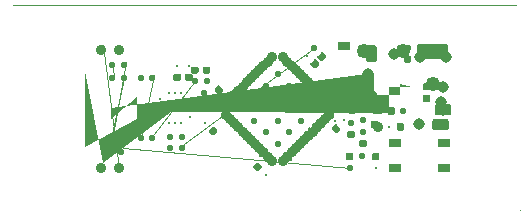
<source format=gtp>
From eaa4a30d32e724f8df426349fd12af535bfbca43 Mon Sep 17 00:00:00 2001
From: Jan--Henrik <janhenrik@janhenrik.org>
Date: Fri, 25 Oct 2019 00:35:35 +0200
Subject: updated V1.2

---
 HW v1.2/gerber/OtterPill-F.Paste.gtp | 12961 ++++++++++++++++-----------------
 1 file changed, 6099 insertions(+), 6862 deletions(-)

(limited to 'HW v1.2/gerber/OtterPill-F.Paste.gtp')

diff --git a/HW v1.2/gerber/OtterPill-F.Paste.gtp b/HW v1.2/gerber/OtterPill-F.Paste.gtp
index 47c8a97..1dc8b6e 100644
--- a/HW v1.2/gerber/OtterPill-F.Paste.gtp	
+++ b/HW v1.2/gerber/OtterPill-F.Paste.gtp	
@@ -1,32 +1,29 @@
 G04 #@! TF.GenerationSoftware,KiCad,Pcbnew,5.0.1*
-G04 #@! TF.CreationDate,2019-10-18T03:38:24+02:00*
+G04 #@! TF.CreationDate,2019-10-25T00:23:11+02:00*
 G04 #@! TF.ProjectId,OtterPill,4F7474657250696C6C2E6B696361645F,rev?*
 G04 #@! TF.SameCoordinates,Original*
 G04 #@! TF.FileFunction,Paste,Top*
 G04 #@! TF.FilePolarity,Positive*
 %FSLAX46Y46*%
 G04 Gerber Fmt 4.6, Leading zero omitted, Abs format (unit mm)*
-G04 Created by KiCad (PCBNEW 5.0.1) date Fri 18 Oct 2019 03:38:24 AM CEST*
+G04 Created by KiCad (PCBNEW 5.0.1) date Fri 25 Oct 2019 12:23:11 AM CEST*
 %MOMM*%
 %LPD*%
 G01*
 G04 APERTURE LIST*
 %ADD10C,0.050000*%
 %ADD11C,0.100000*%
-%ADD12C,0.250000*%
-%ADD13C,0.800000*%
-%ADD14R,0.900000X1.200000*%
-%ADD15R,0.800000X2.700000*%
-%ADD16R,1.050000X0.650000*%
-%ADD17R,1.200000X0.900000*%
-%ADD18C,0.590000*%
+%ADD12C,0.875000*%
+%ADD13C,0.590000*%
+%ADD14C,1.250000*%
+%ADD15C,0.975000*%
+%ADD16C,0.300000*%
+%ADD17R,1.050000X0.650000*%
+%ADD18C,0.250000*%
 %ADD19C,0.580000*%
-%ADD20R,0.650000X1.060000*%
-%ADD21R,1.060000X0.650000*%
-%ADD22R,1.450000X0.600000*%
-%ADD23R,1.450000X0.300000*%
-%ADD24C,0.875000*%
-%ADD25C,0.975000*%
+%ADD20R,1.060000X0.650000*%
+%ADD21R,1.450000X0.600000*%
+%ADD22R,1.450000X0.300000*%
 G04 APERTURE END LIST*
 D10*
 X63200000Y-37100000D02*
@@ -54,4829 +51,4374 @@ X63200000Y-37100000D01*
 X20300000Y-19800000D02*
 X62900000Y-19800000D01*
 D11*
-G04 #@! TO.C,U2*
-G36*
-X46860378Y-28704527D02*
-X46866445Y-28705427D01*
-X46872395Y-28706917D01*
-X46878170Y-28708984D01*
-X46883714Y-28711606D01*
-X46888975Y-28714759D01*
-X46893902Y-28718413D01*
-X46898446Y-28722532D01*
-X47428776Y-29252862D01*
-X47432895Y-29257406D01*
-X47436549Y-29262333D01*
-X47439702Y-29267594D01*
-X47442324Y-29273138D01*
-X47444391Y-29278913D01*
-X47445881Y-29284863D01*
-X47446781Y-29290930D01*
-X47447082Y-29297056D01*
-X47446781Y-29303182D01*
-X47445881Y-29309249D01*
-X47444391Y-29315199D01*
-X47442324Y-29320974D01*
-X47439702Y-29326518D01*
-X47436549Y-29331779D01*
-X47432895Y-29336706D01*
-X47428776Y-29341250D01*
-X47340388Y-29429638D01*
-X47335844Y-29433757D01*
-X47330917Y-29437411D01*
-X47325656Y-29440564D01*
-X47320112Y-29443186D01*
-X47314337Y-29445253D01*
-X47308387Y-29446743D01*
-X47302320Y-29447643D01*
-X47296194Y-29447944D01*
-X47290068Y-29447643D01*
-X47284001Y-29446743D01*
-X47278051Y-29445253D01*
-X47272276Y-29443186D01*
-X47266732Y-29440564D01*
-X47261471Y-29437411D01*
-X47256544Y-29433757D01*
-X47252000Y-29429638D01*
-X46721670Y-28899308D01*
-X46717551Y-28894764D01*
-X46713897Y-28889837D01*
-X46710744Y-28884576D01*
-X46708122Y-28879032D01*
-X46706055Y-28873257D01*
-X46704565Y-28867307D01*
-X46703665Y-28861240D01*
-X46703364Y-28855114D01*
-X46703665Y-28848988D01*
-X46704565Y-28842921D01*
-X46706055Y-28836971D01*
-X46708122Y-28831196D01*
-X46710744Y-28825652D01*
-X46713897Y-28820391D01*
-X46717551Y-28815464D01*
-X46721670Y-28810920D01*
-X46810058Y-28722532D01*
-X46814602Y-28718413D01*
-X46819529Y-28714759D01*
-X46824790Y-28711606D01*
-X46830334Y-28708984D01*
-X46836109Y-28706917D01*
-X46842059Y-28705427D01*
-X46848126Y-28704527D01*
-X46854252Y-28704226D01*
-X46860378Y-28704527D01*
-X46860378Y-28704527D01*
-G37*
-D12*
-X47075223Y-29076085D03*
-D11*
-G36*
-X46506825Y-29058080D02*
-X46512892Y-29058980D01*
-X46518842Y-29060470D01*
-X46524617Y-29062537D01*
-X46530161Y-29065159D01*
-X46535422Y-29068312D01*
-X46540349Y-29071966D01*
-X46544893Y-29076085D01*
-X47075223Y-29606415D01*
-X47079342Y-29610959D01*
-X47082996Y-29615886D01*
-X47086149Y-29621147D01*
-X47088771Y-29626691D01*
-X47090838Y-29632466D01*
-X47092328Y-29638416D01*
-X47093228Y-29644483D01*
-X47093529Y-29650609D01*
-X47093228Y-29656735D01*
-X47092328Y-29662802D01*
-X47090838Y-29668752D01*
-X47088771Y-29674527D01*
-X47086149Y-29680071D01*
-X47082996Y-29685332D01*
-X47079342Y-29690259D01*
-X47075223Y-29694803D01*
-X46986835Y-29783191D01*
-X46982291Y-29787310D01*
-X46977364Y-29790964D01*
-X46972103Y-29794117D01*
-X46966559Y-29796739D01*
-X46960784Y-29798806D01*
-X46954834Y-29800296D01*
-X46948767Y-29801196D01*
-X46942641Y-29801497D01*
-X46936515Y-29801196D01*
-X46930448Y-29800296D01*
-X46924498Y-29798806D01*
-X46918723Y-29796739D01*
-X46913179Y-29794117D01*
-X46907918Y-29790964D01*
-X46902991Y-29787310D01*
-X46898447Y-29783191D01*
-X46368117Y-29252861D01*
-X46363998Y-29248317D01*
-X46360344Y-29243390D01*
-X46357191Y-29238129D01*
-X46354569Y-29232585D01*
-X46352502Y-29226810D01*
-X46351012Y-29220860D01*
-X46350112Y-29214793D01*
-X46349811Y-29208667D01*
-X46350112Y-29202541D01*
-X46351012Y-29196474D01*
-X46352502Y-29190524D01*
-X46354569Y-29184749D01*
-X46357191Y-29179205D01*
-X46360344Y-29173944D01*
-X46363998Y-29169017D01*
-X46368117Y-29164473D01*
-X46456505Y-29076085D01*
-X46461049Y-29071966D01*
-X46465976Y-29068312D01*
-X46471237Y-29065159D01*
-X46476781Y-29062537D01*
-X46482556Y-29060470D01*
-X46488506Y-29058980D01*
-X46494573Y-29058080D01*
-X46500699Y-29057779D01*
-X46506825Y-29058080D01*
-X46506825Y-29058080D01*
-G37*
-D12*
-X46721670Y-29429638D03*
-D11*
-G36*
-X46153271Y-29411634D02*
-X46159338Y-29412534D01*
-X46165288Y-29414024D01*
-X46171063Y-29416091D01*
-X46176607Y-29418713D01*
-X46181868Y-29421866D01*
-X46186795Y-29425520D01*
-X46191339Y-29429639D01*
-X46721669Y-29959969D01*
-X46725788Y-29964513D01*
-X46729442Y-29969440D01*
-X46732595Y-29974701D01*
-X46735217Y-29980245D01*
-X46737284Y-29986020D01*
-X46738774Y-29991970D01*
-X46739674Y-29998037D01*
-X46739975Y-30004163D01*
-X46739674Y-30010289D01*
-X46738774Y-30016356D01*
-X46737284Y-30022306D01*
-X46735217Y-30028081D01*
-X46732595Y-30033625D01*
-X46729442Y-30038886D01*
-X46725788Y-30043813D01*
-X46721669Y-30048357D01*
-X46633281Y-30136745D01*
-X46628737Y-30140864D01*
-X46623810Y-30144518D01*
-X46618549Y-30147671D01*
-X46613005Y-30150293D01*
-X46607230Y-30152360D01*
-X46601280Y-30153850D01*
-X46595213Y-30154750D01*
-X46589087Y-30155051D01*
-X46582961Y-30154750D01*
-X46576894Y-30153850D01*
-X46570944Y-30152360D01*
-X46565169Y-30150293D01*
-X46559625Y-30147671D01*
-X46554364Y-30144518D01*
-X46549437Y-30140864D01*
-X46544893Y-30136745D01*
-X46014563Y-29606415D01*
-X46010444Y-29601871D01*
-X46006790Y-29596944D01*
-X46003637Y-29591683D01*
-X46001015Y-29586139D01*
-X45998948Y-29580364D01*
-X45997458Y-29574414D01*
-X45996558Y-29568347D01*
-X45996257Y-29562221D01*
-X45996558Y-29556095D01*
-X45997458Y-29550028D01*
-X45998948Y-29544078D01*
-X46001015Y-29538303D01*
-X46003637Y-29532759D01*
-X46006790Y-29527498D01*
-X46010444Y-29522571D01*
-X46014563Y-29518027D01*
-X46102951Y-29429639D01*
-X46107495Y-29425520D01*
-X46112422Y-29421866D01*
-X46117683Y-29418713D01*
-X46123227Y-29416091D01*
-X46129002Y-29414024D01*
-X46134952Y-29412534D01*
-X46141019Y-29411634D01*
-X46147145Y-29411333D01*
-X46153271Y-29411634D01*
-X46153271Y-29411634D01*
-G37*
-D12*
-X46368116Y-29783192D03*
-D11*
-G36*
-X45799718Y-29765187D02*
-X45805785Y-29766087D01*
-X45811735Y-29767577D01*
-X45817510Y-29769644D01*
-X45823054Y-29772266D01*
-X45828315Y-29775419D01*
-X45833242Y-29779073D01*
-X45837786Y-29783192D01*
-X46368116Y-30313522D01*
-X46372235Y-30318066D01*
-X46375889Y-30322993D01*
-X46379042Y-30328254D01*
-X46381664Y-30333798D01*
-X46383731Y-30339573D01*
-X46385221Y-30345523D01*
-X46386121Y-30351590D01*
-X46386422Y-30357716D01*
-X46386121Y-30363842D01*
-X46385221Y-30369909D01*
-X46383731Y-30375859D01*
-X46381664Y-30381634D01*
-X46379042Y-30387178D01*
-X46375889Y-30392439D01*
-X46372235Y-30397366D01*
-X46368116Y-30401910D01*
-X46279728Y-30490298D01*
-X46275184Y-30494417D01*
-X46270257Y-30498071D01*
-X46264996Y-30501224D01*
-X46259452Y-30503846D01*
-X46253677Y-30505913D01*
-X46247727Y-30507403D01*
-X46241660Y-30508303D01*
-X46235534Y-30508604D01*
-X46229408Y-30508303D01*
-X46223341Y-30507403D01*
-X46217391Y-30505913D01*
-X46211616Y-30503846D01*
-X46206072Y-30501224D01*
-X46200811Y-30498071D01*
-X46195884Y-30494417D01*
-X46191340Y-30490298D01*
-X45661010Y-29959968D01*
-X45656891Y-29955424D01*
-X45653237Y-29950497D01*
-X45650084Y-29945236D01*
-X45647462Y-29939692D01*
-X45645395Y-29933917D01*
-X45643905Y-29927967D01*
-X45643005Y-29921900D01*
-X45642704Y-29915774D01*
-X45643005Y-29909648D01*
-X45643905Y-29903581D01*
-X45645395Y-29897631D01*
-X45647462Y-29891856D01*
-X45650084Y-29886312D01*
-X45653237Y-29881051D01*
-X45656891Y-29876124D01*
-X45661010Y-29871580D01*
-X45749398Y-29783192D01*
-X45753942Y-29779073D01*
-X45758869Y-29775419D01*
-X45764130Y-29772266D01*
-X45769674Y-29769644D01*
-X45775449Y-29767577D01*
-X45781399Y-29766087D01*
-X45787466Y-29765187D01*
-X45793592Y-29764886D01*
-X45799718Y-29765187D01*
-X45799718Y-29765187D01*
-G37*
-D12*
-X46014563Y-30136745D03*
-D11*
-G36*
-X45446165Y-30118740D02*
-X45452232Y-30119640D01*
-X45458182Y-30121130D01*
-X45463957Y-30123197D01*
-X45469501Y-30125819D01*
-X45474762Y-30128972D01*
-X45479689Y-30132626D01*
-X45484233Y-30136745D01*
-X46014563Y-30667075D01*
-X46018682Y-30671619D01*
-X46022336Y-30676546D01*
-X46025489Y-30681807D01*
-X46028111Y-30687351D01*
-X46030178Y-30693126D01*
-X46031668Y-30699076D01*
-X46032568Y-30705143D01*
-X46032869Y-30711269D01*
-X46032568Y-30717395D01*
-X46031668Y-30723462D01*
-X46030178Y-30729412D01*
-X46028111Y-30735187D01*
-X46025489Y-30740731D01*
-X46022336Y-30745992D01*
-X46018682Y-30750919D01*
-X46014563Y-30755463D01*
-X45926175Y-30843851D01*
-X45921631Y-30847970D01*
-X45916704Y-30851624D01*
-X45911443Y-30854777D01*
-X45905899Y-30857399D01*
-X45900124Y-30859466D01*
-X45894174Y-30860956D01*
-X45888107Y-30861856D01*
-X45881981Y-30862157D01*
-X45875855Y-30861856D01*
-X45869788Y-30860956D01*
-X45863838Y-30859466D01*
-X45858063Y-30857399D01*
-X45852519Y-30854777D01*
-X45847258Y-30851624D01*
-X45842331Y-30847970D01*
-X45837787Y-30843851D01*
-X45307457Y-30313521D01*
-X45303338Y-30308977D01*
-X45299684Y-30304050D01*
-X45296531Y-30298789D01*
-X45293909Y-30293245D01*
-X45291842Y-30287470D01*
-X45290352Y-30281520D01*
-X45289452Y-30275453D01*
-X45289151Y-30269327D01*
-X45289452Y-30263201D01*
-X45290352Y-30257134D01*
-X45291842Y-30251184D01*
-X45293909Y-30245409D01*
-X45296531Y-30239865D01*
-X45299684Y-30234604D01*
-X45303338Y-30229677D01*
-X45307457Y-30225133D01*
-X45395845Y-30136745D01*
-X45400389Y-30132626D01*
-X45405316Y-30128972D01*
-X45410577Y-30125819D01*
-X45416121Y-30123197D01*
-X45421896Y-30121130D01*
-X45427846Y-30119640D01*
-X45433913Y-30118740D01*
-X45440039Y-30118439D01*
-X45446165Y-30118740D01*
-X45446165Y-30118740D01*
-G37*
-D12*
-X45661010Y-30490298D03*
-D11*
+G04 #@! TO.C,C2*
 G36*
-X45092611Y-30472294D02*
-X45098678Y-30473194D01*
-X45104628Y-30474684D01*
-X45110403Y-30476751D01*
-X45115947Y-30479373D01*
-X45121208Y-30482526D01*
-X45126135Y-30486180D01*
-X45130679Y-30490299D01*
-X45661009Y-31020629D01*
-X45665128Y-31025173D01*
-X45668782Y-31030100D01*
-X45671935Y-31035361D01*
-X45674557Y-31040905D01*
-X45676624Y-31046680D01*
-X45678114Y-31052630D01*
-X45679014Y-31058697D01*
-X45679315Y-31064823D01*
-X45679014Y-31070949D01*
-X45678114Y-31077016D01*
-X45676624Y-31082966D01*
-X45674557Y-31088741D01*
-X45671935Y-31094285D01*
-X45668782Y-31099546D01*
-X45665128Y-31104473D01*
-X45661009Y-31109017D01*
-X45572621Y-31197405D01*
-X45568077Y-31201524D01*
-X45563150Y-31205178D01*
-X45557889Y-31208331D01*
-X45552345Y-31210953D01*
-X45546570Y-31213020D01*
-X45540620Y-31214510D01*
-X45534553Y-31215410D01*
-X45528427Y-31215711D01*
-X45522301Y-31215410D01*
-X45516234Y-31214510D01*
-X45510284Y-31213020D01*
-X45504509Y-31210953D01*
-X45498965Y-31208331D01*
-X45493704Y-31205178D01*
-X45488777Y-31201524D01*
-X45484233Y-31197405D01*
-X44953903Y-30667075D01*
-X44949784Y-30662531D01*
-X44946130Y-30657604D01*
-X44942977Y-30652343D01*
-X44940355Y-30646799D01*
-X44938288Y-30641024D01*
-X44936798Y-30635074D01*
-X44935898Y-30629007D01*
-X44935597Y-30622881D01*
-X44935898Y-30616755D01*
-X44936798Y-30610688D01*
-X44938288Y-30604738D01*
-X44940355Y-30598963D01*
-X44942977Y-30593419D01*
-X44946130Y-30588158D01*
-X44949784Y-30583231D01*
-X44953903Y-30578687D01*
-X45042291Y-30490299D01*
-X45046835Y-30486180D01*
-X45051762Y-30482526D01*
-X45057023Y-30479373D01*
-X45062567Y-30476751D01*
-X45068342Y-30474684D01*
-X45074292Y-30473194D01*
-X45080359Y-30472294D01*
-X45086485Y-30471993D01*
-X45092611Y-30472294D01*
-X45092611Y-30472294D01*
+X51457691Y-28116053D02*
+X51478926Y-28119203D01*
+X51499750Y-28124419D01*
+X51519962Y-28131651D01*
+X51539368Y-28140830D01*
+X51557781Y-28151866D01*
+X51575024Y-28164654D01*
+X51590930Y-28179070D01*
+X51605346Y-28194976D01*
+X51618134Y-28212219D01*
+X51629170Y-28230632D01*
+X51638349Y-28250038D01*
+X51645581Y-28270250D01*
+X51650797Y-28291074D01*
+X51653947Y-28312309D01*
+X51655000Y-28333750D01*
+X51655000Y-28771250D01*
+X51653947Y-28792691D01*
+X51650797Y-28813926D01*
+X51645581Y-28834750D01*
+X51638349Y-28854962D01*
+X51629170Y-28874368D01*
+X51618134Y-28892781D01*
+X51605346Y-28910024D01*
+X51590930Y-28925930D01*
+X51575024Y-28940346D01*
+X51557781Y-28953134D01*
+X51539368Y-28964170D01*
+X51519962Y-28973349D01*
+X51499750Y-28980581D01*
+X51478926Y-28985797D01*
+X51457691Y-28988947D01*
+X51436250Y-28990000D01*
+X50923750Y-28990000D01*
+X50902309Y-28988947D01*
+X50881074Y-28985797D01*
+X50860250Y-28980581D01*
+X50840038Y-28973349D01*
+X50820632Y-28964170D01*
+X50802219Y-28953134D01*
+X50784976Y-28940346D01*
+X50769070Y-28925930D01*
+X50754654Y-28910024D01*
+X50741866Y-28892781D01*
+X50730830Y-28874368D01*
+X50721651Y-28854962D01*
+X50714419Y-28834750D01*
+X50709203Y-28813926D01*
+X50706053Y-28792691D01*
+X50705000Y-28771250D01*
+X50705000Y-28333750D01*
+X50706053Y-28312309D01*
+X50709203Y-28291074D01*
+X50714419Y-28270250D01*
+X50721651Y-28250038D01*
+X50730830Y-28230632D01*
+X50741866Y-28212219D01*
+X50754654Y-28194976D01*
+X50769070Y-28179070D01*
+X50784976Y-28164654D01*
+X50802219Y-28151866D01*
+X50820632Y-28140830D01*
+X50840038Y-28131651D01*
+X50860250Y-28124419D01*
+X50881074Y-28119203D01*
+X50902309Y-28116053D01*
+X50923750Y-28115000D01*
+X51436250Y-28115000D01*
+X51457691Y-28116053D01*
+X51457691Y-28116053D01*
 G37*
 D12*
-X45307456Y-30843852D03*
-D11*
-G36*
-X44739058Y-30825847D02*
-X44745125Y-30826747D01*
-X44751075Y-30828237D01*
-X44756850Y-30830304D01*
-X44762394Y-30832926D01*
-X44767655Y-30836079D01*
-X44772582Y-30839733D01*
-X44777126Y-30843852D01*
-X45307456Y-31374182D01*
-X45311575Y-31378726D01*
-X45315229Y-31383653D01*
-X45318382Y-31388914D01*
-X45321004Y-31394458D01*
-X45323071Y-31400233D01*
-X45324561Y-31406183D01*
-X45325461Y-31412250D01*
-X45325762Y-31418376D01*
-X45325461Y-31424502D01*
-X45324561Y-31430569D01*
-X45323071Y-31436519D01*
-X45321004Y-31442294D01*
-X45318382Y-31447838D01*
-X45315229Y-31453099D01*
-X45311575Y-31458026D01*
-X45307456Y-31462570D01*
-X45219068Y-31550958D01*
-X45214524Y-31555077D01*
-X45209597Y-31558731D01*
-X45204336Y-31561884D01*
-X45198792Y-31564506D01*
-X45193017Y-31566573D01*
-X45187067Y-31568063D01*
-X45181000Y-31568963D01*
-X45174874Y-31569264D01*
-X45168748Y-31568963D01*
-X45162681Y-31568063D01*
-X45156731Y-31566573D01*
-X45150956Y-31564506D01*
-X45145412Y-31561884D01*
-X45140151Y-31558731D01*
-X45135224Y-31555077D01*
-X45130680Y-31550958D01*
-X44600350Y-31020628D01*
-X44596231Y-31016084D01*
-X44592577Y-31011157D01*
-X44589424Y-31005896D01*
-X44586802Y-31000352D01*
-X44584735Y-30994577D01*
-X44583245Y-30988627D01*
-X44582345Y-30982560D01*
-X44582044Y-30976434D01*
-X44582345Y-30970308D01*
-X44583245Y-30964241D01*
-X44584735Y-30958291D01*
-X44586802Y-30952516D01*
-X44589424Y-30946972D01*
-X44592577Y-30941711D01*
-X44596231Y-30936784D01*
-X44600350Y-30932240D01*
-X44688738Y-30843852D01*
-X44693282Y-30839733D01*
-X44698209Y-30836079D01*
-X44703470Y-30832926D01*
-X44709014Y-30830304D01*
-X44714789Y-30828237D01*
-X44720739Y-30826747D01*
-X44726806Y-30825847D01*
-X44732932Y-30825546D01*
-X44739058Y-30825847D01*
-X44739058Y-30825847D01*
+X51180000Y-28552500D03*
+D11*
+G36*
+X51457691Y-29691053D02*
+X51478926Y-29694203D01*
+X51499750Y-29699419D01*
+X51519962Y-29706651D01*
+X51539368Y-29715830D01*
+X51557781Y-29726866D01*
+X51575024Y-29739654D01*
+X51590930Y-29754070D01*
+X51605346Y-29769976D01*
+X51618134Y-29787219D01*
+X51629170Y-29805632D01*
+X51638349Y-29825038D01*
+X51645581Y-29845250D01*
+X51650797Y-29866074D01*
+X51653947Y-29887309D01*
+X51655000Y-29908750D01*
+X51655000Y-30346250D01*
+X51653947Y-30367691D01*
+X51650797Y-30388926D01*
+X51645581Y-30409750D01*
+X51638349Y-30429962D01*
+X51629170Y-30449368D01*
+X51618134Y-30467781D01*
+X51605346Y-30485024D01*
+X51590930Y-30500930D01*
+X51575024Y-30515346D01*
+X51557781Y-30528134D01*
+X51539368Y-30539170D01*
+X51519962Y-30548349D01*
+X51499750Y-30555581D01*
+X51478926Y-30560797D01*
+X51457691Y-30563947D01*
+X51436250Y-30565000D01*
+X50923750Y-30565000D01*
+X50902309Y-30563947D01*
+X50881074Y-30560797D01*
+X50860250Y-30555581D01*
+X50840038Y-30548349D01*
+X50820632Y-30539170D01*
+X50802219Y-30528134D01*
+X50784976Y-30515346D01*
+X50769070Y-30500930D01*
+X50754654Y-30485024D01*
+X50741866Y-30467781D01*
+X50730830Y-30449368D01*
+X50721651Y-30429962D01*
+X50714419Y-30409750D01*
+X50709203Y-30388926D01*
+X50706053Y-30367691D01*
+X50705000Y-30346250D01*
+X50705000Y-29908750D01*
+X50706053Y-29887309D01*
+X50709203Y-29866074D01*
+X50714419Y-29845250D01*
+X50721651Y-29825038D01*
+X50730830Y-29805632D01*
+X50741866Y-29787219D01*
+X50754654Y-29769976D01*
+X50769070Y-29754070D01*
+X50784976Y-29739654D01*
+X50802219Y-29726866D01*
+X50820632Y-29715830D01*
+X50840038Y-29706651D01*
+X50860250Y-29699419D01*
+X50881074Y-29694203D01*
+X50902309Y-29691053D01*
+X50923750Y-29690000D01*
+X51436250Y-29690000D01*
+X51457691Y-29691053D01*
+X51457691Y-29691053D01*
 G37*
 D12*
-X44953903Y-31197405D03*
-D11*
-G36*
-X44385504Y-31179401D02*
-X44391571Y-31180301D01*
-X44397521Y-31181791D01*
-X44403296Y-31183858D01*
-X44408840Y-31186480D01*
-X44414101Y-31189633D01*
-X44419028Y-31193287D01*
-X44423572Y-31197406D01*
-X44953902Y-31727736D01*
-X44958021Y-31732280D01*
-X44961675Y-31737207D01*
-X44964828Y-31742468D01*
-X44967450Y-31748012D01*
-X44969517Y-31753787D01*
-X44971007Y-31759737D01*
-X44971907Y-31765804D01*
-X44972208Y-31771930D01*
-X44971907Y-31778056D01*
-X44971007Y-31784123D01*
-X44969517Y-31790073D01*
-X44967450Y-31795848D01*
-X44964828Y-31801392D01*
-X44961675Y-31806653D01*
-X44958021Y-31811580D01*
-X44953902Y-31816124D01*
-X44865514Y-31904512D01*
-X44860970Y-31908631D01*
-X44856043Y-31912285D01*
-X44850782Y-31915438D01*
-X44845238Y-31918060D01*
-X44839463Y-31920127D01*
-X44833513Y-31921617D01*
-X44827446Y-31922517D01*
-X44821320Y-31922818D01*
-X44815194Y-31922517D01*
-X44809127Y-31921617D01*
-X44803177Y-31920127D01*
-X44797402Y-31918060D01*
-X44791858Y-31915438D01*
-X44786597Y-31912285D01*
-X44781670Y-31908631D01*
-X44777126Y-31904512D01*
-X44246796Y-31374182D01*
-X44242677Y-31369638D01*
-X44239023Y-31364711D01*
-X44235870Y-31359450D01*
-X44233248Y-31353906D01*
-X44231181Y-31348131D01*
-X44229691Y-31342181D01*
-X44228791Y-31336114D01*
-X44228490Y-31329988D01*
-X44228791Y-31323862D01*
-X44229691Y-31317795D01*
-X44231181Y-31311845D01*
-X44233248Y-31306070D01*
-X44235870Y-31300526D01*
-X44239023Y-31295265D01*
-X44242677Y-31290338D01*
-X44246796Y-31285794D01*
-X44335184Y-31197406D01*
-X44339728Y-31193287D01*
-X44344655Y-31189633D01*
-X44349916Y-31186480D01*
-X44355460Y-31183858D01*
-X44361235Y-31181791D01*
-X44367185Y-31180301D01*
-X44373252Y-31179401D01*
-X44379378Y-31179100D01*
-X44385504Y-31179401D01*
-X44385504Y-31179401D01*
-G37*
-D12*
-X44600349Y-31550959D03*
+X51180000Y-30127500D03*
+G04 #@! TD*
 D11*
-G36*
-X44031951Y-31532954D02*
-X44038018Y-31533854D01*
-X44043968Y-31535344D01*
-X44049743Y-31537411D01*
-X44055287Y-31540033D01*
-X44060548Y-31543186D01*
-X44065475Y-31546840D01*
-X44070019Y-31550959D01*
-X44600349Y-32081289D01*
-X44604468Y-32085833D01*
-X44608122Y-32090760D01*
-X44611275Y-32096021D01*
-X44613897Y-32101565D01*
-X44615964Y-32107340D01*
-X44617454Y-32113290D01*
-X44618354Y-32119357D01*
-X44618655Y-32125483D01*
-X44618354Y-32131609D01*
-X44617454Y-32137676D01*
-X44615964Y-32143626D01*
-X44613897Y-32149401D01*
-X44611275Y-32154945D01*
-X44608122Y-32160206D01*
-X44604468Y-32165133D01*
-X44600349Y-32169677D01*
-X44511961Y-32258065D01*
-X44507417Y-32262184D01*
-X44502490Y-32265838D01*
-X44497229Y-32268991D01*
-X44491685Y-32271613D01*
-X44485910Y-32273680D01*
-X44479960Y-32275170D01*
-X44473893Y-32276070D01*
-X44467767Y-32276371D01*
-X44461641Y-32276070D01*
-X44455574Y-32275170D01*
-X44449624Y-32273680D01*
-X44443849Y-32271613D01*
-X44438305Y-32268991D01*
-X44433044Y-32265838D01*
-X44428117Y-32262184D01*
-X44423573Y-32258065D01*
-X43893243Y-31727735D01*
-X43889124Y-31723191D01*
-X43885470Y-31718264D01*
-X43882317Y-31713003D01*
-X43879695Y-31707459D01*
-X43877628Y-31701684D01*
-X43876138Y-31695734D01*
-X43875238Y-31689667D01*
-X43874937Y-31683541D01*
-X43875238Y-31677415D01*
-X43876138Y-31671348D01*
-X43877628Y-31665398D01*
-X43879695Y-31659623D01*
-X43882317Y-31654079D01*
-X43885470Y-31648818D01*
-X43889124Y-31643891D01*
-X43893243Y-31639347D01*
-X43981631Y-31550959D01*
-X43986175Y-31546840D01*
-X43991102Y-31543186D01*
-X43996363Y-31540033D01*
-X44001907Y-31537411D01*
-X44007682Y-31535344D01*
-X44013632Y-31533854D01*
-X44019699Y-31532954D01*
-X44025825Y-31532653D01*
-X44031951Y-31532954D01*
-X44031951Y-31532954D01*
+G04 #@! TO.C,R13*
+G36*
+X50016958Y-33280710D02*
+X50031276Y-33282834D01*
+X50045317Y-33286351D01*
+X50058946Y-33291228D01*
+X50072031Y-33297417D01*
+X50084447Y-33304858D01*
+X50096073Y-33313481D01*
+X50106798Y-33323202D01*
+X50116519Y-33333927D01*
+X50125142Y-33345553D01*
+X50132583Y-33357969D01*
+X50138772Y-33371054D01*
+X50143649Y-33384683D01*
+X50147166Y-33398724D01*
+X50149290Y-33413042D01*
+X50150000Y-33427500D01*
+X50150000Y-33722500D01*
+X50149290Y-33736958D01*
+X50147166Y-33751276D01*
+X50143649Y-33765317D01*
+X50138772Y-33778946D01*
+X50132583Y-33792031D01*
+X50125142Y-33804447D01*
+X50116519Y-33816073D01*
+X50106798Y-33826798D01*
+X50096073Y-33836519D01*
+X50084447Y-33845142D01*
+X50072031Y-33852583D01*
+X50058946Y-33858772D01*
+X50045317Y-33863649D01*
+X50031276Y-33867166D01*
+X50016958Y-33869290D01*
+X50002500Y-33870000D01*
+X49657500Y-33870000D01*
+X49643042Y-33869290D01*
+X49628724Y-33867166D01*
+X49614683Y-33863649D01*
+X49601054Y-33858772D01*
+X49587969Y-33852583D01*
+X49575553Y-33845142D01*
+X49563927Y-33836519D01*
+X49553202Y-33826798D01*
+X49543481Y-33816073D01*
+X49534858Y-33804447D01*
+X49527417Y-33792031D01*
+X49521228Y-33778946D01*
+X49516351Y-33765317D01*
+X49512834Y-33751276D01*
+X49510710Y-33736958D01*
+X49510000Y-33722500D01*
+X49510000Y-33427500D01*
+X49510710Y-33413042D01*
+X49512834Y-33398724D01*
+X49516351Y-33384683D01*
+X49521228Y-33371054D01*
+X49527417Y-33357969D01*
+X49534858Y-33345553D01*
+X49543481Y-33333927D01*
+X49553202Y-33323202D01*
+X49563927Y-33313481D01*
+X49575553Y-33304858D01*
+X49587969Y-33297417D01*
+X49601054Y-33291228D01*
+X49614683Y-33286351D01*
+X49628724Y-33282834D01*
+X49643042Y-33280710D01*
+X49657500Y-33280000D01*
+X50002500Y-33280000D01*
+X50016958Y-33280710D01*
+X50016958Y-33280710D01*
 G37*
-D12*
-X44246796Y-31904512D03*
-D11*
-G36*
-X43678398Y-31886507D02*
-X43684465Y-31887407D01*
-X43690415Y-31888897D01*
-X43696190Y-31890964D01*
-X43701734Y-31893586D01*
-X43706995Y-31896739D01*
-X43711922Y-31900393D01*
-X43716466Y-31904512D01*
-X44246796Y-32434842D01*
-X44250915Y-32439386D01*
-X44254569Y-32444313D01*
-X44257722Y-32449574D01*
-X44260344Y-32455118D01*
-X44262411Y-32460893D01*
-X44263901Y-32466843D01*
-X44264801Y-32472910D01*
-X44265102Y-32479036D01*
-X44264801Y-32485162D01*
-X44263901Y-32491229D01*
-X44262411Y-32497179D01*
-X44260344Y-32502954D01*
-X44257722Y-32508498D01*
-X44254569Y-32513759D01*
-X44250915Y-32518686D01*
-X44246796Y-32523230D01*
-X44158408Y-32611618D01*
-X44153864Y-32615737D01*
-X44148937Y-32619391D01*
-X44143676Y-32622544D01*
-X44138132Y-32625166D01*
-X44132357Y-32627233D01*
-X44126407Y-32628723D01*
-X44120340Y-32629623D01*
-X44114214Y-32629924D01*
-X44108088Y-32629623D01*
-X44102021Y-32628723D01*
-X44096071Y-32627233D01*
-X44090296Y-32625166D01*
-X44084752Y-32622544D01*
-X44079491Y-32619391D01*
-X44074564Y-32615737D01*
-X44070020Y-32611618D01*
-X43539690Y-32081288D01*
-X43535571Y-32076744D01*
-X43531917Y-32071817D01*
-X43528764Y-32066556D01*
-X43526142Y-32061012D01*
-X43524075Y-32055237D01*
-X43522585Y-32049287D01*
-X43521685Y-32043220D01*
-X43521384Y-32037094D01*
-X43521685Y-32030968D01*
-X43522585Y-32024901D01*
-X43524075Y-32018951D01*
-X43526142Y-32013176D01*
-X43528764Y-32007632D01*
-X43531917Y-32002371D01*
-X43535571Y-31997444D01*
-X43539690Y-31992900D01*
-X43628078Y-31904512D01*
-X43632622Y-31900393D01*
-X43637549Y-31896739D01*
-X43642810Y-31893586D01*
-X43648354Y-31890964D01*
-X43654129Y-31888897D01*
-X43660079Y-31887407D01*
-X43666146Y-31886507D01*
-X43672272Y-31886206D01*
-X43678398Y-31886507D01*
-X43678398Y-31886507D01*
+D13*
+X49830000Y-33575000D03*
+D11*
+G36*
+X50016958Y-32310710D02*
+X50031276Y-32312834D01*
+X50045317Y-32316351D01*
+X50058946Y-32321228D01*
+X50072031Y-32327417D01*
+X50084447Y-32334858D01*
+X50096073Y-32343481D01*
+X50106798Y-32353202D01*
+X50116519Y-32363927D01*
+X50125142Y-32375553D01*
+X50132583Y-32387969D01*
+X50138772Y-32401054D01*
+X50143649Y-32414683D01*
+X50147166Y-32428724D01*
+X50149290Y-32443042D01*
+X50150000Y-32457500D01*
+X50150000Y-32752500D01*
+X50149290Y-32766958D01*
+X50147166Y-32781276D01*
+X50143649Y-32795317D01*
+X50138772Y-32808946D01*
+X50132583Y-32822031D01*
+X50125142Y-32834447D01*
+X50116519Y-32846073D01*
+X50106798Y-32856798D01*
+X50096073Y-32866519D01*
+X50084447Y-32875142D01*
+X50072031Y-32882583D01*
+X50058946Y-32888772D01*
+X50045317Y-32893649D01*
+X50031276Y-32897166D01*
+X50016958Y-32899290D01*
+X50002500Y-32900000D01*
+X49657500Y-32900000D01*
+X49643042Y-32899290D01*
+X49628724Y-32897166D01*
+X49614683Y-32893649D01*
+X49601054Y-32888772D01*
+X49587969Y-32882583D01*
+X49575553Y-32875142D01*
+X49563927Y-32866519D01*
+X49553202Y-32856798D01*
+X49543481Y-32846073D01*
+X49534858Y-32834447D01*
+X49527417Y-32822031D01*
+X49521228Y-32808946D01*
+X49516351Y-32795317D01*
+X49512834Y-32781276D01*
+X49510710Y-32766958D01*
+X49510000Y-32752500D01*
+X49510000Y-32457500D01*
+X49510710Y-32443042D01*
+X49512834Y-32428724D01*
+X49516351Y-32414683D01*
+X49521228Y-32401054D01*
+X49527417Y-32387969D01*
+X49534858Y-32375553D01*
+X49543481Y-32363927D01*
+X49553202Y-32353202D01*
+X49563927Y-32343481D01*
+X49575553Y-32334858D01*
+X49587969Y-32327417D01*
+X49601054Y-32321228D01*
+X49614683Y-32316351D01*
+X49628724Y-32312834D01*
+X49643042Y-32310710D01*
+X49657500Y-32310000D01*
+X50002500Y-32310000D01*
+X50016958Y-32310710D01*
+X50016958Y-32310710D01*
 G37*
-D12*
-X43893243Y-32258065D03*
+D13*
+X49830000Y-32605000D03*
+G04 #@! TD*
 D11*
+G04 #@! TO.C,L1*
 G36*
-X43324844Y-32240061D02*
-X43330911Y-32240961D01*
-X43336861Y-32242451D01*
-X43342636Y-32244518D01*
-X43348180Y-32247140D01*
-X43353441Y-32250293D01*
-X43358368Y-32253947D01*
-X43362912Y-32258066D01*
-X43893242Y-32788396D01*
-X43897361Y-32792940D01*
-X43901015Y-32797867D01*
-X43904168Y-32803128D01*
-X43906790Y-32808672D01*
-X43908857Y-32814447D01*
-X43910347Y-32820397D01*
-X43911247Y-32826464D01*
-X43911548Y-32832590D01*
-X43911247Y-32838716D01*
-X43910347Y-32844783D01*
-X43908857Y-32850733D01*
-X43906790Y-32856508D01*
-X43904168Y-32862052D01*
-X43901015Y-32867313D01*
-X43897361Y-32872240D01*
-X43893242Y-32876784D01*
-X43804854Y-32965172D01*
-X43800310Y-32969291D01*
-X43795383Y-32972945D01*
-X43790122Y-32976098D01*
-X43784578Y-32978720D01*
-X43778803Y-32980787D01*
-X43772853Y-32982277D01*
-X43766786Y-32983177D01*
-X43760660Y-32983478D01*
-X43754534Y-32983177D01*
-X43748467Y-32982277D01*
-X43742517Y-32980787D01*
-X43736742Y-32978720D01*
-X43731198Y-32976098D01*
-X43725937Y-32972945D01*
-X43721010Y-32969291D01*
-X43716466Y-32965172D01*
-X43186136Y-32434842D01*
-X43182017Y-32430298D01*
-X43178363Y-32425371D01*
-X43175210Y-32420110D01*
-X43172588Y-32414566D01*
-X43170521Y-32408791D01*
-X43169031Y-32402841D01*
-X43168131Y-32396774D01*
-X43167830Y-32390648D01*
-X43168131Y-32384522D01*
-X43169031Y-32378455D01*
-X43170521Y-32372505D01*
-X43172588Y-32366730D01*
-X43175210Y-32361186D01*
-X43178363Y-32355925D01*
-X43182017Y-32350998D01*
-X43186136Y-32346454D01*
-X43274524Y-32258066D01*
-X43279068Y-32253947D01*
-X43283995Y-32250293D01*
-X43289256Y-32247140D01*
-X43294800Y-32244518D01*
-X43300575Y-32242451D01*
-X43306525Y-32240961D01*
-X43312592Y-32240061D01*
-X43318718Y-32239760D01*
-X43324844Y-32240061D01*
-X43324844Y-32240061D01*
+X56919504Y-23076204D02*
+X56943773Y-23079804D01*
+X56967571Y-23085765D01*
+X56990671Y-23094030D01*
+X57012849Y-23104520D01*
+X57033893Y-23117133D01*
+X57053598Y-23131747D01*
+X57071777Y-23148223D01*
+X57088253Y-23166402D01*
+X57102867Y-23186107D01*
+X57115480Y-23207151D01*
+X57125970Y-23229329D01*
+X57134235Y-23252429D01*
+X57140196Y-23276227D01*
+X57143796Y-23300496D01*
+X57145000Y-23325000D01*
+X57145000Y-24075000D01*
+X57143796Y-24099504D01*
+X57140196Y-24123773D01*
+X57134235Y-24147571D01*
+X57125970Y-24170671D01*
+X57115480Y-24192849D01*
+X57102867Y-24213893D01*
+X57088253Y-24233598D01*
+X57071777Y-24251777D01*
+X57053598Y-24268253D01*
+X57033893Y-24282867D01*
+X57012849Y-24295480D01*
+X56990671Y-24305970D01*
+X56967571Y-24314235D01*
+X56943773Y-24320196D01*
+X56919504Y-24323796D01*
+X56895000Y-24325000D01*
+X54745000Y-24325000D01*
+X54720496Y-24323796D01*
+X54696227Y-24320196D01*
+X54672429Y-24314235D01*
+X54649329Y-24305970D01*
+X54627151Y-24295480D01*
+X54606107Y-24282867D01*
+X54586402Y-24268253D01*
+X54568223Y-24251777D01*
+X54551747Y-24233598D01*
+X54537133Y-24213893D01*
+X54524520Y-24192849D01*
+X54514030Y-24170671D01*
+X54505765Y-24147571D01*
+X54499804Y-24123773D01*
+X54496204Y-24099504D01*
+X54495000Y-24075000D01*
+X54495000Y-23325000D01*
+X54496204Y-23300496D01*
+X54499804Y-23276227D01*
+X54505765Y-23252429D01*
+X54514030Y-23229329D01*
+X54524520Y-23207151D01*
+X54537133Y-23186107D01*
+X54551747Y-23166402D01*
+X54568223Y-23148223D01*
+X54586402Y-23131747D01*
+X54606107Y-23117133D01*
+X54627151Y-23104520D01*
+X54649329Y-23094030D01*
+X54672429Y-23085765D01*
+X54696227Y-23079804D01*
+X54720496Y-23076204D01*
+X54745000Y-23075000D01*
+X56895000Y-23075000D01*
+X56919504Y-23076204D01*
+X56919504Y-23076204D01*
 G37*
-D12*
-X43539689Y-32611619D03*
-D11*
-G36*
-X42971291Y-32593614D02*
-X42977358Y-32594514D01*
-X42983308Y-32596004D01*
-X42989083Y-32598071D01*
-X42994627Y-32600693D01*
-X42999888Y-32603846D01*
-X43004815Y-32607500D01*
-X43009359Y-32611619D01*
-X43539689Y-33141949D01*
-X43543808Y-33146493D01*
-X43547462Y-33151420D01*
-X43550615Y-33156681D01*
-X43553237Y-33162225D01*
-X43555304Y-33168000D01*
-X43556794Y-33173950D01*
-X43557694Y-33180017D01*
-X43557995Y-33186143D01*
-X43557694Y-33192269D01*
-X43556794Y-33198336D01*
-X43555304Y-33204286D01*
-X43553237Y-33210061D01*
-X43550615Y-33215605D01*
-X43547462Y-33220866D01*
-X43543808Y-33225793D01*
-X43539689Y-33230337D01*
-X43451301Y-33318725D01*
-X43446757Y-33322844D01*
-X43441830Y-33326498D01*
-X43436569Y-33329651D01*
-X43431025Y-33332273D01*
-X43425250Y-33334340D01*
-X43419300Y-33335830D01*
-X43413233Y-33336730D01*
-X43407107Y-33337031D01*
-X43400981Y-33336730D01*
-X43394914Y-33335830D01*
-X43388964Y-33334340D01*
-X43383189Y-33332273D01*
-X43377645Y-33329651D01*
-X43372384Y-33326498D01*
-X43367457Y-33322844D01*
-X43362913Y-33318725D01*
-X42832583Y-32788395D01*
-X42828464Y-32783851D01*
-X42824810Y-32778924D01*
-X42821657Y-32773663D01*
-X42819035Y-32768119D01*
-X42816968Y-32762344D01*
-X42815478Y-32756394D01*
-X42814578Y-32750327D01*
-X42814277Y-32744201D01*
-X42814578Y-32738075D01*
-X42815478Y-32732008D01*
-X42816968Y-32726058D01*
-X42819035Y-32720283D01*
-X42821657Y-32714739D01*
-X42824810Y-32709478D01*
-X42828464Y-32704551D01*
-X42832583Y-32700007D01*
-X42920971Y-32611619D01*
-X42925515Y-32607500D01*
-X42930442Y-32603846D01*
-X42935703Y-32600693D01*
-X42941247Y-32598071D01*
-X42947022Y-32596004D01*
-X42952972Y-32594514D01*
-X42959039Y-32593614D01*
-X42965165Y-32593313D01*
-X42971291Y-32593614D01*
-X42971291Y-32593614D01*
+D14*
+X55820000Y-23700000D03*
+D11*
+G36*
+X56919504Y-25876204D02*
+X56943773Y-25879804D01*
+X56967571Y-25885765D01*
+X56990671Y-25894030D01*
+X57012849Y-25904520D01*
+X57033893Y-25917133D01*
+X57053598Y-25931747D01*
+X57071777Y-25948223D01*
+X57088253Y-25966402D01*
+X57102867Y-25986107D01*
+X57115480Y-26007151D01*
+X57125970Y-26029329D01*
+X57134235Y-26052429D01*
+X57140196Y-26076227D01*
+X57143796Y-26100496D01*
+X57145000Y-26125000D01*
+X57145000Y-26875000D01*
+X57143796Y-26899504D01*
+X57140196Y-26923773D01*
+X57134235Y-26947571D01*
+X57125970Y-26970671D01*
+X57115480Y-26992849D01*
+X57102867Y-27013893D01*
+X57088253Y-27033598D01*
+X57071777Y-27051777D01*
+X57053598Y-27068253D01*
+X57033893Y-27082867D01*
+X57012849Y-27095480D01*
+X56990671Y-27105970D01*
+X56967571Y-27114235D01*
+X56943773Y-27120196D01*
+X56919504Y-27123796D01*
+X56895000Y-27125000D01*
+X54745000Y-27125000D01*
+X54720496Y-27123796D01*
+X54696227Y-27120196D01*
+X54672429Y-27114235D01*
+X54649329Y-27105970D01*
+X54627151Y-27095480D01*
+X54606107Y-27082867D01*
+X54586402Y-27068253D01*
+X54568223Y-27051777D01*
+X54551747Y-27033598D01*
+X54537133Y-27013893D01*
+X54524520Y-26992849D01*
+X54514030Y-26970671D01*
+X54505765Y-26947571D01*
+X54499804Y-26923773D01*
+X54496204Y-26899504D01*
+X54495000Y-26875000D01*
+X54495000Y-26125000D01*
+X54496204Y-26100496D01*
+X54499804Y-26076227D01*
+X54505765Y-26052429D01*
+X54514030Y-26029329D01*
+X54524520Y-26007151D01*
+X54537133Y-25986107D01*
+X54551747Y-25966402D01*
+X54568223Y-25948223D01*
+X54586402Y-25931747D01*
+X54606107Y-25917133D01*
+X54627151Y-25904520D01*
+X54649329Y-25894030D01*
+X54672429Y-25885765D01*
+X54696227Y-25879804D01*
+X54720496Y-25876204D01*
+X54745000Y-25875000D01*
+X56895000Y-25875000D01*
+X56919504Y-25876204D01*
+X56919504Y-25876204D01*
 G37*
-D12*
-X43186136Y-32965172D03*
+D14*
+X55820000Y-26500000D03*
+G04 #@! TD*
 D11*
-G36*
-X42440961Y-32593614D02*
-X42447028Y-32594514D01*
-X42452978Y-32596004D01*
-X42458753Y-32598071D01*
-X42464297Y-32600693D01*
-X42469558Y-32603846D01*
-X42474485Y-32607500D01*
-X42479029Y-32611619D01*
-X42567417Y-32700007D01*
-X42571536Y-32704551D01*
-X42575190Y-32709478D01*
-X42578343Y-32714739D01*
-X42580965Y-32720283D01*
-X42583032Y-32726058D01*
-X42584522Y-32732008D01*
-X42585422Y-32738075D01*
-X42585723Y-32744201D01*
-X42585422Y-32750327D01*
-X42584522Y-32756394D01*
-X42583032Y-32762344D01*
-X42580965Y-32768119D01*
-X42578343Y-32773663D01*
-X42575190Y-32778924D01*
-X42571536Y-32783851D01*
-X42567417Y-32788395D01*
-X42037087Y-33318725D01*
-X42032543Y-33322844D01*
-X42027616Y-33326498D01*
-X42022355Y-33329651D01*
-X42016811Y-33332273D01*
-X42011036Y-33334340D01*
-X42005086Y-33335830D01*
-X41999019Y-33336730D01*
-X41992893Y-33337031D01*
-X41986767Y-33336730D01*
-X41980700Y-33335830D01*
-X41974750Y-33334340D01*
-X41968975Y-33332273D01*
-X41963431Y-33329651D01*
-X41958170Y-33326498D01*
-X41953243Y-33322844D01*
-X41948699Y-33318725D01*
-X41860311Y-33230337D01*
-X41856192Y-33225793D01*
-X41852538Y-33220866D01*
-X41849385Y-33215605D01*
-X41846763Y-33210061D01*
-X41844696Y-33204286D01*
-X41843206Y-33198336D01*
-X41842306Y-33192269D01*
-X41842005Y-33186143D01*
-X41842306Y-33180017D01*
-X41843206Y-33173950D01*
-X41844696Y-33168000D01*
-X41846763Y-33162225D01*
-X41849385Y-33156681D01*
-X41852538Y-33151420D01*
-X41856192Y-33146493D01*
-X41860311Y-33141949D01*
-X42390641Y-32611619D01*
-X42395185Y-32607500D01*
-X42400112Y-32603846D01*
-X42405373Y-32600693D01*
-X42410917Y-32598071D01*
-X42416692Y-32596004D01*
-X42422642Y-32594514D01*
-X42428709Y-32593614D01*
-X42434835Y-32593313D01*
-X42440961Y-32593614D01*
-X42440961Y-32593614D01*
+G04 #@! TO.C,C11*
+G36*
+X55170142Y-27526174D02*
+X55193803Y-27529684D01*
+X55217007Y-27535496D01*
+X55239529Y-27543554D01*
+X55261153Y-27553782D01*
+X55281670Y-27566079D01*
+X55300883Y-27580329D01*
+X55318607Y-27596393D01*
+X55334671Y-27614117D01*
+X55348921Y-27633330D01*
+X55361218Y-27653847D01*
+X55371446Y-27675471D01*
+X55379504Y-27697993D01*
+X55385316Y-27721197D01*
+X55388826Y-27744858D01*
+X55390000Y-27768750D01*
+X55390000Y-28256250D01*
+X55388826Y-28280142D01*
+X55385316Y-28303803D01*
+X55379504Y-28327007D01*
+X55371446Y-28349529D01*
+X55361218Y-28371153D01*
+X55348921Y-28391670D01*
+X55334671Y-28410883D01*
+X55318607Y-28428607D01*
+X55300883Y-28444671D01*
+X55281670Y-28458921D01*
+X55261153Y-28471218D01*
+X55239529Y-28481446D01*
+X55217007Y-28489504D01*
+X55193803Y-28495316D01*
+X55170142Y-28498826D01*
+X55146250Y-28500000D01*
+X54233750Y-28500000D01*
+X54209858Y-28498826D01*
+X54186197Y-28495316D01*
+X54162993Y-28489504D01*
+X54140471Y-28481446D01*
+X54118847Y-28471218D01*
+X54098330Y-28458921D01*
+X54079117Y-28444671D01*
+X54061393Y-28428607D01*
+X54045329Y-28410883D01*
+X54031079Y-28391670D01*
+X54018782Y-28371153D01*
+X54008554Y-28349529D01*
+X54000496Y-28327007D01*
+X53994684Y-28303803D01*
+X53991174Y-28280142D01*
+X53990000Y-28256250D01*
+X53990000Y-27768750D01*
+X53991174Y-27744858D01*
+X53994684Y-27721197D01*
+X54000496Y-27697993D01*
+X54008554Y-27675471D01*
+X54018782Y-27653847D01*
+X54031079Y-27633330D01*
+X54045329Y-27614117D01*
+X54061393Y-27596393D01*
+X54079117Y-27580329D01*
+X54098330Y-27566079D01*
+X54118847Y-27553782D01*
+X54140471Y-27543554D01*
+X54162993Y-27535496D01*
+X54186197Y-27529684D01*
+X54209858Y-27526174D01*
+X54233750Y-27525000D01*
+X55146250Y-27525000D01*
+X55170142Y-27526174D01*
+X55170142Y-27526174D01*
 G37*
-D12*
-X42213864Y-32965172D03*
-D11*
-G36*
-X42087408Y-32240061D02*
-X42093475Y-32240961D01*
-X42099425Y-32242451D01*
-X42105200Y-32244518D01*
-X42110744Y-32247140D01*
-X42116005Y-32250293D01*
-X42120932Y-32253947D01*
-X42125476Y-32258066D01*
-X42213864Y-32346454D01*
-X42217983Y-32350998D01*
-X42221637Y-32355925D01*
-X42224790Y-32361186D01*
-X42227412Y-32366730D01*
-X42229479Y-32372505D01*
-X42230969Y-32378455D01*
-X42231869Y-32384522D01*
-X42232170Y-32390648D01*
-X42231869Y-32396774D01*
-X42230969Y-32402841D01*
-X42229479Y-32408791D01*
-X42227412Y-32414566D01*
-X42224790Y-32420110D01*
-X42221637Y-32425371D01*
-X42217983Y-32430298D01*
-X42213864Y-32434842D01*
-X41683534Y-32965172D01*
-X41678990Y-32969291D01*
-X41674063Y-32972945D01*
-X41668802Y-32976098D01*
-X41663258Y-32978720D01*
-X41657483Y-32980787D01*
-X41651533Y-32982277D01*
-X41645466Y-32983177D01*
-X41639340Y-32983478D01*
-X41633214Y-32983177D01*
-X41627147Y-32982277D01*
-X41621197Y-32980787D01*
-X41615422Y-32978720D01*
-X41609878Y-32976098D01*
-X41604617Y-32972945D01*
-X41599690Y-32969291D01*
-X41595146Y-32965172D01*
-X41506758Y-32876784D01*
-X41502639Y-32872240D01*
-X41498985Y-32867313D01*
-X41495832Y-32862052D01*
-X41493210Y-32856508D01*
-X41491143Y-32850733D01*
-X41489653Y-32844783D01*
-X41488753Y-32838716D01*
-X41488452Y-32832590D01*
-X41488753Y-32826464D01*
-X41489653Y-32820397D01*
-X41491143Y-32814447D01*
-X41493210Y-32808672D01*
-X41495832Y-32803128D01*
-X41498985Y-32797867D01*
-X41502639Y-32792940D01*
-X41506758Y-32788396D01*
-X42037088Y-32258066D01*
-X42041632Y-32253947D01*
-X42046559Y-32250293D01*
-X42051820Y-32247140D01*
-X42057364Y-32244518D01*
-X42063139Y-32242451D01*
-X42069089Y-32240961D01*
-X42075156Y-32240061D01*
-X42081282Y-32239760D01*
-X42087408Y-32240061D01*
-X42087408Y-32240061D01*
+D15*
+X54690000Y-28012500D03*
+D11*
+G36*
+X55170142Y-29401174D02*
+X55193803Y-29404684D01*
+X55217007Y-29410496D01*
+X55239529Y-29418554D01*
+X55261153Y-29428782D01*
+X55281670Y-29441079D01*
+X55300883Y-29455329D01*
+X55318607Y-29471393D01*
+X55334671Y-29489117D01*
+X55348921Y-29508330D01*
+X55361218Y-29528847D01*
+X55371446Y-29550471D01*
+X55379504Y-29572993D01*
+X55385316Y-29596197D01*
+X55388826Y-29619858D01*
+X55390000Y-29643750D01*
+X55390000Y-30131250D01*
+X55388826Y-30155142D01*
+X55385316Y-30178803D01*
+X55379504Y-30202007D01*
+X55371446Y-30224529D01*
+X55361218Y-30246153D01*
+X55348921Y-30266670D01*
+X55334671Y-30285883D01*
+X55318607Y-30303607D01*
+X55300883Y-30319671D01*
+X55281670Y-30333921D01*
+X55261153Y-30346218D01*
+X55239529Y-30356446D01*
+X55217007Y-30364504D01*
+X55193803Y-30370316D01*
+X55170142Y-30373826D01*
+X55146250Y-30375000D01*
+X54233750Y-30375000D01*
+X54209858Y-30373826D01*
+X54186197Y-30370316D01*
+X54162993Y-30364504D01*
+X54140471Y-30356446D01*
+X54118847Y-30346218D01*
+X54098330Y-30333921D01*
+X54079117Y-30319671D01*
+X54061393Y-30303607D01*
+X54045329Y-30285883D01*
+X54031079Y-30266670D01*
+X54018782Y-30246153D01*
+X54008554Y-30224529D01*
+X54000496Y-30202007D01*
+X53994684Y-30178803D01*
+X53991174Y-30155142D01*
+X53990000Y-30131250D01*
+X53990000Y-29643750D01*
+X53991174Y-29619858D01*
+X53994684Y-29596197D01*
+X54000496Y-29572993D01*
+X54008554Y-29550471D01*
+X54018782Y-29528847D01*
+X54031079Y-29508330D01*
+X54045329Y-29489117D01*
+X54061393Y-29471393D01*
+X54079117Y-29455329D01*
+X54098330Y-29441079D01*
+X54118847Y-29428782D01*
+X54140471Y-29418554D01*
+X54162993Y-29410496D01*
+X54186197Y-29404684D01*
+X54209858Y-29401174D01*
+X54233750Y-29400000D01*
+X55146250Y-29400000D01*
+X55170142Y-29401174D01*
+X55170142Y-29401174D01*
 G37*
-D12*
-X41860311Y-32611619D03*
+D15*
+X54690000Y-29887500D03*
+G04 #@! TD*
 D11*
+G04 #@! TO.C,R12*
 G36*
-X41733854Y-31886507D02*
-X41739921Y-31887407D01*
-X41745871Y-31888897D01*
-X41751646Y-31890964D01*
-X41757190Y-31893586D01*
-X41762451Y-31896739D01*
-X41767378Y-31900393D01*
-X41771922Y-31904512D01*
-X41860310Y-31992900D01*
-X41864429Y-31997444D01*
-X41868083Y-32002371D01*
-X41871236Y-32007632D01*
-X41873858Y-32013176D01*
-X41875925Y-32018951D01*
-X41877415Y-32024901D01*
-X41878315Y-32030968D01*
-X41878616Y-32037094D01*
-X41878315Y-32043220D01*
-X41877415Y-32049287D01*
-X41875925Y-32055237D01*
-X41873858Y-32061012D01*
-X41871236Y-32066556D01*
-X41868083Y-32071817D01*
-X41864429Y-32076744D01*
-X41860310Y-32081288D01*
-X41329980Y-32611618D01*
-X41325436Y-32615737D01*
-X41320509Y-32619391D01*
-X41315248Y-32622544D01*
-X41309704Y-32625166D01*
-X41303929Y-32627233D01*
-X41297979Y-32628723D01*
-X41291912Y-32629623D01*
-X41285786Y-32629924D01*
-X41279660Y-32629623D01*
-X41273593Y-32628723D01*
-X41267643Y-32627233D01*
-X41261868Y-32625166D01*
-X41256324Y-32622544D01*
-X41251063Y-32619391D01*
-X41246136Y-32615737D01*
-X41241592Y-32611618D01*
-X41153204Y-32523230D01*
-X41149085Y-32518686D01*
-X41145431Y-32513759D01*
-X41142278Y-32508498D01*
-X41139656Y-32502954D01*
-X41137589Y-32497179D01*
-X41136099Y-32491229D01*
-X41135199Y-32485162D01*
-X41134898Y-32479036D01*
-X41135199Y-32472910D01*
-X41136099Y-32466843D01*
-X41137589Y-32460893D01*
-X41139656Y-32455118D01*
-X41142278Y-32449574D01*
-X41145431Y-32444313D01*
-X41149085Y-32439386D01*
-X41153204Y-32434842D01*
-X41683534Y-31904512D01*
-X41688078Y-31900393D01*
-X41693005Y-31896739D01*
-X41698266Y-31893586D01*
-X41703810Y-31890964D01*
-X41709585Y-31888897D01*
-X41715535Y-31887407D01*
-X41721602Y-31886507D01*
-X41727728Y-31886206D01*
-X41733854Y-31886507D01*
-X41733854Y-31886507D01*
+X52476958Y-28430710D02*
+X52491276Y-28432834D01*
+X52505317Y-28436351D01*
+X52518946Y-28441228D01*
+X52532031Y-28447417D01*
+X52544447Y-28454858D01*
+X52556073Y-28463481D01*
+X52566798Y-28473202D01*
+X52576519Y-28483927D01*
+X52585142Y-28495553D01*
+X52592583Y-28507969D01*
+X52598772Y-28521054D01*
+X52603649Y-28534683D01*
+X52607166Y-28548724D01*
+X52609290Y-28563042D01*
+X52610000Y-28577500D01*
+X52610000Y-28922500D01*
+X52609290Y-28936958D01*
+X52607166Y-28951276D01*
+X52603649Y-28965317D01*
+X52598772Y-28978946D01*
+X52592583Y-28992031D01*
+X52585142Y-29004447D01*
+X52576519Y-29016073D01*
+X52566798Y-29026798D01*
+X52556073Y-29036519D01*
+X52544447Y-29045142D01*
+X52532031Y-29052583D01*
+X52518946Y-29058772D01*
+X52505317Y-29063649D01*
+X52491276Y-29067166D01*
+X52476958Y-29069290D01*
+X52462500Y-29070000D01*
+X52167500Y-29070000D01*
+X52153042Y-29069290D01*
+X52138724Y-29067166D01*
+X52124683Y-29063649D01*
+X52111054Y-29058772D01*
+X52097969Y-29052583D01*
+X52085553Y-29045142D01*
+X52073927Y-29036519D01*
+X52063202Y-29026798D01*
+X52053481Y-29016073D01*
+X52044858Y-29004447D01*
+X52037417Y-28992031D01*
+X52031228Y-28978946D01*
+X52026351Y-28965317D01*
+X52022834Y-28951276D01*
+X52020710Y-28936958D01*
+X52020000Y-28922500D01*
+X52020000Y-28577500D01*
+X52020710Y-28563042D01*
+X52022834Y-28548724D01*
+X52026351Y-28534683D01*
+X52031228Y-28521054D01*
+X52037417Y-28507969D01*
+X52044858Y-28495553D01*
+X52053481Y-28483927D01*
+X52063202Y-28473202D01*
+X52073927Y-28463481D01*
+X52085553Y-28454858D01*
+X52097969Y-28447417D01*
+X52111054Y-28441228D01*
+X52124683Y-28436351D01*
+X52138724Y-28432834D01*
+X52153042Y-28430710D01*
+X52167500Y-28430000D01*
+X52462500Y-28430000D01*
+X52476958Y-28430710D01*
+X52476958Y-28430710D01*
 G37*
-D12*
-X41506757Y-32258065D03*
-D11*
-G36*
-X41380301Y-31532954D02*
-X41386368Y-31533854D01*
-X41392318Y-31535344D01*
-X41398093Y-31537411D01*
-X41403637Y-31540033D01*
-X41408898Y-31543186D01*
-X41413825Y-31546840D01*
-X41418369Y-31550959D01*
-X41506757Y-31639347D01*
-X41510876Y-31643891D01*
-X41514530Y-31648818D01*
-X41517683Y-31654079D01*
-X41520305Y-31659623D01*
-X41522372Y-31665398D01*
-X41523862Y-31671348D01*
-X41524762Y-31677415D01*
-X41525063Y-31683541D01*
-X41524762Y-31689667D01*
-X41523862Y-31695734D01*
-X41522372Y-31701684D01*
-X41520305Y-31707459D01*
-X41517683Y-31713003D01*
-X41514530Y-31718264D01*
-X41510876Y-31723191D01*
-X41506757Y-31727735D01*
-X40976427Y-32258065D01*
-X40971883Y-32262184D01*
-X40966956Y-32265838D01*
-X40961695Y-32268991D01*
-X40956151Y-32271613D01*
-X40950376Y-32273680D01*
-X40944426Y-32275170D01*
-X40938359Y-32276070D01*
-X40932233Y-32276371D01*
-X40926107Y-32276070D01*
-X40920040Y-32275170D01*
-X40914090Y-32273680D01*
-X40908315Y-32271613D01*
-X40902771Y-32268991D01*
-X40897510Y-32265838D01*
-X40892583Y-32262184D01*
-X40888039Y-32258065D01*
-X40799651Y-32169677D01*
-X40795532Y-32165133D01*
-X40791878Y-32160206D01*
-X40788725Y-32154945D01*
-X40786103Y-32149401D01*
-X40784036Y-32143626D01*
-X40782546Y-32137676D01*
-X40781646Y-32131609D01*
-X40781345Y-32125483D01*
-X40781646Y-32119357D01*
-X40782546Y-32113290D01*
-X40784036Y-32107340D01*
-X40786103Y-32101565D01*
-X40788725Y-32096021D01*
-X40791878Y-32090760D01*
-X40795532Y-32085833D01*
-X40799651Y-32081289D01*
-X41329981Y-31550959D01*
-X41334525Y-31546840D01*
-X41339452Y-31543186D01*
-X41344713Y-31540033D01*
-X41350257Y-31537411D01*
-X41356032Y-31535344D01*
-X41361982Y-31533854D01*
-X41368049Y-31532954D01*
-X41374175Y-31532653D01*
-X41380301Y-31532954D01*
-X41380301Y-31532954D01*
+D13*
+X52315000Y-28750000D03*
+D11*
+G36*
+X53446958Y-28430710D02*
+X53461276Y-28432834D01*
+X53475317Y-28436351D01*
+X53488946Y-28441228D01*
+X53502031Y-28447417D01*
+X53514447Y-28454858D01*
+X53526073Y-28463481D01*
+X53536798Y-28473202D01*
+X53546519Y-28483927D01*
+X53555142Y-28495553D01*
+X53562583Y-28507969D01*
+X53568772Y-28521054D01*
+X53573649Y-28534683D01*
+X53577166Y-28548724D01*
+X53579290Y-28563042D01*
+X53580000Y-28577500D01*
+X53580000Y-28922500D01*
+X53579290Y-28936958D01*
+X53577166Y-28951276D01*
+X53573649Y-28965317D01*
+X53568772Y-28978946D01*
+X53562583Y-28992031D01*
+X53555142Y-29004447D01*
+X53546519Y-29016073D01*
+X53536798Y-29026798D01*
+X53526073Y-29036519D01*
+X53514447Y-29045142D01*
+X53502031Y-29052583D01*
+X53488946Y-29058772D01*
+X53475317Y-29063649D01*
+X53461276Y-29067166D01*
+X53446958Y-29069290D01*
+X53432500Y-29070000D01*
+X53137500Y-29070000D01*
+X53123042Y-29069290D01*
+X53108724Y-29067166D01*
+X53094683Y-29063649D01*
+X53081054Y-29058772D01*
+X53067969Y-29052583D01*
+X53055553Y-29045142D01*
+X53043927Y-29036519D01*
+X53033202Y-29026798D01*
+X53023481Y-29016073D01*
+X53014858Y-29004447D01*
+X53007417Y-28992031D01*
+X53001228Y-28978946D01*
+X52996351Y-28965317D01*
+X52992834Y-28951276D01*
+X52990710Y-28936958D01*
+X52990000Y-28922500D01*
+X52990000Y-28577500D01*
+X52990710Y-28563042D01*
+X52992834Y-28548724D01*
+X52996351Y-28534683D01*
+X53001228Y-28521054D01*
+X53007417Y-28507969D01*
+X53014858Y-28495553D01*
+X53023481Y-28483927D01*
+X53033202Y-28473202D01*
+X53043927Y-28463481D01*
+X53055553Y-28454858D01*
+X53067969Y-28447417D01*
+X53081054Y-28441228D01*
+X53094683Y-28436351D01*
+X53108724Y-28432834D01*
+X53123042Y-28430710D01*
+X53137500Y-28430000D01*
+X53432500Y-28430000D01*
+X53446958Y-28430710D01*
+X53446958Y-28430710D01*
 G37*
-D12*
-X41153204Y-31904512D03*
+D13*
+X53285000Y-28750000D03*
+G04 #@! TD*
 D11*
+G04 #@! TO.C,U2*
 G36*
-X41026748Y-31179401D02*
-X41032815Y-31180301D01*
-X41038765Y-31181791D01*
-X41044540Y-31183858D01*
-X41050084Y-31186480D01*
-X41055345Y-31189633D01*
-X41060272Y-31193287D01*
-X41064816Y-31197406D01*
-X41153204Y-31285794D01*
-X41157323Y-31290338D01*
-X41160977Y-31295265D01*
-X41164130Y-31300526D01*
-X41166752Y-31306070D01*
-X41168819Y-31311845D01*
-X41170309Y-31317795D01*
-X41171209Y-31323862D01*
-X41171510Y-31329988D01*
-X41171209Y-31336114D01*
-X41170309Y-31342181D01*
-X41168819Y-31348131D01*
-X41166752Y-31353906D01*
-X41164130Y-31359450D01*
-X41160977Y-31364711D01*
-X41157323Y-31369638D01*
-X41153204Y-31374182D01*
-X40622874Y-31904512D01*
-X40618330Y-31908631D01*
-X40613403Y-31912285D01*
-X40608142Y-31915438D01*
-X40602598Y-31918060D01*
-X40596823Y-31920127D01*
-X40590873Y-31921617D01*
-X40584806Y-31922517D01*
-X40578680Y-31922818D01*
-X40572554Y-31922517D01*
-X40566487Y-31921617D01*
-X40560537Y-31920127D01*
-X40554762Y-31918060D01*
-X40549218Y-31915438D01*
-X40543957Y-31912285D01*
-X40539030Y-31908631D01*
-X40534486Y-31904512D01*
-X40446098Y-31816124D01*
-X40441979Y-31811580D01*
-X40438325Y-31806653D01*
-X40435172Y-31801392D01*
-X40432550Y-31795848D01*
-X40430483Y-31790073D01*
-X40428993Y-31784123D01*
-X40428093Y-31778056D01*
-X40427792Y-31771930D01*
-X40428093Y-31765804D01*
-X40428993Y-31759737D01*
-X40430483Y-31753787D01*
-X40432550Y-31748012D01*
-X40435172Y-31742468D01*
-X40438325Y-31737207D01*
-X40441979Y-31732280D01*
-X40446098Y-31727736D01*
-X40976428Y-31197406D01*
-X40980972Y-31193287D01*
-X40985899Y-31189633D01*
-X40991160Y-31186480D01*
-X40996704Y-31183858D01*
-X41002479Y-31181791D01*
-X41008429Y-31180301D01*
-X41014496Y-31179401D01*
-X41020622Y-31179100D01*
-X41026748Y-31179401D01*
-X41026748Y-31179401D01*
+X48010652Y-26995031D02*
+X48017933Y-26996111D01*
+X48025072Y-26997899D01*
+X48032002Y-27000379D01*
+X48038656Y-27003526D01*
+X48044969Y-27007310D01*
+X48050880Y-27011694D01*
+X48056334Y-27016637D01*
+X48162400Y-27122703D01*
+X48167343Y-27128157D01*
+X48171727Y-27134068D01*
+X48175511Y-27140381D01*
+X48178658Y-27147035D01*
+X48181138Y-27153965D01*
+X48182926Y-27161104D01*
+X48184006Y-27168385D01*
+X48184367Y-27175736D01*
+X48184006Y-27183087D01*
+X48182926Y-27190368D01*
+X48181138Y-27197507D01*
+X48178658Y-27204437D01*
+X48175511Y-27211091D01*
+X48171727Y-27217404D01*
+X48167343Y-27223315D01*
+X48162400Y-27228769D01*
+X47225484Y-28165685D01*
+X47220030Y-28170628D01*
+X47214119Y-28175012D01*
+X47207806Y-28178796D01*
+X47201152Y-28181943D01*
+X47194222Y-28184423D01*
+X47187083Y-28186211D01*
+X47179802Y-28187291D01*
+X47172451Y-28187652D01*
+X47165100Y-28187291D01*
+X47157819Y-28186211D01*
+X47150680Y-28184423D01*
+X47143750Y-28181943D01*
+X47137096Y-28178796D01*
+X47130783Y-28175012D01*
+X47124872Y-28170628D01*
+X47119418Y-28165685D01*
+X47013352Y-28059619D01*
+X47008409Y-28054165D01*
+X47004025Y-28048254D01*
+X47000241Y-28041941D01*
+X46997094Y-28035287D01*
+X46994614Y-28028357D01*
+X46992826Y-28021218D01*
+X46991746Y-28013937D01*
+X46991385Y-28006586D01*
+X46991746Y-27999235D01*
+X46992826Y-27991954D01*
+X46994614Y-27984815D01*
+X46997094Y-27977885D01*
+X47000241Y-27971231D01*
+X47004025Y-27964918D01*
+X47008409Y-27959007D01*
+X47013352Y-27953553D01*
+X47950268Y-27016637D01*
+X47955722Y-27011694D01*
+X47961633Y-27007310D01*
+X47967946Y-27003526D01*
+X47974600Y-27000379D01*
+X47981530Y-26997899D01*
+X47988669Y-26996111D01*
+X47995950Y-26995031D01*
+X48003301Y-26994670D01*
+X48010652Y-26995031D01*
+X48010652Y-26995031D01*
 G37*
-D12*
-X40799651Y-31550959D03*
-D11*
-G36*
-X40673194Y-30825847D02*
-X40679261Y-30826747D01*
-X40685211Y-30828237D01*
-X40690986Y-30830304D01*
-X40696530Y-30832926D01*
-X40701791Y-30836079D01*
-X40706718Y-30839733D01*
-X40711262Y-30843852D01*
-X40799650Y-30932240D01*
-X40803769Y-30936784D01*
-X40807423Y-30941711D01*
-X40810576Y-30946972D01*
-X40813198Y-30952516D01*
-X40815265Y-30958291D01*
-X40816755Y-30964241D01*
-X40817655Y-30970308D01*
-X40817956Y-30976434D01*
-X40817655Y-30982560D01*
-X40816755Y-30988627D01*
-X40815265Y-30994577D01*
-X40813198Y-31000352D01*
-X40810576Y-31005896D01*
-X40807423Y-31011157D01*
-X40803769Y-31016084D01*
-X40799650Y-31020628D01*
-X40269320Y-31550958D01*
-X40264776Y-31555077D01*
-X40259849Y-31558731D01*
-X40254588Y-31561884D01*
-X40249044Y-31564506D01*
-X40243269Y-31566573D01*
-X40237319Y-31568063D01*
-X40231252Y-31568963D01*
-X40225126Y-31569264D01*
-X40219000Y-31568963D01*
-X40212933Y-31568063D01*
-X40206983Y-31566573D01*
-X40201208Y-31564506D01*
-X40195664Y-31561884D01*
-X40190403Y-31558731D01*
-X40185476Y-31555077D01*
-X40180932Y-31550958D01*
-X40092544Y-31462570D01*
-X40088425Y-31458026D01*
-X40084771Y-31453099D01*
-X40081618Y-31447838D01*
-X40078996Y-31442294D01*
-X40076929Y-31436519D01*
-X40075439Y-31430569D01*
-X40074539Y-31424502D01*
-X40074238Y-31418376D01*
-X40074539Y-31412250D01*
-X40075439Y-31406183D01*
-X40076929Y-31400233D01*
-X40078996Y-31394458D01*
-X40081618Y-31388914D01*
-X40084771Y-31383653D01*
-X40088425Y-31378726D01*
-X40092544Y-31374182D01*
-X40622874Y-30843852D01*
-X40627418Y-30839733D01*
-X40632345Y-30836079D01*
-X40637606Y-30832926D01*
-X40643150Y-30830304D01*
-X40648925Y-30828237D01*
-X40654875Y-30826747D01*
-X40660942Y-30825847D01*
-X40667068Y-30825546D01*
-X40673194Y-30825847D01*
-X40673194Y-30825847D01*
+D16*
+X47587876Y-27591161D03*
+D11*
+G36*
+X47657098Y-26641477D02*
+X47664379Y-26642557D01*
+X47671518Y-26644345D01*
+X47678448Y-26646825D01*
+X47685102Y-26649972D01*
+X47691415Y-26653756D01*
+X47697326Y-26658140D01*
+X47702780Y-26663083D01*
+X47808846Y-26769149D01*
+X47813789Y-26774603D01*
+X47818173Y-26780514D01*
+X47821957Y-26786827D01*
+X47825104Y-26793481D01*
+X47827584Y-26800411D01*
+X47829372Y-26807550D01*
+X47830452Y-26814831D01*
+X47830813Y-26822182D01*
+X47830452Y-26829533D01*
+X47829372Y-26836814D01*
+X47827584Y-26843953D01*
+X47825104Y-26850883D01*
+X47821957Y-26857537D01*
+X47818173Y-26863850D01*
+X47813789Y-26869761D01*
+X47808846Y-26875215D01*
+X46871930Y-27812131D01*
+X46866476Y-27817074D01*
+X46860565Y-27821458D01*
+X46854252Y-27825242D01*
+X46847598Y-27828389D01*
+X46840668Y-27830869D01*
+X46833529Y-27832657D01*
+X46826248Y-27833737D01*
+X46818897Y-27834098D01*
+X46811546Y-27833737D01*
+X46804265Y-27832657D01*
+X46797126Y-27830869D01*
+X46790196Y-27828389D01*
+X46783542Y-27825242D01*
+X46777229Y-27821458D01*
+X46771318Y-27817074D01*
+X46765864Y-27812131D01*
+X46659798Y-27706065D01*
+X46654855Y-27700611D01*
+X46650471Y-27694700D01*
+X46646687Y-27688387D01*
+X46643540Y-27681733D01*
+X46641060Y-27674803D01*
+X46639272Y-27667664D01*
+X46638192Y-27660383D01*
+X46637831Y-27653032D01*
+X46638192Y-27645681D01*
+X46639272Y-27638400D01*
+X46641060Y-27631261D01*
+X46643540Y-27624331D01*
+X46646687Y-27617677D01*
+X46650471Y-27611364D01*
+X46654855Y-27605453D01*
+X46659798Y-27599999D01*
+X47596714Y-26663083D01*
+X47602168Y-26658140D01*
+X47608079Y-26653756D01*
+X47614392Y-26649972D01*
+X47621046Y-26646825D01*
+X47627976Y-26644345D01*
+X47635115Y-26642557D01*
+X47642396Y-26641477D01*
+X47649747Y-26641116D01*
+X47657098Y-26641477D01*
+X47657098Y-26641477D01*
 G37*
-D12*
-X40446097Y-31197405D03*
-D11*
-G36*
-X40319641Y-30472294D02*
-X40325708Y-30473194D01*
-X40331658Y-30474684D01*
-X40337433Y-30476751D01*
-X40342977Y-30479373D01*
-X40348238Y-30482526D01*
-X40353165Y-30486180D01*
-X40357709Y-30490299D01*
-X40446097Y-30578687D01*
-X40450216Y-30583231D01*
-X40453870Y-30588158D01*
-X40457023Y-30593419D01*
-X40459645Y-30598963D01*
-X40461712Y-30604738D01*
-X40463202Y-30610688D01*
-X40464102Y-30616755D01*
-X40464403Y-30622881D01*
-X40464102Y-30629007D01*
-X40463202Y-30635074D01*
-X40461712Y-30641024D01*
-X40459645Y-30646799D01*
-X40457023Y-30652343D01*
-X40453870Y-30657604D01*
-X40450216Y-30662531D01*
-X40446097Y-30667075D01*
-X39915767Y-31197405D01*
-X39911223Y-31201524D01*
-X39906296Y-31205178D01*
-X39901035Y-31208331D01*
-X39895491Y-31210953D01*
-X39889716Y-31213020D01*
-X39883766Y-31214510D01*
-X39877699Y-31215410D01*
-X39871573Y-31215711D01*
-X39865447Y-31215410D01*
-X39859380Y-31214510D01*
-X39853430Y-31213020D01*
-X39847655Y-31210953D01*
-X39842111Y-31208331D01*
-X39836850Y-31205178D01*
-X39831923Y-31201524D01*
-X39827379Y-31197405D01*
-X39738991Y-31109017D01*
-X39734872Y-31104473D01*
-X39731218Y-31099546D01*
-X39728065Y-31094285D01*
-X39725443Y-31088741D01*
-X39723376Y-31082966D01*
-X39721886Y-31077016D01*
-X39720986Y-31070949D01*
-X39720685Y-31064823D01*
-X39720986Y-31058697D01*
-X39721886Y-31052630D01*
-X39723376Y-31046680D01*
-X39725443Y-31040905D01*
-X39728065Y-31035361D01*
-X39731218Y-31030100D01*
-X39734872Y-31025173D01*
-X39738991Y-31020629D01*
-X40269321Y-30490299D01*
-X40273865Y-30486180D01*
-X40278792Y-30482526D01*
-X40284053Y-30479373D01*
-X40289597Y-30476751D01*
-X40295372Y-30474684D01*
-X40301322Y-30473194D01*
-X40307389Y-30472294D01*
-X40313515Y-30471993D01*
-X40319641Y-30472294D01*
-X40319641Y-30472294D01*
+D16*
+X47234322Y-27237607D03*
+D11*
+G36*
+X47303545Y-26287924D02*
+X47310826Y-26289004D01*
+X47317965Y-26290792D01*
+X47324895Y-26293272D01*
+X47331549Y-26296419D01*
+X47337862Y-26300203D01*
+X47343773Y-26304587D01*
+X47349227Y-26309530D01*
+X47455293Y-26415596D01*
+X47460236Y-26421050D01*
+X47464620Y-26426961D01*
+X47468404Y-26433274D01*
+X47471551Y-26439928D01*
+X47474031Y-26446858D01*
+X47475819Y-26453997D01*
+X47476899Y-26461278D01*
+X47477260Y-26468629D01*
+X47476899Y-26475980D01*
+X47475819Y-26483261D01*
+X47474031Y-26490400D01*
+X47471551Y-26497330D01*
+X47468404Y-26503984D01*
+X47464620Y-26510297D01*
+X47460236Y-26516208D01*
+X47455293Y-26521662D01*
+X46518377Y-27458578D01*
+X46512923Y-27463521D01*
+X46507012Y-27467905D01*
+X46500699Y-27471689D01*
+X46494045Y-27474836D01*
+X46487115Y-27477316D01*
+X46479976Y-27479104D01*
+X46472695Y-27480184D01*
+X46465344Y-27480545D01*
+X46457993Y-27480184D01*
+X46450712Y-27479104D01*
+X46443573Y-27477316D01*
+X46436643Y-27474836D01*
+X46429989Y-27471689D01*
+X46423676Y-27467905D01*
+X46417765Y-27463521D01*
+X46412311Y-27458578D01*
+X46306245Y-27352512D01*
+X46301302Y-27347058D01*
+X46296918Y-27341147D01*
+X46293134Y-27334834D01*
+X46289987Y-27328180D01*
+X46287507Y-27321250D01*
+X46285719Y-27314111D01*
+X46284639Y-27306830D01*
+X46284278Y-27299479D01*
+X46284639Y-27292128D01*
+X46285719Y-27284847D01*
+X46287507Y-27277708D01*
+X46289987Y-27270778D01*
+X46293134Y-27264124D01*
+X46296918Y-27257811D01*
+X46301302Y-27251900D01*
+X46306245Y-27246446D01*
+X47243161Y-26309530D01*
+X47248615Y-26304587D01*
+X47254526Y-26300203D01*
+X47260839Y-26296419D01*
+X47267493Y-26293272D01*
+X47274423Y-26290792D01*
+X47281562Y-26289004D01*
+X47288843Y-26287924D01*
+X47296194Y-26287563D01*
+X47303545Y-26287924D01*
+X47303545Y-26287924D01*
 G37*
-D12*
-X40092544Y-30843852D03*
-D11*
-G36*
-X39966087Y-30118740D02*
-X39972154Y-30119640D01*
-X39978104Y-30121130D01*
-X39983879Y-30123197D01*
-X39989423Y-30125819D01*
-X39994684Y-30128972D01*
-X39999611Y-30132626D01*
-X40004155Y-30136745D01*
-X40092543Y-30225133D01*
-X40096662Y-30229677D01*
-X40100316Y-30234604D01*
-X40103469Y-30239865D01*
-X40106091Y-30245409D01*
-X40108158Y-30251184D01*
-X40109648Y-30257134D01*
-X40110548Y-30263201D01*
-X40110849Y-30269327D01*
-X40110548Y-30275453D01*
-X40109648Y-30281520D01*
-X40108158Y-30287470D01*
-X40106091Y-30293245D01*
-X40103469Y-30298789D01*
-X40100316Y-30304050D01*
-X40096662Y-30308977D01*
-X40092543Y-30313521D01*
-X39562213Y-30843851D01*
-X39557669Y-30847970D01*
-X39552742Y-30851624D01*
-X39547481Y-30854777D01*
-X39541937Y-30857399D01*
-X39536162Y-30859466D01*
-X39530212Y-30860956D01*
-X39524145Y-30861856D01*
-X39518019Y-30862157D01*
-X39511893Y-30861856D01*
-X39505826Y-30860956D01*
-X39499876Y-30859466D01*
-X39494101Y-30857399D01*
-X39488557Y-30854777D01*
-X39483296Y-30851624D01*
-X39478369Y-30847970D01*
-X39473825Y-30843851D01*
-X39385437Y-30755463D01*
-X39381318Y-30750919D01*
-X39377664Y-30745992D01*
-X39374511Y-30740731D01*
-X39371889Y-30735187D01*
-X39369822Y-30729412D01*
-X39368332Y-30723462D01*
-X39367432Y-30717395D01*
-X39367131Y-30711269D01*
-X39367432Y-30705143D01*
-X39368332Y-30699076D01*
-X39369822Y-30693126D01*
-X39371889Y-30687351D01*
-X39374511Y-30681807D01*
-X39377664Y-30676546D01*
-X39381318Y-30671619D01*
-X39385437Y-30667075D01*
-X39915767Y-30136745D01*
-X39920311Y-30132626D01*
-X39925238Y-30128972D01*
-X39930499Y-30125819D01*
-X39936043Y-30123197D01*
-X39941818Y-30121130D01*
-X39947768Y-30119640D01*
-X39953835Y-30118740D01*
-X39959961Y-30118439D01*
-X39966087Y-30118740D01*
-X39966087Y-30118740D01*
+D16*
+X46880769Y-26884054D03*
+D11*
+G36*
+X46949991Y-25934370D02*
+X46957272Y-25935450D01*
+X46964411Y-25937238D01*
+X46971341Y-25939718D01*
+X46977995Y-25942865D01*
+X46984308Y-25946649D01*
+X46990219Y-25951033D01*
+X46995673Y-25955976D01*
+X47101739Y-26062042D01*
+X47106682Y-26067496D01*
+X47111066Y-26073407D01*
+X47114850Y-26079720D01*
+X47117997Y-26086374D01*
+X47120477Y-26093304D01*
+X47122265Y-26100443D01*
+X47123345Y-26107724D01*
+X47123706Y-26115075D01*
+X47123345Y-26122426D01*
+X47122265Y-26129707D01*
+X47120477Y-26136846D01*
+X47117997Y-26143776D01*
+X47114850Y-26150430D01*
+X47111066Y-26156743D01*
+X47106682Y-26162654D01*
+X47101739Y-26168108D01*
+X46164823Y-27105024D01*
+X46159369Y-27109967D01*
+X46153458Y-27114351D01*
+X46147145Y-27118135D01*
+X46140491Y-27121282D01*
+X46133561Y-27123762D01*
+X46126422Y-27125550D01*
+X46119141Y-27126630D01*
+X46111790Y-27126991D01*
+X46104439Y-27126630D01*
+X46097158Y-27125550D01*
+X46090019Y-27123762D01*
+X46083089Y-27121282D01*
+X46076435Y-27118135D01*
+X46070122Y-27114351D01*
+X46064211Y-27109967D01*
+X46058757Y-27105024D01*
+X45952691Y-26998958D01*
+X45947748Y-26993504D01*
+X45943364Y-26987593D01*
+X45939580Y-26981280D01*
+X45936433Y-26974626D01*
+X45933953Y-26967696D01*
+X45932165Y-26960557D01*
+X45931085Y-26953276D01*
+X45930724Y-26945925D01*
+X45931085Y-26938574D01*
+X45932165Y-26931293D01*
+X45933953Y-26924154D01*
+X45936433Y-26917224D01*
+X45939580Y-26910570D01*
+X45943364Y-26904257D01*
+X45947748Y-26898346D01*
+X45952691Y-26892892D01*
+X46889607Y-25955976D01*
+X46895061Y-25951033D01*
+X46900972Y-25946649D01*
+X46907285Y-25942865D01*
+X46913939Y-25939718D01*
+X46920869Y-25937238D01*
+X46928008Y-25935450D01*
+X46935289Y-25934370D01*
+X46942640Y-25934009D01*
+X46949991Y-25934370D01*
+X46949991Y-25934370D01*
 G37*
-D12*
-X39738990Y-30490298D03*
-D11*
-G36*
-X39612534Y-29765187D02*
-X39618601Y-29766087D01*
-X39624551Y-29767577D01*
-X39630326Y-29769644D01*
-X39635870Y-29772266D01*
-X39641131Y-29775419D01*
-X39646058Y-29779073D01*
-X39650602Y-29783192D01*
-X39738990Y-29871580D01*
-X39743109Y-29876124D01*
-X39746763Y-29881051D01*
-X39749916Y-29886312D01*
-X39752538Y-29891856D01*
-X39754605Y-29897631D01*
-X39756095Y-29903581D01*
-X39756995Y-29909648D01*
-X39757296Y-29915774D01*
-X39756995Y-29921900D01*
-X39756095Y-29927967D01*
-X39754605Y-29933917D01*
-X39752538Y-29939692D01*
-X39749916Y-29945236D01*
-X39746763Y-29950497D01*
-X39743109Y-29955424D01*
-X39738990Y-29959968D01*
-X39208660Y-30490298D01*
-X39204116Y-30494417D01*
-X39199189Y-30498071D01*
-X39193928Y-30501224D01*
-X39188384Y-30503846D01*
-X39182609Y-30505913D01*
-X39176659Y-30507403D01*
-X39170592Y-30508303D01*
-X39164466Y-30508604D01*
-X39158340Y-30508303D01*
-X39152273Y-30507403D01*
-X39146323Y-30505913D01*
-X39140548Y-30503846D01*
-X39135004Y-30501224D01*
-X39129743Y-30498071D01*
-X39124816Y-30494417D01*
-X39120272Y-30490298D01*
-X39031884Y-30401910D01*
-X39027765Y-30397366D01*
-X39024111Y-30392439D01*
-X39020958Y-30387178D01*
-X39018336Y-30381634D01*
-X39016269Y-30375859D01*
-X39014779Y-30369909D01*
-X39013879Y-30363842D01*
-X39013578Y-30357716D01*
-X39013879Y-30351590D01*
-X39014779Y-30345523D01*
-X39016269Y-30339573D01*
-X39018336Y-30333798D01*
-X39020958Y-30328254D01*
-X39024111Y-30322993D01*
-X39027765Y-30318066D01*
-X39031884Y-30313522D01*
-X39562214Y-29783192D01*
-X39566758Y-29779073D01*
-X39571685Y-29775419D01*
-X39576946Y-29772266D01*
-X39582490Y-29769644D01*
-X39588265Y-29767577D01*
-X39594215Y-29766087D01*
-X39600282Y-29765187D01*
-X39606408Y-29764886D01*
-X39612534Y-29765187D01*
-X39612534Y-29765187D01*
+D16*
+X46527215Y-26530500D03*
+D11*
+G36*
+X46596438Y-25580817D02*
+X46603719Y-25581897D01*
+X46610858Y-25583685D01*
+X46617788Y-25586165D01*
+X46624442Y-25589312D01*
+X46630755Y-25593096D01*
+X46636666Y-25597480D01*
+X46642120Y-25602423D01*
+X46748186Y-25708489D01*
+X46753129Y-25713943D01*
+X46757513Y-25719854D01*
+X46761297Y-25726167D01*
+X46764444Y-25732821D01*
+X46766924Y-25739751D01*
+X46768712Y-25746890D01*
+X46769792Y-25754171D01*
+X46770153Y-25761522D01*
+X46769792Y-25768873D01*
+X46768712Y-25776154D01*
+X46766924Y-25783293D01*
+X46764444Y-25790223D01*
+X46761297Y-25796877D01*
+X46757513Y-25803190D01*
+X46753129Y-25809101D01*
+X46748186Y-25814555D01*
+X45811270Y-26751471D01*
+X45805816Y-26756414D01*
+X45799905Y-26760798D01*
+X45793592Y-26764582D01*
+X45786938Y-26767729D01*
+X45780008Y-26770209D01*
+X45772869Y-26771997D01*
+X45765588Y-26773077D01*
+X45758237Y-26773438D01*
+X45750886Y-26773077D01*
+X45743605Y-26771997D01*
+X45736466Y-26770209D01*
+X45729536Y-26767729D01*
+X45722882Y-26764582D01*
+X45716569Y-26760798D01*
+X45710658Y-26756414D01*
+X45705204Y-26751471D01*
+X45599138Y-26645405D01*
+X45594195Y-26639951D01*
+X45589811Y-26634040D01*
+X45586027Y-26627727D01*
+X45582880Y-26621073D01*
+X45580400Y-26614143D01*
+X45578612Y-26607004D01*
+X45577532Y-26599723D01*
+X45577171Y-26592372D01*
+X45577532Y-26585021D01*
+X45578612Y-26577740D01*
+X45580400Y-26570601D01*
+X45582880Y-26563671D01*
+X45586027Y-26557017D01*
+X45589811Y-26550704D01*
+X45594195Y-26544793D01*
+X45599138Y-26539339D01*
+X46536054Y-25602423D01*
+X46541508Y-25597480D01*
+X46547419Y-25593096D01*
+X46553732Y-25589312D01*
+X46560386Y-25586165D01*
+X46567316Y-25583685D01*
+X46574455Y-25581897D01*
+X46581736Y-25580817D01*
+X46589087Y-25580456D01*
+X46596438Y-25580817D01*
+X46596438Y-25580817D01*
 G37*
-D12*
-X39385437Y-30136745D03*
-D11*
-G36*
-X39258981Y-29411634D02*
-X39265048Y-29412534D01*
-X39270998Y-29414024D01*
-X39276773Y-29416091D01*
-X39282317Y-29418713D01*
-X39287578Y-29421866D01*
-X39292505Y-29425520D01*
-X39297049Y-29429639D01*
-X39385437Y-29518027D01*
-X39389556Y-29522571D01*
-X39393210Y-29527498D01*
-X39396363Y-29532759D01*
-X39398985Y-29538303D01*
-X39401052Y-29544078D01*
-X39402542Y-29550028D01*
-X39403442Y-29556095D01*
-X39403743Y-29562221D01*
-X39403442Y-29568347D01*
-X39402542Y-29574414D01*
-X39401052Y-29580364D01*
-X39398985Y-29586139D01*
-X39396363Y-29591683D01*
-X39393210Y-29596944D01*
-X39389556Y-29601871D01*
-X39385437Y-29606415D01*
-X38855107Y-30136745D01*
-X38850563Y-30140864D01*
-X38845636Y-30144518D01*
-X38840375Y-30147671D01*
-X38834831Y-30150293D01*
-X38829056Y-30152360D01*
-X38823106Y-30153850D01*
-X38817039Y-30154750D01*
-X38810913Y-30155051D01*
-X38804787Y-30154750D01*
-X38798720Y-30153850D01*
-X38792770Y-30152360D01*
-X38786995Y-30150293D01*
-X38781451Y-30147671D01*
-X38776190Y-30144518D01*
-X38771263Y-30140864D01*
-X38766719Y-30136745D01*
-X38678331Y-30048357D01*
-X38674212Y-30043813D01*
-X38670558Y-30038886D01*
-X38667405Y-30033625D01*
-X38664783Y-30028081D01*
-X38662716Y-30022306D01*
-X38661226Y-30016356D01*
-X38660326Y-30010289D01*
-X38660025Y-30004163D01*
-X38660326Y-29998037D01*
-X38661226Y-29991970D01*
-X38662716Y-29986020D01*
-X38664783Y-29980245D01*
-X38667405Y-29974701D01*
-X38670558Y-29969440D01*
-X38674212Y-29964513D01*
-X38678331Y-29959969D01*
-X39208661Y-29429639D01*
-X39213205Y-29425520D01*
-X39218132Y-29421866D01*
-X39223393Y-29418713D01*
-X39228937Y-29416091D01*
-X39234712Y-29414024D01*
-X39240662Y-29412534D01*
-X39246729Y-29411634D01*
-X39252855Y-29411333D01*
-X39258981Y-29411634D01*
-X39258981Y-29411634D01*
+D16*
+X46173662Y-26176947D03*
+D11*
+G36*
+X46242885Y-25227264D02*
+X46250166Y-25228344D01*
+X46257305Y-25230132D01*
+X46264235Y-25232612D01*
+X46270889Y-25235759D01*
+X46277202Y-25239543D01*
+X46283113Y-25243927D01*
+X46288567Y-25248870D01*
+X46394633Y-25354936D01*
+X46399576Y-25360390D01*
+X46403960Y-25366301D01*
+X46407744Y-25372614D01*
+X46410891Y-25379268D01*
+X46413371Y-25386198D01*
+X46415159Y-25393337D01*
+X46416239Y-25400618D01*
+X46416600Y-25407969D01*
+X46416239Y-25415320D01*
+X46415159Y-25422601D01*
+X46413371Y-25429740D01*
+X46410891Y-25436670D01*
+X46407744Y-25443324D01*
+X46403960Y-25449637D01*
+X46399576Y-25455548D01*
+X46394633Y-25461002D01*
+X45457717Y-26397918D01*
+X45452263Y-26402861D01*
+X45446352Y-26407245D01*
+X45440039Y-26411029D01*
+X45433385Y-26414176D01*
+X45426455Y-26416656D01*
+X45419316Y-26418444D01*
+X45412035Y-26419524D01*
+X45404684Y-26419885D01*
+X45397333Y-26419524D01*
+X45390052Y-26418444D01*
+X45382913Y-26416656D01*
+X45375983Y-26414176D01*
+X45369329Y-26411029D01*
+X45363016Y-26407245D01*
+X45357105Y-26402861D01*
+X45351651Y-26397918D01*
+X45245585Y-26291852D01*
+X45240642Y-26286398D01*
+X45236258Y-26280487D01*
+X45232474Y-26274174D01*
+X45229327Y-26267520D01*
+X45226847Y-26260590D01*
+X45225059Y-26253451D01*
+X45223979Y-26246170D01*
+X45223618Y-26238819D01*
+X45223979Y-26231468D01*
+X45225059Y-26224187D01*
+X45226847Y-26217048D01*
+X45229327Y-26210118D01*
+X45232474Y-26203464D01*
+X45236258Y-26197151D01*
+X45240642Y-26191240D01*
+X45245585Y-26185786D01*
+X46182501Y-25248870D01*
+X46187955Y-25243927D01*
+X46193866Y-25239543D01*
+X46200179Y-25235759D01*
+X46206833Y-25232612D01*
+X46213763Y-25230132D01*
+X46220902Y-25228344D01*
+X46228183Y-25227264D01*
+X46235534Y-25226903D01*
+X46242885Y-25227264D01*
+X46242885Y-25227264D01*
 G37*
-D12*
-X39031884Y-29783192D03*
-D11*
-G36*
-X38905427Y-29058080D02*
-X38911494Y-29058980D01*
-X38917444Y-29060470D01*
-X38923219Y-29062537D01*
-X38928763Y-29065159D01*
-X38934024Y-29068312D01*
-X38938951Y-29071966D01*
-X38943495Y-29076085D01*
-X39031883Y-29164473D01*
-X39036002Y-29169017D01*
-X39039656Y-29173944D01*
-X39042809Y-29179205D01*
-X39045431Y-29184749D01*
-X39047498Y-29190524D01*
-X39048988Y-29196474D01*
-X39049888Y-29202541D01*
-X39050189Y-29208667D01*
-X39049888Y-29214793D01*
-X39048988Y-29220860D01*
-X39047498Y-29226810D01*
-X39045431Y-29232585D01*
-X39042809Y-29238129D01*
-X39039656Y-29243390D01*
-X39036002Y-29248317D01*
-X39031883Y-29252861D01*
-X38501553Y-29783191D01*
-X38497009Y-29787310D01*
-X38492082Y-29790964D01*
-X38486821Y-29794117D01*
-X38481277Y-29796739D01*
-X38475502Y-29798806D01*
-X38469552Y-29800296D01*
-X38463485Y-29801196D01*
-X38457359Y-29801497D01*
-X38451233Y-29801196D01*
-X38445166Y-29800296D01*
-X38439216Y-29798806D01*
-X38433441Y-29796739D01*
-X38427897Y-29794117D01*
-X38422636Y-29790964D01*
-X38417709Y-29787310D01*
-X38413165Y-29783191D01*
-X38324777Y-29694803D01*
-X38320658Y-29690259D01*
-X38317004Y-29685332D01*
-X38313851Y-29680071D01*
-X38311229Y-29674527D01*
-X38309162Y-29668752D01*
-X38307672Y-29662802D01*
-X38306772Y-29656735D01*
-X38306471Y-29650609D01*
-X38306772Y-29644483D01*
-X38307672Y-29638416D01*
-X38309162Y-29632466D01*
-X38311229Y-29626691D01*
-X38313851Y-29621147D01*
-X38317004Y-29615886D01*
-X38320658Y-29610959D01*
-X38324777Y-29606415D01*
-X38855107Y-29076085D01*
-X38859651Y-29071966D01*
-X38864578Y-29068312D01*
-X38869839Y-29065159D01*
-X38875383Y-29062537D01*
-X38881158Y-29060470D01*
-X38887108Y-29058980D01*
-X38893175Y-29058080D01*
-X38899301Y-29057779D01*
-X38905427Y-29058080D01*
-X38905427Y-29058080D01*
+D16*
+X45820109Y-25823394D03*
+D11*
+G36*
+X45889331Y-24873710D02*
+X45896612Y-24874790D01*
+X45903751Y-24876578D01*
+X45910681Y-24879058D01*
+X45917335Y-24882205D01*
+X45923648Y-24885989D01*
+X45929559Y-24890373D01*
+X45935013Y-24895316D01*
+X46041079Y-25001382D01*
+X46046022Y-25006836D01*
+X46050406Y-25012747D01*
+X46054190Y-25019060D01*
+X46057337Y-25025714D01*
+X46059817Y-25032644D01*
+X46061605Y-25039783D01*
+X46062685Y-25047064D01*
+X46063046Y-25054415D01*
+X46062685Y-25061766D01*
+X46061605Y-25069047D01*
+X46059817Y-25076186D01*
+X46057337Y-25083116D01*
+X46054190Y-25089770D01*
+X46050406Y-25096083D01*
+X46046022Y-25101994D01*
+X46041079Y-25107448D01*
+X45104163Y-26044364D01*
+X45098709Y-26049307D01*
+X45092798Y-26053691D01*
+X45086485Y-26057475D01*
+X45079831Y-26060622D01*
+X45072901Y-26063102D01*
+X45065762Y-26064890D01*
+X45058481Y-26065970D01*
+X45051130Y-26066331D01*
+X45043779Y-26065970D01*
+X45036498Y-26064890D01*
+X45029359Y-26063102D01*
+X45022429Y-26060622D01*
+X45015775Y-26057475D01*
+X45009462Y-26053691D01*
+X45003551Y-26049307D01*
+X44998097Y-26044364D01*
+X44892031Y-25938298D01*
+X44887088Y-25932844D01*
+X44882704Y-25926933D01*
+X44878920Y-25920620D01*
+X44875773Y-25913966D01*
+X44873293Y-25907036D01*
+X44871505Y-25899897D01*
+X44870425Y-25892616D01*
+X44870064Y-25885265D01*
+X44870425Y-25877914D01*
+X44871505Y-25870633D01*
+X44873293Y-25863494D01*
+X44875773Y-25856564D01*
+X44878920Y-25849910D01*
+X44882704Y-25843597D01*
+X44887088Y-25837686D01*
+X44892031Y-25832232D01*
+X45828947Y-24895316D01*
+X45834401Y-24890373D01*
+X45840312Y-24885989D01*
+X45846625Y-24882205D01*
+X45853279Y-24879058D01*
+X45860209Y-24876578D01*
+X45867348Y-24874790D01*
+X45874629Y-24873710D01*
+X45881980Y-24873349D01*
+X45889331Y-24873710D01*
+X45889331Y-24873710D01*
 G37*
-D12*
-X38678330Y-29429638D03*
-D11*
-G36*
-X38551874Y-28704527D02*
-X38557941Y-28705427D01*
-X38563891Y-28706917D01*
-X38569666Y-28708984D01*
-X38575210Y-28711606D01*
-X38580471Y-28714759D01*
-X38585398Y-28718413D01*
-X38589942Y-28722532D01*
-X38678330Y-28810920D01*
-X38682449Y-28815464D01*
-X38686103Y-28820391D01*
-X38689256Y-28825652D01*
-X38691878Y-28831196D01*
-X38693945Y-28836971D01*
-X38695435Y-28842921D01*
-X38696335Y-28848988D01*
-X38696636Y-28855114D01*
-X38696335Y-28861240D01*
-X38695435Y-28867307D01*
-X38693945Y-28873257D01*
-X38691878Y-28879032D01*
-X38689256Y-28884576D01*
-X38686103Y-28889837D01*
-X38682449Y-28894764D01*
-X38678330Y-28899308D01*
-X38148000Y-29429638D01*
-X38143456Y-29433757D01*
-X38138529Y-29437411D01*
-X38133268Y-29440564D01*
-X38127724Y-29443186D01*
-X38121949Y-29445253D01*
-X38115999Y-29446743D01*
-X38109932Y-29447643D01*
-X38103806Y-29447944D01*
-X38097680Y-29447643D01*
-X38091613Y-29446743D01*
-X38085663Y-29445253D01*
-X38079888Y-29443186D01*
-X38074344Y-29440564D01*
-X38069083Y-29437411D01*
-X38064156Y-29433757D01*
-X38059612Y-29429638D01*
-X37971224Y-29341250D01*
-X37967105Y-29336706D01*
-X37963451Y-29331779D01*
-X37960298Y-29326518D01*
-X37957676Y-29320974D01*
-X37955609Y-29315199D01*
-X37954119Y-29309249D01*
-X37953219Y-29303182D01*
-X37952918Y-29297056D01*
-X37953219Y-29290930D01*
-X37954119Y-29284863D01*
-X37955609Y-29278913D01*
-X37957676Y-29273138D01*
-X37960298Y-29267594D01*
-X37963451Y-29262333D01*
-X37967105Y-29257406D01*
-X37971224Y-29252862D01*
-X38501554Y-28722532D01*
-X38506098Y-28718413D01*
-X38511025Y-28714759D01*
-X38516286Y-28711606D01*
-X38521830Y-28708984D01*
-X38527605Y-28706917D01*
-X38533555Y-28705427D01*
-X38539622Y-28704527D01*
-X38545748Y-28704226D01*
-X38551874Y-28704527D01*
-X38551874Y-28704527D01*
+D16*
+X45466555Y-25469840D03*
+D11*
+G36*
+X45535778Y-24520157D02*
+X45543059Y-24521237D01*
+X45550198Y-24523025D01*
+X45557128Y-24525505D01*
+X45563782Y-24528652D01*
+X45570095Y-24532436D01*
+X45576006Y-24536820D01*
+X45581460Y-24541763D01*
+X45687526Y-24647829D01*
+X45692469Y-24653283D01*
+X45696853Y-24659194D01*
+X45700637Y-24665507D01*
+X45703784Y-24672161D01*
+X45706264Y-24679091D01*
+X45708052Y-24686230D01*
+X45709132Y-24693511D01*
+X45709493Y-24700862D01*
+X45709132Y-24708213D01*
+X45708052Y-24715494D01*
+X45706264Y-24722633D01*
+X45703784Y-24729563D01*
+X45700637Y-24736217D01*
+X45696853Y-24742530D01*
+X45692469Y-24748441D01*
+X45687526Y-24753895D01*
+X44750610Y-25690811D01*
+X44745156Y-25695754D01*
+X44739245Y-25700138D01*
+X44732932Y-25703922D01*
+X44726278Y-25707069D01*
+X44719348Y-25709549D01*
+X44712209Y-25711337D01*
+X44704928Y-25712417D01*
+X44697577Y-25712778D01*
+X44690226Y-25712417D01*
+X44682945Y-25711337D01*
+X44675806Y-25709549D01*
+X44668876Y-25707069D01*
+X44662222Y-25703922D01*
+X44655909Y-25700138D01*
+X44649998Y-25695754D01*
+X44644544Y-25690811D01*
+X44538478Y-25584745D01*
+X44533535Y-25579291D01*
+X44529151Y-25573380D01*
+X44525367Y-25567067D01*
+X44522220Y-25560413D01*
+X44519740Y-25553483D01*
+X44517952Y-25546344D01*
+X44516872Y-25539063D01*
+X44516511Y-25531712D01*
+X44516872Y-25524361D01*
+X44517952Y-25517080D01*
+X44519740Y-25509941D01*
+X44522220Y-25503011D01*
+X44525367Y-25496357D01*
+X44529151Y-25490044D01*
+X44533535Y-25484133D01*
+X44538478Y-25478679D01*
+X45475394Y-24541763D01*
+X45480848Y-24536820D01*
+X45486759Y-24532436D01*
+X45493072Y-24528652D01*
+X45499726Y-24525505D01*
+X45506656Y-24523025D01*
+X45513795Y-24521237D01*
+X45521076Y-24520157D01*
+X45528427Y-24519796D01*
+X45535778Y-24520157D01*
+X45535778Y-24520157D01*
 G37*
-D12*
-X38324777Y-29076085D03*
-D11*
-G36*
-X38109932Y-27732255D02*
-X38115999Y-27733155D01*
-X38121949Y-27734645D01*
-X38127724Y-27736712D01*
-X38133268Y-27739334D01*
-X38138529Y-27742487D01*
-X38143456Y-27746141D01*
-X38148000Y-27750260D01*
-X38678330Y-28280590D01*
-X38682449Y-28285134D01*
-X38686103Y-28290061D01*
-X38689256Y-28295322D01*
-X38691878Y-28300866D01*
-X38693945Y-28306641D01*
-X38695435Y-28312591D01*
-X38696335Y-28318658D01*
-X38696636Y-28324784D01*
-X38696335Y-28330910D01*
-X38695435Y-28336977D01*
-X38693945Y-28342927D01*
-X38691878Y-28348702D01*
-X38689256Y-28354246D01*
-X38686103Y-28359507D01*
-X38682449Y-28364434D01*
-X38678330Y-28368978D01*
-X38589942Y-28457366D01*
-X38585398Y-28461485D01*
-X38580471Y-28465139D01*
-X38575210Y-28468292D01*
-X38569666Y-28470914D01*
-X38563891Y-28472981D01*
-X38557941Y-28474471D01*
-X38551874Y-28475371D01*
-X38545748Y-28475672D01*
-X38539622Y-28475371D01*
-X38533555Y-28474471D01*
-X38527605Y-28472981D01*
-X38521830Y-28470914D01*
-X38516286Y-28468292D01*
-X38511025Y-28465139D01*
-X38506098Y-28461485D01*
-X38501554Y-28457366D01*
-X37971224Y-27927036D01*
-X37967105Y-27922492D01*
-X37963451Y-27917565D01*
-X37960298Y-27912304D01*
-X37957676Y-27906760D01*
-X37955609Y-27900985D01*
-X37954119Y-27895035D01*
-X37953219Y-27888968D01*
-X37952918Y-27882842D01*
-X37953219Y-27876716D01*
-X37954119Y-27870649D01*
-X37955609Y-27864699D01*
-X37957676Y-27858924D01*
-X37960298Y-27853380D01*
-X37963451Y-27848119D01*
-X37967105Y-27843192D01*
-X37971224Y-27838648D01*
-X38059612Y-27750260D01*
-X38064156Y-27746141D01*
-X38069083Y-27742487D01*
-X38074344Y-27739334D01*
-X38079888Y-27736712D01*
-X38085663Y-27734645D01*
-X38091613Y-27733155D01*
-X38097680Y-27732255D01*
-X38103806Y-27731954D01*
-X38109932Y-27732255D01*
-X38109932Y-27732255D01*
+D16*
+X45113002Y-25116287D03*
+D11*
+G36*
+X45182225Y-24166604D02*
+X45189506Y-24167684D01*
+X45196645Y-24169472D01*
+X45203575Y-24171952D01*
+X45210229Y-24175099D01*
+X45216542Y-24178883D01*
+X45222453Y-24183267D01*
+X45227907Y-24188210D01*
+X45333973Y-24294276D01*
+X45338916Y-24299730D01*
+X45343300Y-24305641D01*
+X45347084Y-24311954D01*
+X45350231Y-24318608D01*
+X45352711Y-24325538D01*
+X45354499Y-24332677D01*
+X45355579Y-24339958D01*
+X45355940Y-24347309D01*
+X45355579Y-24354660D01*
+X45354499Y-24361941D01*
+X45352711Y-24369080D01*
+X45350231Y-24376010D01*
+X45347084Y-24382664D01*
+X45343300Y-24388977D01*
+X45338916Y-24394888D01*
+X45333973Y-24400342D01*
+X44397057Y-25337258D01*
+X44391603Y-25342201D01*
+X44385692Y-25346585D01*
+X44379379Y-25350369D01*
+X44372725Y-25353516D01*
+X44365795Y-25355996D01*
+X44358656Y-25357784D01*
+X44351375Y-25358864D01*
+X44344024Y-25359225D01*
+X44336673Y-25358864D01*
+X44329392Y-25357784D01*
+X44322253Y-25355996D01*
+X44315323Y-25353516D01*
+X44308669Y-25350369D01*
+X44302356Y-25346585D01*
+X44296445Y-25342201D01*
+X44290991Y-25337258D01*
+X44184925Y-25231192D01*
+X44179982Y-25225738D01*
+X44175598Y-25219827D01*
+X44171814Y-25213514D01*
+X44168667Y-25206860D01*
+X44166187Y-25199930D01*
+X44164399Y-25192791D01*
+X44163319Y-25185510D01*
+X44162958Y-25178159D01*
+X44163319Y-25170808D01*
+X44164399Y-25163527D01*
+X44166187Y-25156388D01*
+X44168667Y-25149458D01*
+X44171814Y-25142804D01*
+X44175598Y-25136491D01*
+X44179982Y-25130580D01*
+X44184925Y-25125126D01*
+X45121841Y-24188210D01*
+X45127295Y-24183267D01*
+X45133206Y-24178883D01*
+X45139519Y-24175099D01*
+X45146173Y-24171952D01*
+X45153103Y-24169472D01*
+X45160242Y-24167684D01*
+X45167523Y-24166604D01*
+X45174874Y-24166243D01*
+X45182225Y-24166604D01*
+X45182225Y-24166604D01*
 G37*
-D12*
-X38324777Y-28103813D03*
-D11*
-G36*
-X38463485Y-27378702D02*
-X38469552Y-27379602D01*
-X38475502Y-27381092D01*
-X38481277Y-27383159D01*
-X38486821Y-27385781D01*
-X38492082Y-27388934D01*
-X38497009Y-27392588D01*
-X38501553Y-27396707D01*
-X39031883Y-27927037D01*
-X39036002Y-27931581D01*
-X39039656Y-27936508D01*
-X39042809Y-27941769D01*
-X39045431Y-27947313D01*
-X39047498Y-27953088D01*
-X39048988Y-27959038D01*
-X39049888Y-27965105D01*
-X39050189Y-27971231D01*
-X39049888Y-27977357D01*
-X39048988Y-27983424D01*
-X39047498Y-27989374D01*
-X39045431Y-27995149D01*
-X39042809Y-28000693D01*
-X39039656Y-28005954D01*
-X39036002Y-28010881D01*
-X39031883Y-28015425D01*
-X38943495Y-28103813D01*
-X38938951Y-28107932D01*
-X38934024Y-28111586D01*
-X38928763Y-28114739D01*
-X38923219Y-28117361D01*
-X38917444Y-28119428D01*
-X38911494Y-28120918D01*
-X38905427Y-28121818D01*
-X38899301Y-28122119D01*
-X38893175Y-28121818D01*
-X38887108Y-28120918D01*
-X38881158Y-28119428D01*
-X38875383Y-28117361D01*
-X38869839Y-28114739D01*
-X38864578Y-28111586D01*
-X38859651Y-28107932D01*
-X38855107Y-28103813D01*
-X38324777Y-27573483D01*
-X38320658Y-27568939D01*
-X38317004Y-27564012D01*
-X38313851Y-27558751D01*
-X38311229Y-27553207D01*
-X38309162Y-27547432D01*
-X38307672Y-27541482D01*
-X38306772Y-27535415D01*
-X38306471Y-27529289D01*
-X38306772Y-27523163D01*
-X38307672Y-27517096D01*
-X38309162Y-27511146D01*
-X38311229Y-27505371D01*
-X38313851Y-27499827D01*
-X38317004Y-27494566D01*
-X38320658Y-27489639D01*
-X38324777Y-27485095D01*
-X38413165Y-27396707D01*
-X38417709Y-27392588D01*
-X38422636Y-27388934D01*
-X38427897Y-27385781D01*
-X38433441Y-27383159D01*
-X38439216Y-27381092D01*
-X38445166Y-27379602D01*
-X38451233Y-27378702D01*
-X38457359Y-27378401D01*
-X38463485Y-27378702D01*
-X38463485Y-27378702D01*
+D16*
+X44759449Y-24762734D03*
+D11*
+G36*
+X44828671Y-23813050D02*
+X44835952Y-23814130D01*
+X44843091Y-23815918D01*
+X44850021Y-23818398D01*
+X44856675Y-23821545D01*
+X44862988Y-23825329D01*
+X44868899Y-23829713D01*
+X44874353Y-23834656D01*
+X44980419Y-23940722D01*
+X44985362Y-23946176D01*
+X44989746Y-23952087D01*
+X44993530Y-23958400D01*
+X44996677Y-23965054D01*
+X44999157Y-23971984D01*
+X45000945Y-23979123D01*
+X45002025Y-23986404D01*
+X45002386Y-23993755D01*
+X45002025Y-24001106D01*
+X45000945Y-24008387D01*
+X44999157Y-24015526D01*
+X44996677Y-24022456D01*
+X44993530Y-24029110D01*
+X44989746Y-24035423D01*
+X44985362Y-24041334D01*
+X44980419Y-24046788D01*
+X44043503Y-24983704D01*
+X44038049Y-24988647D01*
+X44032138Y-24993031D01*
+X44025825Y-24996815D01*
+X44019171Y-24999962D01*
+X44012241Y-25002442D01*
+X44005102Y-25004230D01*
+X43997821Y-25005310D01*
+X43990470Y-25005671D01*
+X43983119Y-25005310D01*
+X43975838Y-25004230D01*
+X43968699Y-25002442D01*
+X43961769Y-24999962D01*
+X43955115Y-24996815D01*
+X43948802Y-24993031D01*
+X43942891Y-24988647D01*
+X43937437Y-24983704D01*
+X43831371Y-24877638D01*
+X43826428Y-24872184D01*
+X43822044Y-24866273D01*
+X43818260Y-24859960D01*
+X43815113Y-24853306D01*
+X43812633Y-24846376D01*
+X43810845Y-24839237D01*
+X43809765Y-24831956D01*
+X43809404Y-24824605D01*
+X43809765Y-24817254D01*
+X43810845Y-24809973D01*
+X43812633Y-24802834D01*
+X43815113Y-24795904D01*
+X43818260Y-24789250D01*
+X43822044Y-24782937D01*
+X43826428Y-24777026D01*
+X43831371Y-24771572D01*
+X44768287Y-23834656D01*
+X44773741Y-23829713D01*
+X44779652Y-23825329D01*
+X44785965Y-23821545D01*
+X44792619Y-23818398D01*
+X44799549Y-23815918D01*
+X44806688Y-23814130D01*
+X44813969Y-23813050D01*
+X44821320Y-23812689D01*
+X44828671Y-23813050D01*
+X44828671Y-23813050D01*
 G37*
-D12*
-X38678330Y-27750260D03*
-D11*
-G36*
-X38817039Y-27025148D02*
-X38823106Y-27026048D01*
-X38829056Y-27027538D01*
-X38834831Y-27029605D01*
-X38840375Y-27032227D01*
-X38845636Y-27035380D01*
-X38850563Y-27039034D01*
-X38855107Y-27043153D01*
-X39385437Y-27573483D01*
-X39389556Y-27578027D01*
-X39393210Y-27582954D01*
-X39396363Y-27588215D01*
-X39398985Y-27593759D01*
-X39401052Y-27599534D01*
-X39402542Y-27605484D01*
-X39403442Y-27611551D01*
-X39403743Y-27617677D01*
-X39403442Y-27623803D01*
-X39402542Y-27629870D01*
-X39401052Y-27635820D01*
-X39398985Y-27641595D01*
-X39396363Y-27647139D01*
-X39393210Y-27652400D01*
-X39389556Y-27657327D01*
-X39385437Y-27661871D01*
-X39297049Y-27750259D01*
-X39292505Y-27754378D01*
-X39287578Y-27758032D01*
-X39282317Y-27761185D01*
-X39276773Y-27763807D01*
-X39270998Y-27765874D01*
-X39265048Y-27767364D01*
-X39258981Y-27768264D01*
-X39252855Y-27768565D01*
-X39246729Y-27768264D01*
-X39240662Y-27767364D01*
-X39234712Y-27765874D01*
-X39228937Y-27763807D01*
-X39223393Y-27761185D01*
-X39218132Y-27758032D01*
-X39213205Y-27754378D01*
-X39208661Y-27750259D01*
-X38678331Y-27219929D01*
-X38674212Y-27215385D01*
-X38670558Y-27210458D01*
-X38667405Y-27205197D01*
-X38664783Y-27199653D01*
-X38662716Y-27193878D01*
-X38661226Y-27187928D01*
-X38660326Y-27181861D01*
-X38660025Y-27175735D01*
-X38660326Y-27169609D01*
-X38661226Y-27163542D01*
-X38662716Y-27157592D01*
-X38664783Y-27151817D01*
-X38667405Y-27146273D01*
-X38670558Y-27141012D01*
-X38674212Y-27136085D01*
-X38678331Y-27131541D01*
-X38766719Y-27043153D01*
-X38771263Y-27039034D01*
-X38776190Y-27035380D01*
-X38781451Y-27032227D01*
-X38786995Y-27029605D01*
-X38792770Y-27027538D01*
-X38798720Y-27026048D01*
-X38804787Y-27025148D01*
-X38810913Y-27024847D01*
-X38817039Y-27025148D01*
-X38817039Y-27025148D01*
+D16*
+X44405895Y-24409180D03*
+D11*
+G36*
+X44475118Y-23459497D02*
+X44482399Y-23460577D01*
+X44489538Y-23462365D01*
+X44496468Y-23464845D01*
+X44503122Y-23467992D01*
+X44509435Y-23471776D01*
+X44515346Y-23476160D01*
+X44520800Y-23481103D01*
+X44626866Y-23587169D01*
+X44631809Y-23592623D01*
+X44636193Y-23598534D01*
+X44639977Y-23604847D01*
+X44643124Y-23611501D01*
+X44645604Y-23618431D01*
+X44647392Y-23625570D01*
+X44648472Y-23632851D01*
+X44648833Y-23640202D01*
+X44648472Y-23647553D01*
+X44647392Y-23654834D01*
+X44645604Y-23661973D01*
+X44643124Y-23668903D01*
+X44639977Y-23675557D01*
+X44636193Y-23681870D01*
+X44631809Y-23687781D01*
+X44626866Y-23693235D01*
+X43689950Y-24630151D01*
+X43684496Y-24635094D01*
+X43678585Y-24639478D01*
+X43672272Y-24643262D01*
+X43665618Y-24646409D01*
+X43658688Y-24648889D01*
+X43651549Y-24650677D01*
+X43644268Y-24651757D01*
+X43636917Y-24652118D01*
+X43629566Y-24651757D01*
+X43622285Y-24650677D01*
+X43615146Y-24648889D01*
+X43608216Y-24646409D01*
+X43601562Y-24643262D01*
+X43595249Y-24639478D01*
+X43589338Y-24635094D01*
+X43583884Y-24630151D01*
+X43477818Y-24524085D01*
+X43472875Y-24518631D01*
+X43468491Y-24512720D01*
+X43464707Y-24506407D01*
+X43461560Y-24499753D01*
+X43459080Y-24492823D01*
+X43457292Y-24485684D01*
+X43456212Y-24478403D01*
+X43455851Y-24471052D01*
+X43456212Y-24463701D01*
+X43457292Y-24456420D01*
+X43459080Y-24449281D01*
+X43461560Y-24442351D01*
+X43464707Y-24435697D01*
+X43468491Y-24429384D01*
+X43472875Y-24423473D01*
+X43477818Y-24418019D01*
+X44414734Y-23481103D01*
+X44420188Y-23476160D01*
+X44426099Y-23471776D01*
+X44432412Y-23467992D01*
+X44439066Y-23464845D01*
+X44445996Y-23462365D01*
+X44453135Y-23460577D01*
+X44460416Y-23459497D01*
+X44467767Y-23459136D01*
+X44475118Y-23459497D01*
+X44475118Y-23459497D01*
 G37*
-D12*
-X39031884Y-27396706D03*
-D11*
-G36*
-X39170592Y-26671595D02*
-X39176659Y-26672495D01*
-X39182609Y-26673985D01*
-X39188384Y-26676052D01*
-X39193928Y-26678674D01*
-X39199189Y-26681827D01*
-X39204116Y-26685481D01*
-X39208660Y-26689600D01*
-X39738990Y-27219930D01*
-X39743109Y-27224474D01*
-X39746763Y-27229401D01*
-X39749916Y-27234662D01*
-X39752538Y-27240206D01*
-X39754605Y-27245981D01*
-X39756095Y-27251931D01*
-X39756995Y-27257998D01*
-X39757296Y-27264124D01*
-X39756995Y-27270250D01*
-X39756095Y-27276317D01*
-X39754605Y-27282267D01*
-X39752538Y-27288042D01*
-X39749916Y-27293586D01*
-X39746763Y-27298847D01*
-X39743109Y-27303774D01*
-X39738990Y-27308318D01*
-X39650602Y-27396706D01*
-X39646058Y-27400825D01*
-X39641131Y-27404479D01*
-X39635870Y-27407632D01*
-X39630326Y-27410254D01*
-X39624551Y-27412321D01*
-X39618601Y-27413811D01*
-X39612534Y-27414711D01*
-X39606408Y-27415012D01*
-X39600282Y-27414711D01*
-X39594215Y-27413811D01*
-X39588265Y-27412321D01*
-X39582490Y-27410254D01*
-X39576946Y-27407632D01*
-X39571685Y-27404479D01*
-X39566758Y-27400825D01*
-X39562214Y-27396706D01*
-X39031884Y-26866376D01*
-X39027765Y-26861832D01*
-X39024111Y-26856905D01*
-X39020958Y-26851644D01*
-X39018336Y-26846100D01*
-X39016269Y-26840325D01*
-X39014779Y-26834375D01*
-X39013879Y-26828308D01*
-X39013578Y-26822182D01*
-X39013879Y-26816056D01*
-X39014779Y-26809989D01*
-X39016269Y-26804039D01*
-X39018336Y-26798264D01*
-X39020958Y-26792720D01*
-X39024111Y-26787459D01*
-X39027765Y-26782532D01*
-X39031884Y-26777988D01*
-X39120272Y-26689600D01*
-X39124816Y-26685481D01*
-X39129743Y-26681827D01*
-X39135004Y-26678674D01*
-X39140548Y-26676052D01*
-X39146323Y-26673985D01*
-X39152273Y-26672495D01*
-X39158340Y-26671595D01*
-X39164466Y-26671294D01*
-X39170592Y-26671595D01*
-X39170592Y-26671595D01*
+D16*
+X44052342Y-24055627D03*
+D11*
+G36*
+X44121564Y-23105943D02*
+X44128845Y-23107023D01*
+X44135984Y-23108811D01*
+X44142914Y-23111291D01*
+X44149568Y-23114438D01*
+X44155881Y-23118222D01*
+X44161792Y-23122606D01*
+X44167246Y-23127549D01*
+X44273312Y-23233615D01*
+X44278255Y-23239069D01*
+X44282639Y-23244980D01*
+X44286423Y-23251293D01*
+X44289570Y-23257947D01*
+X44292050Y-23264877D01*
+X44293838Y-23272016D01*
+X44294918Y-23279297D01*
+X44295279Y-23286648D01*
+X44294918Y-23293999D01*
+X44293838Y-23301280D01*
+X44292050Y-23308419D01*
+X44289570Y-23315349D01*
+X44286423Y-23322003D01*
+X44282639Y-23328316D01*
+X44278255Y-23334227D01*
+X44273312Y-23339681D01*
+X43336396Y-24276597D01*
+X43330942Y-24281540D01*
+X43325031Y-24285924D01*
+X43318718Y-24289708D01*
+X43312064Y-24292855D01*
+X43305134Y-24295335D01*
+X43297995Y-24297123D01*
+X43290714Y-24298203D01*
+X43283363Y-24298564D01*
+X43276012Y-24298203D01*
+X43268731Y-24297123D01*
+X43261592Y-24295335D01*
+X43254662Y-24292855D01*
+X43248008Y-24289708D01*
+X43241695Y-24285924D01*
+X43235784Y-24281540D01*
+X43230330Y-24276597D01*
+X43124264Y-24170531D01*
+X43119321Y-24165077D01*
+X43114937Y-24159166D01*
+X43111153Y-24152853D01*
+X43108006Y-24146199D01*
+X43105526Y-24139269D01*
+X43103738Y-24132130D01*
+X43102658Y-24124849D01*
+X43102297Y-24117498D01*
+X43102658Y-24110147D01*
+X43103738Y-24102866D01*
+X43105526Y-24095727D01*
+X43108006Y-24088797D01*
+X43111153Y-24082143D01*
+X43114937Y-24075830D01*
+X43119321Y-24069919D01*
+X43124264Y-24064465D01*
+X44061180Y-23127549D01*
+X44066634Y-23122606D01*
+X44072545Y-23118222D01*
+X44078858Y-23114438D01*
+X44085512Y-23111291D01*
+X44092442Y-23108811D01*
+X44099581Y-23107023D01*
+X44106862Y-23105943D01*
+X44114213Y-23105582D01*
+X44121564Y-23105943D01*
+X44121564Y-23105943D01*
 G37*
-D12*
-X39385437Y-27043153D03*
-D11*
-G36*
-X39524145Y-26318042D02*
-X39530212Y-26318942D01*
-X39536162Y-26320432D01*
-X39541937Y-26322499D01*
-X39547481Y-26325121D01*
-X39552742Y-26328274D01*
-X39557669Y-26331928D01*
-X39562213Y-26336047D01*
-X40092543Y-26866377D01*
-X40096662Y-26870921D01*
-X40100316Y-26875848D01*
-X40103469Y-26881109D01*
-X40106091Y-26886653D01*
-X40108158Y-26892428D01*
-X40109648Y-26898378D01*
-X40110548Y-26904445D01*
-X40110849Y-26910571D01*
-X40110548Y-26916697D01*
-X40109648Y-26922764D01*
-X40108158Y-26928714D01*
-X40106091Y-26934489D01*
-X40103469Y-26940033D01*
-X40100316Y-26945294D01*
-X40096662Y-26950221D01*
-X40092543Y-26954765D01*
-X40004155Y-27043153D01*
-X39999611Y-27047272D01*
-X39994684Y-27050926D01*
-X39989423Y-27054079D01*
-X39983879Y-27056701D01*
-X39978104Y-27058768D01*
-X39972154Y-27060258D01*
-X39966087Y-27061158D01*
-X39959961Y-27061459D01*
-X39953835Y-27061158D01*
-X39947768Y-27060258D01*
-X39941818Y-27058768D01*
-X39936043Y-27056701D01*
-X39930499Y-27054079D01*
-X39925238Y-27050926D01*
-X39920311Y-27047272D01*
-X39915767Y-27043153D01*
-X39385437Y-26512823D01*
-X39381318Y-26508279D01*
-X39377664Y-26503352D01*
-X39374511Y-26498091D01*
-X39371889Y-26492547D01*
-X39369822Y-26486772D01*
-X39368332Y-26480822D01*
-X39367432Y-26474755D01*
-X39367131Y-26468629D01*
-X39367432Y-26462503D01*
-X39368332Y-26456436D01*
-X39369822Y-26450486D01*
-X39371889Y-26444711D01*
-X39374511Y-26439167D01*
-X39377664Y-26433906D01*
-X39381318Y-26428979D01*
-X39385437Y-26424435D01*
-X39473825Y-26336047D01*
-X39478369Y-26331928D01*
-X39483296Y-26328274D01*
-X39488557Y-26325121D01*
-X39494101Y-26322499D01*
-X39499876Y-26320432D01*
-X39505826Y-26318942D01*
-X39511893Y-26318042D01*
-X39518019Y-26317741D01*
-X39524145Y-26318042D01*
-X39524145Y-26318042D01*
+D16*
+X43698788Y-23702073D03*
+D11*
+G36*
+X41293138Y-23105943D02*
+X41300419Y-23107023D01*
+X41307558Y-23108811D01*
+X41314488Y-23111291D01*
+X41321142Y-23114438D01*
+X41327455Y-23118222D01*
+X41333366Y-23122606D01*
+X41338820Y-23127549D01*
+X42275736Y-24064465D01*
+X42280679Y-24069919D01*
+X42285063Y-24075830D01*
+X42288847Y-24082143D01*
+X42291994Y-24088797D01*
+X42294474Y-24095727D01*
+X42296262Y-24102866D01*
+X42297342Y-24110147D01*
+X42297703Y-24117498D01*
+X42297342Y-24124849D01*
+X42296262Y-24132130D01*
+X42294474Y-24139269D01*
+X42291994Y-24146199D01*
+X42288847Y-24152853D01*
+X42285063Y-24159166D01*
+X42280679Y-24165077D01*
+X42275736Y-24170531D01*
+X42169670Y-24276597D01*
+X42164216Y-24281540D01*
+X42158305Y-24285924D01*
+X42151992Y-24289708D01*
+X42145338Y-24292855D01*
+X42138408Y-24295335D01*
+X42131269Y-24297123D01*
+X42123988Y-24298203D01*
+X42116637Y-24298564D01*
+X42109286Y-24298203D01*
+X42102005Y-24297123D01*
+X42094866Y-24295335D01*
+X42087936Y-24292855D01*
+X42081282Y-24289708D01*
+X42074969Y-24285924D01*
+X42069058Y-24281540D01*
+X42063604Y-24276597D01*
+X41126688Y-23339681D01*
+X41121745Y-23334227D01*
+X41117361Y-23328316D01*
+X41113577Y-23322003D01*
+X41110430Y-23315349D01*
+X41107950Y-23308419D01*
+X41106162Y-23301280D01*
+X41105082Y-23293999D01*
+X41104721Y-23286648D01*
+X41105082Y-23279297D01*
+X41106162Y-23272016D01*
+X41107950Y-23264877D01*
+X41110430Y-23257947D01*
+X41113577Y-23251293D01*
+X41117361Y-23244980D01*
+X41121745Y-23239069D01*
+X41126688Y-23233615D01*
+X41232754Y-23127549D01*
+X41238208Y-23122606D01*
+X41244119Y-23118222D01*
+X41250432Y-23114438D01*
+X41257086Y-23111291D01*
+X41264016Y-23108811D01*
+X41271155Y-23107023D01*
+X41278436Y-23105943D01*
+X41285787Y-23105582D01*
+X41293138Y-23105943D01*
+X41293138Y-23105943D01*
 G37*
-D12*
-X39738990Y-26689600D03*
-D11*
-G36*
-X39877699Y-25964488D02*
-X39883766Y-25965388D01*
-X39889716Y-25966878D01*
-X39895491Y-25968945D01*
-X39901035Y-25971567D01*
-X39906296Y-25974720D01*
-X39911223Y-25978374D01*
-X39915767Y-25982493D01*
-X40446097Y-26512823D01*
-X40450216Y-26517367D01*
-X40453870Y-26522294D01*
-X40457023Y-26527555D01*
-X40459645Y-26533099D01*
-X40461712Y-26538874D01*
-X40463202Y-26544824D01*
-X40464102Y-26550891D01*
-X40464403Y-26557017D01*
-X40464102Y-26563143D01*
-X40463202Y-26569210D01*
-X40461712Y-26575160D01*
-X40459645Y-26580935D01*
-X40457023Y-26586479D01*
-X40453870Y-26591740D01*
-X40450216Y-26596667D01*
-X40446097Y-26601211D01*
-X40357709Y-26689599D01*
-X40353165Y-26693718D01*
-X40348238Y-26697372D01*
-X40342977Y-26700525D01*
-X40337433Y-26703147D01*
-X40331658Y-26705214D01*
-X40325708Y-26706704D01*
-X40319641Y-26707604D01*
-X40313515Y-26707905D01*
-X40307389Y-26707604D01*
-X40301322Y-26706704D01*
-X40295372Y-26705214D01*
-X40289597Y-26703147D01*
-X40284053Y-26700525D01*
-X40278792Y-26697372D01*
-X40273865Y-26693718D01*
-X40269321Y-26689599D01*
-X39738991Y-26159269D01*
-X39734872Y-26154725D01*
-X39731218Y-26149798D01*
-X39728065Y-26144537D01*
-X39725443Y-26138993D01*
-X39723376Y-26133218D01*
-X39721886Y-26127268D01*
-X39720986Y-26121201D01*
-X39720685Y-26115075D01*
-X39720986Y-26108949D01*
-X39721886Y-26102882D01*
-X39723376Y-26096932D01*
-X39725443Y-26091157D01*
-X39728065Y-26085613D01*
-X39731218Y-26080352D01*
-X39734872Y-26075425D01*
-X39738991Y-26070881D01*
-X39827379Y-25982493D01*
-X39831923Y-25978374D01*
-X39836850Y-25974720D01*
-X39842111Y-25971567D01*
-X39847655Y-25968945D01*
-X39853430Y-25966878D01*
-X39859380Y-25965388D01*
-X39865447Y-25964488D01*
-X39871573Y-25964187D01*
-X39877699Y-25964488D01*
-X39877699Y-25964488D01*
+D16*
+X41701212Y-23702073D03*
+D11*
+G36*
+X40939584Y-23459497D02*
+X40946865Y-23460577D01*
+X40954004Y-23462365D01*
+X40960934Y-23464845D01*
+X40967588Y-23467992D01*
+X40973901Y-23471776D01*
+X40979812Y-23476160D01*
+X40985266Y-23481103D01*
+X41922182Y-24418019D01*
+X41927125Y-24423473D01*
+X41931509Y-24429384D01*
+X41935293Y-24435697D01*
+X41938440Y-24442351D01*
+X41940920Y-24449281D01*
+X41942708Y-24456420D01*
+X41943788Y-24463701D01*
+X41944149Y-24471052D01*
+X41943788Y-24478403D01*
+X41942708Y-24485684D01*
+X41940920Y-24492823D01*
+X41938440Y-24499753D01*
+X41935293Y-24506407D01*
+X41931509Y-24512720D01*
+X41927125Y-24518631D01*
+X41922182Y-24524085D01*
+X41816116Y-24630151D01*
+X41810662Y-24635094D01*
+X41804751Y-24639478D01*
+X41798438Y-24643262D01*
+X41791784Y-24646409D01*
+X41784854Y-24648889D01*
+X41777715Y-24650677D01*
+X41770434Y-24651757D01*
+X41763083Y-24652118D01*
+X41755732Y-24651757D01*
+X41748451Y-24650677D01*
+X41741312Y-24648889D01*
+X41734382Y-24646409D01*
+X41727728Y-24643262D01*
+X41721415Y-24639478D01*
+X41715504Y-24635094D01*
+X41710050Y-24630151D01*
+X40773134Y-23693235D01*
+X40768191Y-23687781D01*
+X40763807Y-23681870D01*
+X40760023Y-23675557D01*
+X40756876Y-23668903D01*
+X40754396Y-23661973D01*
+X40752608Y-23654834D01*
+X40751528Y-23647553D01*
+X40751167Y-23640202D01*
+X40751528Y-23632851D01*
+X40752608Y-23625570D01*
+X40754396Y-23618431D01*
+X40756876Y-23611501D01*
+X40760023Y-23604847D01*
+X40763807Y-23598534D01*
+X40768191Y-23592623D01*
+X40773134Y-23587169D01*
+X40879200Y-23481103D01*
+X40884654Y-23476160D01*
+X40890565Y-23471776D01*
+X40896878Y-23467992D01*
+X40903532Y-23464845D01*
+X40910462Y-23462365D01*
+X40917601Y-23460577D01*
+X40924882Y-23459497D01*
+X40932233Y-23459136D01*
+X40939584Y-23459497D01*
+X40939584Y-23459497D01*
 G37*
-D12*
-X40092544Y-26336046D03*
-D11*
-G36*
-X40231252Y-25610935D02*
-X40237319Y-25611835D01*
-X40243269Y-25613325D01*
-X40249044Y-25615392D01*
-X40254588Y-25618014D01*
-X40259849Y-25621167D01*
-X40264776Y-25624821D01*
-X40269320Y-25628940D01*
-X40799650Y-26159270D01*
-X40803769Y-26163814D01*
-X40807423Y-26168741D01*
-X40810576Y-26174002D01*
-X40813198Y-26179546D01*
-X40815265Y-26185321D01*
-X40816755Y-26191271D01*
-X40817655Y-26197338D01*
-X40817956Y-26203464D01*
-X40817655Y-26209590D01*
-X40816755Y-26215657D01*
-X40815265Y-26221607D01*
-X40813198Y-26227382D01*
-X40810576Y-26232926D01*
-X40807423Y-26238187D01*
-X40803769Y-26243114D01*
-X40799650Y-26247658D01*
-X40711262Y-26336046D01*
-X40706718Y-26340165D01*
-X40701791Y-26343819D01*
-X40696530Y-26346972D01*
-X40690986Y-26349594D01*
-X40685211Y-26351661D01*
-X40679261Y-26353151D01*
-X40673194Y-26354051D01*
-X40667068Y-26354352D01*
-X40660942Y-26354051D01*
-X40654875Y-26353151D01*
-X40648925Y-26351661D01*
-X40643150Y-26349594D01*
-X40637606Y-26346972D01*
-X40632345Y-26343819D01*
-X40627418Y-26340165D01*
-X40622874Y-26336046D01*
-X40092544Y-25805716D01*
-X40088425Y-25801172D01*
-X40084771Y-25796245D01*
-X40081618Y-25790984D01*
-X40078996Y-25785440D01*
-X40076929Y-25779665D01*
-X40075439Y-25773715D01*
-X40074539Y-25767648D01*
-X40074238Y-25761522D01*
-X40074539Y-25755396D01*
-X40075439Y-25749329D01*
-X40076929Y-25743379D01*
-X40078996Y-25737604D01*
-X40081618Y-25732060D01*
-X40084771Y-25726799D01*
-X40088425Y-25721872D01*
-X40092544Y-25717328D01*
-X40180932Y-25628940D01*
-X40185476Y-25624821D01*
-X40190403Y-25621167D01*
-X40195664Y-25618014D01*
-X40201208Y-25615392D01*
-X40206983Y-25613325D01*
-X40212933Y-25611835D01*
-X40219000Y-25610935D01*
-X40225126Y-25610634D01*
-X40231252Y-25610935D01*
-X40231252Y-25610935D01*
+D16*
+X41347658Y-24055627D03*
+D11*
+G36*
+X40586031Y-23813050D02*
+X40593312Y-23814130D01*
+X40600451Y-23815918D01*
+X40607381Y-23818398D01*
+X40614035Y-23821545D01*
+X40620348Y-23825329D01*
+X40626259Y-23829713D01*
+X40631713Y-23834656D01*
+X41568629Y-24771572D01*
+X41573572Y-24777026D01*
+X41577956Y-24782937D01*
+X41581740Y-24789250D01*
+X41584887Y-24795904D01*
+X41587367Y-24802834D01*
+X41589155Y-24809973D01*
+X41590235Y-24817254D01*
+X41590596Y-24824605D01*
+X41590235Y-24831956D01*
+X41589155Y-24839237D01*
+X41587367Y-24846376D01*
+X41584887Y-24853306D01*
+X41581740Y-24859960D01*
+X41577956Y-24866273D01*
+X41573572Y-24872184D01*
+X41568629Y-24877638D01*
+X41462563Y-24983704D01*
+X41457109Y-24988647D01*
+X41451198Y-24993031D01*
+X41444885Y-24996815D01*
+X41438231Y-24999962D01*
+X41431301Y-25002442D01*
+X41424162Y-25004230D01*
+X41416881Y-25005310D01*
+X41409530Y-25005671D01*
+X41402179Y-25005310D01*
+X41394898Y-25004230D01*
+X41387759Y-25002442D01*
+X41380829Y-24999962D01*
+X41374175Y-24996815D01*
+X41367862Y-24993031D01*
+X41361951Y-24988647D01*
+X41356497Y-24983704D01*
+X40419581Y-24046788D01*
+X40414638Y-24041334D01*
+X40410254Y-24035423D01*
+X40406470Y-24029110D01*
+X40403323Y-24022456D01*
+X40400843Y-24015526D01*
+X40399055Y-24008387D01*
+X40397975Y-24001106D01*
+X40397614Y-23993755D01*
+X40397975Y-23986404D01*
+X40399055Y-23979123D01*
+X40400843Y-23971984D01*
+X40403323Y-23965054D01*
+X40406470Y-23958400D01*
+X40410254Y-23952087D01*
+X40414638Y-23946176D01*
+X40419581Y-23940722D01*
+X40525647Y-23834656D01*
+X40531101Y-23829713D01*
+X40537012Y-23825329D01*
+X40543325Y-23821545D01*
+X40549979Y-23818398D01*
+X40556909Y-23815918D01*
+X40564048Y-23814130D01*
+X40571329Y-23813050D01*
+X40578680Y-23812689D01*
+X40586031Y-23813050D01*
+X40586031Y-23813050D01*
 G37*
-D12*
-X40446097Y-25982493D03*
-D11*
-G36*
-X40584806Y-25257381D02*
-X40590873Y-25258281D01*
-X40596823Y-25259771D01*
-X40602598Y-25261838D01*
-X40608142Y-25264460D01*
-X40613403Y-25267613D01*
-X40618330Y-25271267D01*
-X40622874Y-25275386D01*
-X41153204Y-25805716D01*
-X41157323Y-25810260D01*
-X41160977Y-25815187D01*
-X41164130Y-25820448D01*
-X41166752Y-25825992D01*
-X41168819Y-25831767D01*
-X41170309Y-25837717D01*
-X41171209Y-25843784D01*
-X41171510Y-25849910D01*
-X41171209Y-25856036D01*
-X41170309Y-25862103D01*
-X41168819Y-25868053D01*
-X41166752Y-25873828D01*
-X41164130Y-25879372D01*
-X41160977Y-25884633D01*
-X41157323Y-25889560D01*
-X41153204Y-25894104D01*
-X41064816Y-25982492D01*
-X41060272Y-25986611D01*
-X41055345Y-25990265D01*
-X41050084Y-25993418D01*
-X41044540Y-25996040D01*
-X41038765Y-25998107D01*
-X41032815Y-25999597D01*
-X41026748Y-26000497D01*
-X41020622Y-26000798D01*
-X41014496Y-26000497D01*
-X41008429Y-25999597D01*
-X41002479Y-25998107D01*
-X40996704Y-25996040D01*
-X40991160Y-25993418D01*
-X40985899Y-25990265D01*
-X40980972Y-25986611D01*
-X40976428Y-25982492D01*
-X40446098Y-25452162D01*
-X40441979Y-25447618D01*
-X40438325Y-25442691D01*
-X40435172Y-25437430D01*
-X40432550Y-25431886D01*
-X40430483Y-25426111D01*
-X40428993Y-25420161D01*
-X40428093Y-25414094D01*
-X40427792Y-25407968D01*
-X40428093Y-25401842D01*
-X40428993Y-25395775D01*
-X40430483Y-25389825D01*
-X40432550Y-25384050D01*
-X40435172Y-25378506D01*
-X40438325Y-25373245D01*
-X40441979Y-25368318D01*
-X40446098Y-25363774D01*
-X40534486Y-25275386D01*
-X40539030Y-25271267D01*
-X40543957Y-25267613D01*
-X40549218Y-25264460D01*
-X40554762Y-25261838D01*
-X40560537Y-25259771D01*
-X40566487Y-25258281D01*
-X40572554Y-25257381D01*
-X40578680Y-25257080D01*
-X40584806Y-25257381D01*
-X40584806Y-25257381D01*
+D16*
+X40994105Y-24409180D03*
+D11*
+G36*
+X40232477Y-24166604D02*
+X40239758Y-24167684D01*
+X40246897Y-24169472D01*
+X40253827Y-24171952D01*
+X40260481Y-24175099D01*
+X40266794Y-24178883D01*
+X40272705Y-24183267D01*
+X40278159Y-24188210D01*
+X41215075Y-25125126D01*
+X41220018Y-25130580D01*
+X41224402Y-25136491D01*
+X41228186Y-25142804D01*
+X41231333Y-25149458D01*
+X41233813Y-25156388D01*
+X41235601Y-25163527D01*
+X41236681Y-25170808D01*
+X41237042Y-25178159D01*
+X41236681Y-25185510D01*
+X41235601Y-25192791D01*
+X41233813Y-25199930D01*
+X41231333Y-25206860D01*
+X41228186Y-25213514D01*
+X41224402Y-25219827D01*
+X41220018Y-25225738D01*
+X41215075Y-25231192D01*
+X41109009Y-25337258D01*
+X41103555Y-25342201D01*
+X41097644Y-25346585D01*
+X41091331Y-25350369D01*
+X41084677Y-25353516D01*
+X41077747Y-25355996D01*
+X41070608Y-25357784D01*
+X41063327Y-25358864D01*
+X41055976Y-25359225D01*
+X41048625Y-25358864D01*
+X41041344Y-25357784D01*
+X41034205Y-25355996D01*
+X41027275Y-25353516D01*
+X41020621Y-25350369D01*
+X41014308Y-25346585D01*
+X41008397Y-25342201D01*
+X41002943Y-25337258D01*
+X40066027Y-24400342D01*
+X40061084Y-24394888D01*
+X40056700Y-24388977D01*
+X40052916Y-24382664D01*
+X40049769Y-24376010D01*
+X40047289Y-24369080D01*
+X40045501Y-24361941D01*
+X40044421Y-24354660D01*
+X40044060Y-24347309D01*
+X40044421Y-24339958D01*
+X40045501Y-24332677D01*
+X40047289Y-24325538D01*
+X40049769Y-24318608D01*
+X40052916Y-24311954D01*
+X40056700Y-24305641D01*
+X40061084Y-24299730D01*
+X40066027Y-24294276D01*
+X40172093Y-24188210D01*
+X40177547Y-24183267D01*
+X40183458Y-24178883D01*
+X40189771Y-24175099D01*
+X40196425Y-24171952D01*
+X40203355Y-24169472D01*
+X40210494Y-24167684D01*
+X40217775Y-24166604D01*
+X40225126Y-24166243D01*
+X40232477Y-24166604D01*
+X40232477Y-24166604D01*
 G37*
-D12*
-X40799651Y-25628939D03*
-D11*
-G36*
-X40938359Y-24903828D02*
-X40944426Y-24904728D01*
-X40950376Y-24906218D01*
-X40956151Y-24908285D01*
-X40961695Y-24910907D01*
-X40966956Y-24914060D01*
-X40971883Y-24917714D01*
-X40976427Y-24921833D01*
-X41506757Y-25452163D01*
-X41510876Y-25456707D01*
-X41514530Y-25461634D01*
-X41517683Y-25466895D01*
-X41520305Y-25472439D01*
-X41522372Y-25478214D01*
-X41523862Y-25484164D01*
-X41524762Y-25490231D01*
-X41525063Y-25496357D01*
-X41524762Y-25502483D01*
-X41523862Y-25508550D01*
-X41522372Y-25514500D01*
-X41520305Y-25520275D01*
-X41517683Y-25525819D01*
-X41514530Y-25531080D01*
-X41510876Y-25536007D01*
-X41506757Y-25540551D01*
-X41418369Y-25628939D01*
-X41413825Y-25633058D01*
-X41408898Y-25636712D01*
-X41403637Y-25639865D01*
-X41398093Y-25642487D01*
-X41392318Y-25644554D01*
-X41386368Y-25646044D01*
-X41380301Y-25646944D01*
-X41374175Y-25647245D01*
-X41368049Y-25646944D01*
-X41361982Y-25646044D01*
-X41356032Y-25644554D01*
-X41350257Y-25642487D01*
-X41344713Y-25639865D01*
-X41339452Y-25636712D01*
-X41334525Y-25633058D01*
-X41329981Y-25628939D01*
-X40799651Y-25098609D01*
-X40795532Y-25094065D01*
-X40791878Y-25089138D01*
-X40788725Y-25083877D01*
-X40786103Y-25078333D01*
-X40784036Y-25072558D01*
-X40782546Y-25066608D01*
-X40781646Y-25060541D01*
-X40781345Y-25054415D01*
-X40781646Y-25048289D01*
-X40782546Y-25042222D01*
-X40784036Y-25036272D01*
-X40786103Y-25030497D01*
-X40788725Y-25024953D01*
-X40791878Y-25019692D01*
-X40795532Y-25014765D01*
-X40799651Y-25010221D01*
-X40888039Y-24921833D01*
-X40892583Y-24917714D01*
-X40897510Y-24914060D01*
-X40902771Y-24910907D01*
-X40908315Y-24908285D01*
-X40914090Y-24906218D01*
-X40920040Y-24904728D01*
-X40926107Y-24903828D01*
-X40932233Y-24903527D01*
-X40938359Y-24903828D01*
-X40938359Y-24903828D01*
+D16*
+X40640551Y-24762734D03*
+D11*
+G36*
+X39878924Y-24520157D02*
+X39886205Y-24521237D01*
+X39893344Y-24523025D01*
+X39900274Y-24525505D01*
+X39906928Y-24528652D01*
+X39913241Y-24532436D01*
+X39919152Y-24536820D01*
+X39924606Y-24541763D01*
+X40861522Y-25478679D01*
+X40866465Y-25484133D01*
+X40870849Y-25490044D01*
+X40874633Y-25496357D01*
+X40877780Y-25503011D01*
+X40880260Y-25509941D01*
+X40882048Y-25517080D01*
+X40883128Y-25524361D01*
+X40883489Y-25531712D01*
+X40883128Y-25539063D01*
+X40882048Y-25546344D01*
+X40880260Y-25553483D01*
+X40877780Y-25560413D01*
+X40874633Y-25567067D01*
+X40870849Y-25573380D01*
+X40866465Y-25579291D01*
+X40861522Y-25584745D01*
+X40755456Y-25690811D01*
+X40750002Y-25695754D01*
+X40744091Y-25700138D01*
+X40737778Y-25703922D01*
+X40731124Y-25707069D01*
+X40724194Y-25709549D01*
+X40717055Y-25711337D01*
+X40709774Y-25712417D01*
+X40702423Y-25712778D01*
+X40695072Y-25712417D01*
+X40687791Y-25711337D01*
+X40680652Y-25709549D01*
+X40673722Y-25707069D01*
+X40667068Y-25703922D01*
+X40660755Y-25700138D01*
+X40654844Y-25695754D01*
+X40649390Y-25690811D01*
+X39712474Y-24753895D01*
+X39707531Y-24748441D01*
+X39703147Y-24742530D01*
+X39699363Y-24736217D01*
+X39696216Y-24729563D01*
+X39693736Y-24722633D01*
+X39691948Y-24715494D01*
+X39690868Y-24708213D01*
+X39690507Y-24700862D01*
+X39690868Y-24693511D01*
+X39691948Y-24686230D01*
+X39693736Y-24679091D01*
+X39696216Y-24672161D01*
+X39699363Y-24665507D01*
+X39703147Y-24659194D01*
+X39707531Y-24653283D01*
+X39712474Y-24647829D01*
+X39818540Y-24541763D01*
+X39823994Y-24536820D01*
+X39829905Y-24532436D01*
+X39836218Y-24528652D01*
+X39842872Y-24525505D01*
+X39849802Y-24523025D01*
+X39856941Y-24521237D01*
+X39864222Y-24520157D01*
+X39871573Y-24519796D01*
+X39878924Y-24520157D01*
+X39878924Y-24520157D01*
 G37*
-D12*
-X41153204Y-25275386D03*
-D11*
-G36*
-X41291912Y-24550275D02*
-X41297979Y-24551175D01*
-X41303929Y-24552665D01*
-X41309704Y-24554732D01*
-X41315248Y-24557354D01*
-X41320509Y-24560507D01*
-X41325436Y-24564161D01*
-X41329980Y-24568280D01*
-X41860310Y-25098610D01*
-X41864429Y-25103154D01*
-X41868083Y-25108081D01*
-X41871236Y-25113342D01*
-X41873858Y-25118886D01*
-X41875925Y-25124661D01*
-X41877415Y-25130611D01*
-X41878315Y-25136678D01*
-X41878616Y-25142804D01*
-X41878315Y-25148930D01*
-X41877415Y-25154997D01*
-X41875925Y-25160947D01*
-X41873858Y-25166722D01*
-X41871236Y-25172266D01*
-X41868083Y-25177527D01*
-X41864429Y-25182454D01*
-X41860310Y-25186998D01*
-X41771922Y-25275386D01*
-X41767378Y-25279505D01*
-X41762451Y-25283159D01*
-X41757190Y-25286312D01*
-X41751646Y-25288934D01*
-X41745871Y-25291001D01*
-X41739921Y-25292491D01*
-X41733854Y-25293391D01*
-X41727728Y-25293692D01*
-X41721602Y-25293391D01*
-X41715535Y-25292491D01*
-X41709585Y-25291001D01*
-X41703810Y-25288934D01*
-X41698266Y-25286312D01*
-X41693005Y-25283159D01*
-X41688078Y-25279505D01*
-X41683534Y-25275386D01*
-X41153204Y-24745056D01*
-X41149085Y-24740512D01*
-X41145431Y-24735585D01*
-X41142278Y-24730324D01*
-X41139656Y-24724780D01*
-X41137589Y-24719005D01*
-X41136099Y-24713055D01*
-X41135199Y-24706988D01*
-X41134898Y-24700862D01*
-X41135199Y-24694736D01*
-X41136099Y-24688669D01*
-X41137589Y-24682719D01*
-X41139656Y-24676944D01*
-X41142278Y-24671400D01*
-X41145431Y-24666139D01*
-X41149085Y-24661212D01*
-X41153204Y-24656668D01*
-X41241592Y-24568280D01*
-X41246136Y-24564161D01*
-X41251063Y-24560507D01*
-X41256324Y-24557354D01*
-X41261868Y-24554732D01*
-X41267643Y-24552665D01*
-X41273593Y-24551175D01*
-X41279660Y-24550275D01*
-X41285786Y-24549974D01*
-X41291912Y-24550275D01*
-X41291912Y-24550275D01*
+D16*
+X40286998Y-25116287D03*
+D11*
+G36*
+X39525371Y-24873710D02*
+X39532652Y-24874790D01*
+X39539791Y-24876578D01*
+X39546721Y-24879058D01*
+X39553375Y-24882205D01*
+X39559688Y-24885989D01*
+X39565599Y-24890373D01*
+X39571053Y-24895316D01*
+X40507969Y-25832232D01*
+X40512912Y-25837686D01*
+X40517296Y-25843597D01*
+X40521080Y-25849910D01*
+X40524227Y-25856564D01*
+X40526707Y-25863494D01*
+X40528495Y-25870633D01*
+X40529575Y-25877914D01*
+X40529936Y-25885265D01*
+X40529575Y-25892616D01*
+X40528495Y-25899897D01*
+X40526707Y-25907036D01*
+X40524227Y-25913966D01*
+X40521080Y-25920620D01*
+X40517296Y-25926933D01*
+X40512912Y-25932844D01*
+X40507969Y-25938298D01*
+X40401903Y-26044364D01*
+X40396449Y-26049307D01*
+X40390538Y-26053691D01*
+X40384225Y-26057475D01*
+X40377571Y-26060622D01*
+X40370641Y-26063102D01*
+X40363502Y-26064890D01*
+X40356221Y-26065970D01*
+X40348870Y-26066331D01*
+X40341519Y-26065970D01*
+X40334238Y-26064890D01*
+X40327099Y-26063102D01*
+X40320169Y-26060622D01*
+X40313515Y-26057475D01*
+X40307202Y-26053691D01*
+X40301291Y-26049307D01*
+X40295837Y-26044364D01*
+X39358921Y-25107448D01*
+X39353978Y-25101994D01*
+X39349594Y-25096083D01*
+X39345810Y-25089770D01*
+X39342663Y-25083116D01*
+X39340183Y-25076186D01*
+X39338395Y-25069047D01*
+X39337315Y-25061766D01*
+X39336954Y-25054415D01*
+X39337315Y-25047064D01*
+X39338395Y-25039783D01*
+X39340183Y-25032644D01*
+X39342663Y-25025714D01*
+X39345810Y-25019060D01*
+X39349594Y-25012747D01*
+X39353978Y-25006836D01*
+X39358921Y-25001382D01*
+X39464987Y-24895316D01*
+X39470441Y-24890373D01*
+X39476352Y-24885989D01*
+X39482665Y-24882205D01*
+X39489319Y-24879058D01*
+X39496249Y-24876578D01*
+X39503388Y-24874790D01*
+X39510669Y-24873710D01*
+X39518020Y-24873349D01*
+X39525371Y-24873710D01*
+X39525371Y-24873710D01*
 G37*
-D12*
-X41506757Y-24921833D03*
-D11*
-G36*
-X41645466Y-24196721D02*
-X41651533Y-24197621D01*
-X41657483Y-24199111D01*
-X41663258Y-24201178D01*
-X41668802Y-24203800D01*
-X41674063Y-24206953D01*
-X41678990Y-24210607D01*
-X41683534Y-24214726D01*
-X42213864Y-24745056D01*
-X42217983Y-24749600D01*
-X42221637Y-24754527D01*
-X42224790Y-24759788D01*
-X42227412Y-24765332D01*
-X42229479Y-24771107D01*
-X42230969Y-24777057D01*
-X42231869Y-24783124D01*
-X42232170Y-24789250D01*
-X42231869Y-24795376D01*
-X42230969Y-24801443D01*
-X42229479Y-24807393D01*
-X42227412Y-24813168D01*
-X42224790Y-24818712D01*
-X42221637Y-24823973D01*
-X42217983Y-24828900D01*
-X42213864Y-24833444D01*
-X42125476Y-24921832D01*
-X42120932Y-24925951D01*
-X42116005Y-24929605D01*
-X42110744Y-24932758D01*
-X42105200Y-24935380D01*
-X42099425Y-24937447D01*
-X42093475Y-24938937D01*
-X42087408Y-24939837D01*
-X42081282Y-24940138D01*
-X42075156Y-24939837D01*
-X42069089Y-24938937D01*
-X42063139Y-24937447D01*
-X42057364Y-24935380D01*
-X42051820Y-24932758D01*
-X42046559Y-24929605D01*
-X42041632Y-24925951D01*
-X42037088Y-24921832D01*
-X41506758Y-24391502D01*
-X41502639Y-24386958D01*
-X41498985Y-24382031D01*
-X41495832Y-24376770D01*
-X41493210Y-24371226D01*
-X41491143Y-24365451D01*
-X41489653Y-24359501D01*
-X41488753Y-24353434D01*
-X41488452Y-24347308D01*
-X41488753Y-24341182D01*
-X41489653Y-24335115D01*
-X41491143Y-24329165D01*
-X41493210Y-24323390D01*
-X41495832Y-24317846D01*
-X41498985Y-24312585D01*
-X41502639Y-24307658D01*
-X41506758Y-24303114D01*
-X41595146Y-24214726D01*
-X41599690Y-24210607D01*
-X41604617Y-24206953D01*
-X41609878Y-24203800D01*
-X41615422Y-24201178D01*
-X41621197Y-24199111D01*
-X41627147Y-24197621D01*
-X41633214Y-24196721D01*
-X41639340Y-24196420D01*
-X41645466Y-24196721D01*
-X41645466Y-24196721D01*
+D16*
+X39933445Y-25469840D03*
+D11*
+G36*
+X39171817Y-25227264D02*
+X39179098Y-25228344D01*
+X39186237Y-25230132D01*
+X39193167Y-25232612D01*
+X39199821Y-25235759D01*
+X39206134Y-25239543D01*
+X39212045Y-25243927D01*
+X39217499Y-25248870D01*
+X40154415Y-26185786D01*
+X40159358Y-26191240D01*
+X40163742Y-26197151D01*
+X40167526Y-26203464D01*
+X40170673Y-26210118D01*
+X40173153Y-26217048D01*
+X40174941Y-26224187D01*
+X40176021Y-26231468D01*
+X40176382Y-26238819D01*
+X40176021Y-26246170D01*
+X40174941Y-26253451D01*
+X40173153Y-26260590D01*
+X40170673Y-26267520D01*
+X40167526Y-26274174D01*
+X40163742Y-26280487D01*
+X40159358Y-26286398D01*
+X40154415Y-26291852D01*
+X40048349Y-26397918D01*
+X40042895Y-26402861D01*
+X40036984Y-26407245D01*
+X40030671Y-26411029D01*
+X40024017Y-26414176D01*
+X40017087Y-26416656D01*
+X40009948Y-26418444D01*
+X40002667Y-26419524D01*
+X39995316Y-26419885D01*
+X39987965Y-26419524D01*
+X39980684Y-26418444D01*
+X39973545Y-26416656D01*
+X39966615Y-26414176D01*
+X39959961Y-26411029D01*
+X39953648Y-26407245D01*
+X39947737Y-26402861D01*
+X39942283Y-26397918D01*
+X39005367Y-25461002D01*
+X39000424Y-25455548D01*
+X38996040Y-25449637D01*
+X38992256Y-25443324D01*
+X38989109Y-25436670D01*
+X38986629Y-25429740D01*
+X38984841Y-25422601D01*
+X38983761Y-25415320D01*
+X38983400Y-25407969D01*
+X38983761Y-25400618D01*
+X38984841Y-25393337D01*
+X38986629Y-25386198D01*
+X38989109Y-25379268D01*
+X38992256Y-25372614D01*
+X38996040Y-25366301D01*
+X39000424Y-25360390D01*
+X39005367Y-25354936D01*
+X39111433Y-25248870D01*
+X39116887Y-25243927D01*
+X39122798Y-25239543D01*
+X39129111Y-25235759D01*
+X39135765Y-25232612D01*
+X39142695Y-25230132D01*
+X39149834Y-25228344D01*
+X39157115Y-25227264D01*
+X39164466Y-25226903D01*
+X39171817Y-25227264D01*
+X39171817Y-25227264D01*
 G37*
-D12*
-X41860311Y-24568279D03*
-D11*
-G36*
-X41999019Y-23843168D02*
-X42005086Y-23844068D01*
-X42011036Y-23845558D01*
-X42016811Y-23847625D01*
-X42022355Y-23850247D01*
-X42027616Y-23853400D01*
-X42032543Y-23857054D01*
-X42037087Y-23861173D01*
-X42567417Y-24391503D01*
-X42571536Y-24396047D01*
-X42575190Y-24400974D01*
-X42578343Y-24406235D01*
-X42580965Y-24411779D01*
-X42583032Y-24417554D01*
-X42584522Y-24423504D01*
-X42585422Y-24429571D01*
-X42585723Y-24435697D01*
-X42585422Y-24441823D01*
-X42584522Y-24447890D01*
-X42583032Y-24453840D01*
-X42580965Y-24459615D01*
-X42578343Y-24465159D01*
-X42575190Y-24470420D01*
-X42571536Y-24475347D01*
-X42567417Y-24479891D01*
-X42479029Y-24568279D01*
-X42474485Y-24572398D01*
-X42469558Y-24576052D01*
-X42464297Y-24579205D01*
-X42458753Y-24581827D01*
-X42452978Y-24583894D01*
-X42447028Y-24585384D01*
-X42440961Y-24586284D01*
-X42434835Y-24586585D01*
-X42428709Y-24586284D01*
-X42422642Y-24585384D01*
-X42416692Y-24583894D01*
-X42410917Y-24581827D01*
-X42405373Y-24579205D01*
-X42400112Y-24576052D01*
-X42395185Y-24572398D01*
-X42390641Y-24568279D01*
-X41860311Y-24037949D01*
-X41856192Y-24033405D01*
-X41852538Y-24028478D01*
-X41849385Y-24023217D01*
-X41846763Y-24017673D01*
-X41844696Y-24011898D01*
-X41843206Y-24005948D01*
-X41842306Y-23999881D01*
-X41842005Y-23993755D01*
-X41842306Y-23987629D01*
-X41843206Y-23981562D01*
-X41844696Y-23975612D01*
-X41846763Y-23969837D01*
-X41849385Y-23964293D01*
-X41852538Y-23959032D01*
-X41856192Y-23954105D01*
-X41860311Y-23949561D01*
-X41948699Y-23861173D01*
-X41953243Y-23857054D01*
-X41958170Y-23853400D01*
-X41963431Y-23850247D01*
-X41968975Y-23847625D01*
-X41974750Y-23845558D01*
-X41980700Y-23844068D01*
-X41986767Y-23843168D01*
-X41992893Y-23842867D01*
-X41999019Y-23843168D01*
-X41999019Y-23843168D01*
+D16*
+X39579891Y-25823394D03*
+D11*
+G36*
+X38818264Y-25580817D02*
+X38825545Y-25581897D01*
+X38832684Y-25583685D01*
+X38839614Y-25586165D01*
+X38846268Y-25589312D01*
+X38852581Y-25593096D01*
+X38858492Y-25597480D01*
+X38863946Y-25602423D01*
+X39800862Y-26539339D01*
+X39805805Y-26544793D01*
+X39810189Y-26550704D01*
+X39813973Y-26557017D01*
+X39817120Y-26563671D01*
+X39819600Y-26570601D01*
+X39821388Y-26577740D01*
+X39822468Y-26585021D01*
+X39822829Y-26592372D01*
+X39822468Y-26599723D01*
+X39821388Y-26607004D01*
+X39819600Y-26614143D01*
+X39817120Y-26621073D01*
+X39813973Y-26627727D01*
+X39810189Y-26634040D01*
+X39805805Y-26639951D01*
+X39800862Y-26645405D01*
+X39694796Y-26751471D01*
+X39689342Y-26756414D01*
+X39683431Y-26760798D01*
+X39677118Y-26764582D01*
+X39670464Y-26767729D01*
+X39663534Y-26770209D01*
+X39656395Y-26771997D01*
+X39649114Y-26773077D01*
+X39641763Y-26773438D01*
+X39634412Y-26773077D01*
+X39627131Y-26771997D01*
+X39619992Y-26770209D01*
+X39613062Y-26767729D01*
+X39606408Y-26764582D01*
+X39600095Y-26760798D01*
+X39594184Y-26756414D01*
+X39588730Y-26751471D01*
+X38651814Y-25814555D01*
+X38646871Y-25809101D01*
+X38642487Y-25803190D01*
+X38638703Y-25796877D01*
+X38635556Y-25790223D01*
+X38633076Y-25783293D01*
+X38631288Y-25776154D01*
+X38630208Y-25768873D01*
+X38629847Y-25761522D01*
+X38630208Y-25754171D01*
+X38631288Y-25746890D01*
+X38633076Y-25739751D01*
+X38635556Y-25732821D01*
+X38638703Y-25726167D01*
+X38642487Y-25719854D01*
+X38646871Y-25713943D01*
+X38651814Y-25708489D01*
+X38757880Y-25602423D01*
+X38763334Y-25597480D01*
+X38769245Y-25593096D01*
+X38775558Y-25589312D01*
+X38782212Y-25586165D01*
+X38789142Y-25583685D01*
+X38796281Y-25581897D01*
+X38803562Y-25580817D01*
+X38810913Y-25580456D01*
+X38818264Y-25580817D01*
+X38818264Y-25580817D01*
 G37*
-D12*
-X42213864Y-24214726D03*
-D11*
-G36*
-X43413233Y-23843168D02*
-X43419300Y-23844068D01*
-X43425250Y-23845558D01*
-X43431025Y-23847625D01*
-X43436569Y-23850247D01*
-X43441830Y-23853400D01*
-X43446757Y-23857054D01*
-X43451301Y-23861173D01*
-X43539689Y-23949561D01*
-X43543808Y-23954105D01*
-X43547462Y-23959032D01*
-X43550615Y-23964293D01*
-X43553237Y-23969837D01*
-X43555304Y-23975612D01*
-X43556794Y-23981562D01*
-X43557694Y-23987629D01*
-X43557995Y-23993755D01*
-X43557694Y-23999881D01*
-X43556794Y-24005948D01*
-X43555304Y-24011898D01*
-X43553237Y-24017673D01*
-X43550615Y-24023217D01*
-X43547462Y-24028478D01*
-X43543808Y-24033405D01*
-X43539689Y-24037949D01*
-X43009359Y-24568279D01*
-X43004815Y-24572398D01*
-X42999888Y-24576052D01*
-X42994627Y-24579205D01*
-X42989083Y-24581827D01*
-X42983308Y-24583894D01*
-X42977358Y-24585384D01*
-X42971291Y-24586284D01*
-X42965165Y-24586585D01*
-X42959039Y-24586284D01*
-X42952972Y-24585384D01*
-X42947022Y-24583894D01*
-X42941247Y-24581827D01*
-X42935703Y-24579205D01*
-X42930442Y-24576052D01*
-X42925515Y-24572398D01*
-X42920971Y-24568279D01*
-X42832583Y-24479891D01*
-X42828464Y-24475347D01*
-X42824810Y-24470420D01*
-X42821657Y-24465159D01*
-X42819035Y-24459615D01*
-X42816968Y-24453840D01*
-X42815478Y-24447890D01*
-X42814578Y-24441823D01*
-X42814277Y-24435697D01*
-X42814578Y-24429571D01*
-X42815478Y-24423504D01*
-X42816968Y-24417554D01*
-X42819035Y-24411779D01*
-X42821657Y-24406235D01*
-X42824810Y-24400974D01*
-X42828464Y-24396047D01*
-X42832583Y-24391503D01*
-X43362913Y-23861173D01*
-X43367457Y-23857054D01*
-X43372384Y-23853400D01*
-X43377645Y-23850247D01*
-X43383189Y-23847625D01*
-X43388964Y-23845558D01*
-X43394914Y-23844068D01*
-X43400981Y-23843168D01*
-X43407107Y-23842867D01*
-X43413233Y-23843168D01*
-X43413233Y-23843168D01*
+D16*
+X39226338Y-26176947D03*
+D11*
+G36*
+X38464711Y-25934370D02*
+X38471992Y-25935450D01*
+X38479131Y-25937238D01*
+X38486061Y-25939718D01*
+X38492715Y-25942865D01*
+X38499028Y-25946649D01*
+X38504939Y-25951033D01*
+X38510393Y-25955976D01*
+X39447309Y-26892892D01*
+X39452252Y-26898346D01*
+X39456636Y-26904257D01*
+X39460420Y-26910570D01*
+X39463567Y-26917224D01*
+X39466047Y-26924154D01*
+X39467835Y-26931293D01*
+X39468915Y-26938574D01*
+X39469276Y-26945925D01*
+X39468915Y-26953276D01*
+X39467835Y-26960557D01*
+X39466047Y-26967696D01*
+X39463567Y-26974626D01*
+X39460420Y-26981280D01*
+X39456636Y-26987593D01*
+X39452252Y-26993504D01*
+X39447309Y-26998958D01*
+X39341243Y-27105024D01*
+X39335789Y-27109967D01*
+X39329878Y-27114351D01*
+X39323565Y-27118135D01*
+X39316911Y-27121282D01*
+X39309981Y-27123762D01*
+X39302842Y-27125550D01*
+X39295561Y-27126630D01*
+X39288210Y-27126991D01*
+X39280859Y-27126630D01*
+X39273578Y-27125550D01*
+X39266439Y-27123762D01*
+X39259509Y-27121282D01*
+X39252855Y-27118135D01*
+X39246542Y-27114351D01*
+X39240631Y-27109967D01*
+X39235177Y-27105024D01*
+X38298261Y-26168108D01*
+X38293318Y-26162654D01*
+X38288934Y-26156743D01*
+X38285150Y-26150430D01*
+X38282003Y-26143776D01*
+X38279523Y-26136846D01*
+X38277735Y-26129707D01*
+X38276655Y-26122426D01*
+X38276294Y-26115075D01*
+X38276655Y-26107724D01*
+X38277735Y-26100443D01*
+X38279523Y-26093304D01*
+X38282003Y-26086374D01*
+X38285150Y-26079720D01*
+X38288934Y-26073407D01*
+X38293318Y-26067496D01*
+X38298261Y-26062042D01*
+X38404327Y-25955976D01*
+X38409781Y-25951033D01*
+X38415692Y-25946649D01*
+X38422005Y-25942865D01*
+X38428659Y-25939718D01*
+X38435589Y-25937238D01*
+X38442728Y-25935450D01*
+X38450009Y-25934370D01*
+X38457360Y-25934009D01*
+X38464711Y-25934370D01*
+X38464711Y-25934370D01*
 G37*
-D12*
-X43186136Y-24214726D03*
-D11*
-G36*
-X43766786Y-24196721D02*
-X43772853Y-24197621D01*
-X43778803Y-24199111D01*
-X43784578Y-24201178D01*
-X43790122Y-24203800D01*
-X43795383Y-24206953D01*
-X43800310Y-24210607D01*
-X43804854Y-24214726D01*
-X43893242Y-24303114D01*
-X43897361Y-24307658D01*
-X43901015Y-24312585D01*
-X43904168Y-24317846D01*
-X43906790Y-24323390D01*
-X43908857Y-24329165D01*
-X43910347Y-24335115D01*
-X43911247Y-24341182D01*
-X43911548Y-24347308D01*
-X43911247Y-24353434D01*
-X43910347Y-24359501D01*
-X43908857Y-24365451D01*
-X43906790Y-24371226D01*
-X43904168Y-24376770D01*
-X43901015Y-24382031D01*
-X43897361Y-24386958D01*
-X43893242Y-24391502D01*
-X43362912Y-24921832D01*
-X43358368Y-24925951D01*
-X43353441Y-24929605D01*
-X43348180Y-24932758D01*
-X43342636Y-24935380D01*
-X43336861Y-24937447D01*
-X43330911Y-24938937D01*
-X43324844Y-24939837D01*
-X43318718Y-24940138D01*
-X43312592Y-24939837D01*
-X43306525Y-24938937D01*
-X43300575Y-24937447D01*
-X43294800Y-24935380D01*
-X43289256Y-24932758D01*
-X43283995Y-24929605D01*
-X43279068Y-24925951D01*
-X43274524Y-24921832D01*
-X43186136Y-24833444D01*
-X43182017Y-24828900D01*
-X43178363Y-24823973D01*
-X43175210Y-24818712D01*
-X43172588Y-24813168D01*
-X43170521Y-24807393D01*
-X43169031Y-24801443D01*
-X43168131Y-24795376D01*
-X43167830Y-24789250D01*
-X43168131Y-24783124D01*
-X43169031Y-24777057D01*
-X43170521Y-24771107D01*
-X43172588Y-24765332D01*
-X43175210Y-24759788D01*
-X43178363Y-24754527D01*
-X43182017Y-24749600D01*
-X43186136Y-24745056D01*
-X43716466Y-24214726D01*
-X43721010Y-24210607D01*
-X43725937Y-24206953D01*
-X43731198Y-24203800D01*
-X43736742Y-24201178D01*
-X43742517Y-24199111D01*
-X43748467Y-24197621D01*
-X43754534Y-24196721D01*
-X43760660Y-24196420D01*
-X43766786Y-24196721D01*
-X43766786Y-24196721D01*
+D16*
+X38872785Y-26530500D03*
+D11*
+G36*
+X38111157Y-26287924D02*
+X38118438Y-26289004D01*
+X38125577Y-26290792D01*
+X38132507Y-26293272D01*
+X38139161Y-26296419D01*
+X38145474Y-26300203D01*
+X38151385Y-26304587D01*
+X38156839Y-26309530D01*
+X39093755Y-27246446D01*
+X39098698Y-27251900D01*
+X39103082Y-27257811D01*
+X39106866Y-27264124D01*
+X39110013Y-27270778D01*
+X39112493Y-27277708D01*
+X39114281Y-27284847D01*
+X39115361Y-27292128D01*
+X39115722Y-27299479D01*
+X39115361Y-27306830D01*
+X39114281Y-27314111D01*
+X39112493Y-27321250D01*
+X39110013Y-27328180D01*
+X39106866Y-27334834D01*
+X39103082Y-27341147D01*
+X39098698Y-27347058D01*
+X39093755Y-27352512D01*
+X38987689Y-27458578D01*
+X38982235Y-27463521D01*
+X38976324Y-27467905D01*
+X38970011Y-27471689D01*
+X38963357Y-27474836D01*
+X38956427Y-27477316D01*
+X38949288Y-27479104D01*
+X38942007Y-27480184D01*
+X38934656Y-27480545D01*
+X38927305Y-27480184D01*
+X38920024Y-27479104D01*
+X38912885Y-27477316D01*
+X38905955Y-27474836D01*
+X38899301Y-27471689D01*
+X38892988Y-27467905D01*
+X38887077Y-27463521D01*
+X38881623Y-27458578D01*
+X37944707Y-26521662D01*
+X37939764Y-26516208D01*
+X37935380Y-26510297D01*
+X37931596Y-26503984D01*
+X37928449Y-26497330D01*
+X37925969Y-26490400D01*
+X37924181Y-26483261D01*
+X37923101Y-26475980D01*
+X37922740Y-26468629D01*
+X37923101Y-26461278D01*
+X37924181Y-26453997D01*
+X37925969Y-26446858D01*
+X37928449Y-26439928D01*
+X37931596Y-26433274D01*
+X37935380Y-26426961D01*
+X37939764Y-26421050D01*
+X37944707Y-26415596D01*
+X38050773Y-26309530D01*
+X38056227Y-26304587D01*
+X38062138Y-26300203D01*
+X38068451Y-26296419D01*
+X38075105Y-26293272D01*
+X38082035Y-26290792D01*
+X38089174Y-26289004D01*
+X38096455Y-26287924D01*
+X38103806Y-26287563D01*
+X38111157Y-26287924D01*
+X38111157Y-26287924D01*
 G37*
-D12*
-X43539689Y-24568279D03*
-D11*
-G36*
-X44120340Y-24550275D02*
-X44126407Y-24551175D01*
-X44132357Y-24552665D01*
-X44138132Y-24554732D01*
-X44143676Y-24557354D01*
-X44148937Y-24560507D01*
-X44153864Y-24564161D01*
-X44158408Y-24568280D01*
-X44246796Y-24656668D01*
-X44250915Y-24661212D01*
-X44254569Y-24666139D01*
-X44257722Y-24671400D01*
-X44260344Y-24676944D01*
-X44262411Y-24682719D01*
-X44263901Y-24688669D01*
-X44264801Y-24694736D01*
-X44265102Y-24700862D01*
-X44264801Y-24706988D01*
-X44263901Y-24713055D01*
-X44262411Y-24719005D01*
-X44260344Y-24724780D01*
-X44257722Y-24730324D01*
-X44254569Y-24735585D01*
-X44250915Y-24740512D01*
-X44246796Y-24745056D01*
-X43716466Y-25275386D01*
-X43711922Y-25279505D01*
-X43706995Y-25283159D01*
-X43701734Y-25286312D01*
-X43696190Y-25288934D01*
-X43690415Y-25291001D01*
-X43684465Y-25292491D01*
-X43678398Y-25293391D01*
-X43672272Y-25293692D01*
-X43666146Y-25293391D01*
-X43660079Y-25292491D01*
-X43654129Y-25291001D01*
-X43648354Y-25288934D01*
-X43642810Y-25286312D01*
-X43637549Y-25283159D01*
-X43632622Y-25279505D01*
-X43628078Y-25275386D01*
-X43539690Y-25186998D01*
-X43535571Y-25182454D01*
-X43531917Y-25177527D01*
-X43528764Y-25172266D01*
-X43526142Y-25166722D01*
-X43524075Y-25160947D01*
-X43522585Y-25154997D01*
-X43521685Y-25148930D01*
-X43521384Y-25142804D01*
-X43521685Y-25136678D01*
-X43522585Y-25130611D01*
-X43524075Y-25124661D01*
-X43526142Y-25118886D01*
-X43528764Y-25113342D01*
-X43531917Y-25108081D01*
-X43535571Y-25103154D01*
-X43539690Y-25098610D01*
-X44070020Y-24568280D01*
-X44074564Y-24564161D01*
-X44079491Y-24560507D01*
-X44084752Y-24557354D01*
-X44090296Y-24554732D01*
-X44096071Y-24552665D01*
-X44102021Y-24551175D01*
-X44108088Y-24550275D01*
-X44114214Y-24549974D01*
-X44120340Y-24550275D01*
-X44120340Y-24550275D01*
+D16*
+X38519231Y-26884054D03*
+D11*
+G36*
+X37757604Y-26641477D02*
+X37764885Y-26642557D01*
+X37772024Y-26644345D01*
+X37778954Y-26646825D01*
+X37785608Y-26649972D01*
+X37791921Y-26653756D01*
+X37797832Y-26658140D01*
+X37803286Y-26663083D01*
+X38740202Y-27599999D01*
+X38745145Y-27605453D01*
+X38749529Y-27611364D01*
+X38753313Y-27617677D01*
+X38756460Y-27624331D01*
+X38758940Y-27631261D01*
+X38760728Y-27638400D01*
+X38761808Y-27645681D01*
+X38762169Y-27653032D01*
+X38761808Y-27660383D01*
+X38760728Y-27667664D01*
+X38758940Y-27674803D01*
+X38756460Y-27681733D01*
+X38753313Y-27688387D01*
+X38749529Y-27694700D01*
+X38745145Y-27700611D01*
+X38740202Y-27706065D01*
+X38634136Y-27812131D01*
+X38628682Y-27817074D01*
+X38622771Y-27821458D01*
+X38616458Y-27825242D01*
+X38609804Y-27828389D01*
+X38602874Y-27830869D01*
+X38595735Y-27832657D01*
+X38588454Y-27833737D01*
+X38581103Y-27834098D01*
+X38573752Y-27833737D01*
+X38566471Y-27832657D01*
+X38559332Y-27830869D01*
+X38552402Y-27828389D01*
+X38545748Y-27825242D01*
+X38539435Y-27821458D01*
+X38533524Y-27817074D01*
+X38528070Y-27812131D01*
+X37591154Y-26875215D01*
+X37586211Y-26869761D01*
+X37581827Y-26863850D01*
+X37578043Y-26857537D01*
+X37574896Y-26850883D01*
+X37572416Y-26843953D01*
+X37570628Y-26836814D01*
+X37569548Y-26829533D01*
+X37569187Y-26822182D01*
+X37569548Y-26814831D01*
+X37570628Y-26807550D01*
+X37572416Y-26800411D01*
+X37574896Y-26793481D01*
+X37578043Y-26786827D01*
+X37581827Y-26780514D01*
+X37586211Y-26774603D01*
+X37591154Y-26769149D01*
+X37697220Y-26663083D01*
+X37702674Y-26658140D01*
+X37708585Y-26653756D01*
+X37714898Y-26649972D01*
+X37721552Y-26646825D01*
+X37728482Y-26644345D01*
+X37735621Y-26642557D01*
+X37742902Y-26641477D01*
+X37750253Y-26641116D01*
+X37757604Y-26641477D01*
+X37757604Y-26641477D01*
 G37*
-D12*
-X43893243Y-24921833D03*
-D11*
-G36*
-X44473893Y-24903828D02*
-X44479960Y-24904728D01*
-X44485910Y-24906218D01*
-X44491685Y-24908285D01*
-X44497229Y-24910907D01*
-X44502490Y-24914060D01*
-X44507417Y-24917714D01*
-X44511961Y-24921833D01*
-X44600349Y-25010221D01*
-X44604468Y-25014765D01*
-X44608122Y-25019692D01*
-X44611275Y-25024953D01*
-X44613897Y-25030497D01*
-X44615964Y-25036272D01*
-X44617454Y-25042222D01*
-X44618354Y-25048289D01*
-X44618655Y-25054415D01*
-X44618354Y-25060541D01*
-X44617454Y-25066608D01*
-X44615964Y-25072558D01*
-X44613897Y-25078333D01*
-X44611275Y-25083877D01*
-X44608122Y-25089138D01*
-X44604468Y-25094065D01*
-X44600349Y-25098609D01*
-X44070019Y-25628939D01*
-X44065475Y-25633058D01*
-X44060548Y-25636712D01*
-X44055287Y-25639865D01*
-X44049743Y-25642487D01*
-X44043968Y-25644554D01*
-X44038018Y-25646044D01*
-X44031951Y-25646944D01*
-X44025825Y-25647245D01*
-X44019699Y-25646944D01*
-X44013632Y-25646044D01*
-X44007682Y-25644554D01*
-X44001907Y-25642487D01*
-X43996363Y-25639865D01*
-X43991102Y-25636712D01*
-X43986175Y-25633058D01*
-X43981631Y-25628939D01*
-X43893243Y-25540551D01*
-X43889124Y-25536007D01*
-X43885470Y-25531080D01*
-X43882317Y-25525819D01*
-X43879695Y-25520275D01*
-X43877628Y-25514500D01*
-X43876138Y-25508550D01*
-X43875238Y-25502483D01*
-X43874937Y-25496357D01*
-X43875238Y-25490231D01*
-X43876138Y-25484164D01*
-X43877628Y-25478214D01*
-X43879695Y-25472439D01*
-X43882317Y-25466895D01*
-X43885470Y-25461634D01*
-X43889124Y-25456707D01*
-X43893243Y-25452163D01*
-X44423573Y-24921833D01*
-X44428117Y-24917714D01*
-X44433044Y-24914060D01*
-X44438305Y-24910907D01*
-X44443849Y-24908285D01*
-X44449624Y-24906218D01*
-X44455574Y-24904728D01*
-X44461641Y-24903828D01*
-X44467767Y-24903527D01*
-X44473893Y-24903828D01*
-X44473893Y-24903828D01*
+D16*
+X38165678Y-27237607D03*
+D11*
+G36*
+X37404050Y-26995031D02*
+X37411331Y-26996111D01*
+X37418470Y-26997899D01*
+X37425400Y-27000379D01*
+X37432054Y-27003526D01*
+X37438367Y-27007310D01*
+X37444278Y-27011694D01*
+X37449732Y-27016637D01*
+X38386648Y-27953553D01*
+X38391591Y-27959007D01*
+X38395975Y-27964918D01*
+X38399759Y-27971231D01*
+X38402906Y-27977885D01*
+X38405386Y-27984815D01*
+X38407174Y-27991954D01*
+X38408254Y-27999235D01*
+X38408615Y-28006586D01*
+X38408254Y-28013937D01*
+X38407174Y-28021218D01*
+X38405386Y-28028357D01*
+X38402906Y-28035287D01*
+X38399759Y-28041941D01*
+X38395975Y-28048254D01*
+X38391591Y-28054165D01*
+X38386648Y-28059619D01*
+X38280582Y-28165685D01*
+X38275128Y-28170628D01*
+X38269217Y-28175012D01*
+X38262904Y-28178796D01*
+X38256250Y-28181943D01*
+X38249320Y-28184423D01*
+X38242181Y-28186211D01*
+X38234900Y-28187291D01*
+X38227549Y-28187652D01*
+X38220198Y-28187291D01*
+X38212917Y-28186211D01*
+X38205778Y-28184423D01*
+X38198848Y-28181943D01*
+X38192194Y-28178796D01*
+X38185881Y-28175012D01*
+X38179970Y-28170628D01*
+X38174516Y-28165685D01*
+X37237600Y-27228769D01*
+X37232657Y-27223315D01*
+X37228273Y-27217404D01*
+X37224489Y-27211091D01*
+X37221342Y-27204437D01*
+X37218862Y-27197507D01*
+X37217074Y-27190368D01*
+X37215994Y-27183087D01*
+X37215633Y-27175736D01*
+X37215994Y-27168385D01*
+X37217074Y-27161104D01*
+X37218862Y-27153965D01*
+X37221342Y-27147035D01*
+X37224489Y-27140381D01*
+X37228273Y-27134068D01*
+X37232657Y-27128157D01*
+X37237600Y-27122703D01*
+X37343666Y-27016637D01*
+X37349120Y-27011694D01*
+X37355031Y-27007310D01*
+X37361344Y-27003526D01*
+X37367998Y-27000379D01*
+X37374928Y-26997899D01*
+X37382067Y-26996111D01*
+X37389348Y-26995031D01*
+X37396699Y-26994670D01*
+X37404050Y-26995031D01*
+X37404050Y-26995031D01*
 G37*
-D12*
-X44246796Y-25275386D03*
-D11*
-G36*
-X44827446Y-25257381D02*
-X44833513Y-25258281D01*
-X44839463Y-25259771D01*
-X44845238Y-25261838D01*
-X44850782Y-25264460D01*
-X44856043Y-25267613D01*
-X44860970Y-25271267D01*
-X44865514Y-25275386D01*
-X44953902Y-25363774D01*
-X44958021Y-25368318D01*
-X44961675Y-25373245D01*
-X44964828Y-25378506D01*
-X44967450Y-25384050D01*
-X44969517Y-25389825D01*
-X44971007Y-25395775D01*
-X44971907Y-25401842D01*
-X44972208Y-25407968D01*
-X44971907Y-25414094D01*
-X44971007Y-25420161D01*
-X44969517Y-25426111D01*
-X44967450Y-25431886D01*
-X44964828Y-25437430D01*
-X44961675Y-25442691D01*
-X44958021Y-25447618D01*
-X44953902Y-25452162D01*
-X44423572Y-25982492D01*
-X44419028Y-25986611D01*
-X44414101Y-25990265D01*
-X44408840Y-25993418D01*
-X44403296Y-25996040D01*
-X44397521Y-25998107D01*
-X44391571Y-25999597D01*
-X44385504Y-26000497D01*
-X44379378Y-26000798D01*
-X44373252Y-26000497D01*
-X44367185Y-25999597D01*
-X44361235Y-25998107D01*
-X44355460Y-25996040D01*
-X44349916Y-25993418D01*
-X44344655Y-25990265D01*
-X44339728Y-25986611D01*
-X44335184Y-25982492D01*
-X44246796Y-25894104D01*
-X44242677Y-25889560D01*
-X44239023Y-25884633D01*
-X44235870Y-25879372D01*
-X44233248Y-25873828D01*
-X44231181Y-25868053D01*
-X44229691Y-25862103D01*
-X44228791Y-25856036D01*
-X44228490Y-25849910D01*
-X44228791Y-25843784D01*
-X44229691Y-25837717D01*
-X44231181Y-25831767D01*
-X44233248Y-25825992D01*
-X44235870Y-25820448D01*
-X44239023Y-25815187D01*
-X44242677Y-25810260D01*
-X44246796Y-25805716D01*
-X44777126Y-25275386D01*
-X44781670Y-25271267D01*
-X44786597Y-25267613D01*
-X44791858Y-25264460D01*
-X44797402Y-25261838D01*
-X44803177Y-25259771D01*
-X44809127Y-25258281D01*
-X44815194Y-25257381D01*
-X44821320Y-25257080D01*
-X44827446Y-25257381D01*
-X44827446Y-25257381D01*
+D16*
+X37812124Y-27591161D03*
+D11*
+G36*
+X38234900Y-28992607D02*
+X38242181Y-28993687D01*
+X38249320Y-28995475D01*
+X38256250Y-28997955D01*
+X38262904Y-29001102D01*
+X38269217Y-29004886D01*
+X38275128Y-29009270D01*
+X38280582Y-29014213D01*
+X38386648Y-29120279D01*
+X38391591Y-29125733D01*
+X38395975Y-29131644D01*
+X38399759Y-29137957D01*
+X38402906Y-29144611D01*
+X38405386Y-29151541D01*
+X38407174Y-29158680D01*
+X38408254Y-29165961D01*
+X38408615Y-29173312D01*
+X38408254Y-29180663D01*
+X38407174Y-29187944D01*
+X38405386Y-29195083D01*
+X38402906Y-29202013D01*
+X38399759Y-29208667D01*
+X38395975Y-29214980D01*
+X38391591Y-29220891D01*
+X38386648Y-29226345D01*
+X37449732Y-30163261D01*
+X37444278Y-30168204D01*
+X37438367Y-30172588D01*
+X37432054Y-30176372D01*
+X37425400Y-30179519D01*
+X37418470Y-30181999D01*
+X37411331Y-30183787D01*
+X37404050Y-30184867D01*
+X37396699Y-30185228D01*
+X37389348Y-30184867D01*
+X37382067Y-30183787D01*
+X37374928Y-30181999D01*
+X37367998Y-30179519D01*
+X37361344Y-30176372D01*
+X37355031Y-30172588D01*
+X37349120Y-30168204D01*
+X37343666Y-30163261D01*
+X37237600Y-30057195D01*
+X37232657Y-30051741D01*
+X37228273Y-30045830D01*
+X37224489Y-30039517D01*
+X37221342Y-30032863D01*
+X37218862Y-30025933D01*
+X37217074Y-30018794D01*
+X37215994Y-30011513D01*
+X37215633Y-30004162D01*
+X37215994Y-29996811D01*
+X37217074Y-29989530D01*
+X37218862Y-29982391D01*
+X37221342Y-29975461D01*
+X37224489Y-29968807D01*
+X37228273Y-29962494D01*
+X37232657Y-29956583D01*
+X37237600Y-29951129D01*
+X38174516Y-29014213D01*
+X38179970Y-29009270D01*
+X38185881Y-29004886D01*
+X38192194Y-29001102D01*
+X38198848Y-28997955D01*
+X38205778Y-28995475D01*
+X38212917Y-28993687D01*
+X38220198Y-28992607D01*
+X38227549Y-28992246D01*
+X38234900Y-28992607D01*
+X38234900Y-28992607D01*
 G37*
-D12*
-X44600349Y-25628939D03*
-D11*
-G36*
-X45181000Y-25610935D02*
-X45187067Y-25611835D01*
-X45193017Y-25613325D01*
-X45198792Y-25615392D01*
-X45204336Y-25618014D01*
-X45209597Y-25621167D01*
-X45214524Y-25624821D01*
-X45219068Y-25628940D01*
-X45307456Y-25717328D01*
-X45311575Y-25721872D01*
-X45315229Y-25726799D01*
-X45318382Y-25732060D01*
-X45321004Y-25737604D01*
-X45323071Y-25743379D01*
-X45324561Y-25749329D01*
-X45325461Y-25755396D01*
-X45325762Y-25761522D01*
-X45325461Y-25767648D01*
-X45324561Y-25773715D01*
-X45323071Y-25779665D01*
-X45321004Y-25785440D01*
-X45318382Y-25790984D01*
-X45315229Y-25796245D01*
-X45311575Y-25801172D01*
-X45307456Y-25805716D01*
-X44777126Y-26336046D01*
-X44772582Y-26340165D01*
-X44767655Y-26343819D01*
-X44762394Y-26346972D01*
-X44756850Y-26349594D01*
-X44751075Y-26351661D01*
-X44745125Y-26353151D01*
-X44739058Y-26354051D01*
-X44732932Y-26354352D01*
-X44726806Y-26354051D01*
-X44720739Y-26353151D01*
-X44714789Y-26351661D01*
-X44709014Y-26349594D01*
-X44703470Y-26346972D01*
-X44698209Y-26343819D01*
-X44693282Y-26340165D01*
-X44688738Y-26336046D01*
-X44600350Y-26247658D01*
-X44596231Y-26243114D01*
-X44592577Y-26238187D01*
-X44589424Y-26232926D01*
-X44586802Y-26227382D01*
-X44584735Y-26221607D01*
-X44583245Y-26215657D01*
-X44582345Y-26209590D01*
-X44582044Y-26203464D01*
-X44582345Y-26197338D01*
-X44583245Y-26191271D01*
-X44584735Y-26185321D01*
-X44586802Y-26179546D01*
-X44589424Y-26174002D01*
-X44592577Y-26168741D01*
-X44596231Y-26163814D01*
-X44600350Y-26159270D01*
-X45130680Y-25628940D01*
-X45135224Y-25624821D01*
-X45140151Y-25621167D01*
-X45145412Y-25618014D01*
-X45150956Y-25615392D01*
-X45156731Y-25613325D01*
-X45162681Y-25611835D01*
-X45168748Y-25610935D01*
-X45174874Y-25610634D01*
-X45181000Y-25610935D01*
-X45181000Y-25610935D01*
+D16*
+X37812124Y-29588737D03*
+D11*
+G36*
+X38588454Y-29346161D02*
+X38595735Y-29347241D01*
+X38602874Y-29349029D01*
+X38609804Y-29351509D01*
+X38616458Y-29354656D01*
+X38622771Y-29358440D01*
+X38628682Y-29362824D01*
+X38634136Y-29367767D01*
+X38740202Y-29473833D01*
+X38745145Y-29479287D01*
+X38749529Y-29485198D01*
+X38753313Y-29491511D01*
+X38756460Y-29498165D01*
+X38758940Y-29505095D01*
+X38760728Y-29512234D01*
+X38761808Y-29519515D01*
+X38762169Y-29526866D01*
+X38761808Y-29534217D01*
+X38760728Y-29541498D01*
+X38758940Y-29548637D01*
+X38756460Y-29555567D01*
+X38753313Y-29562221D01*
+X38749529Y-29568534D01*
+X38745145Y-29574445D01*
+X38740202Y-29579899D01*
+X37803286Y-30516815D01*
+X37797832Y-30521758D01*
+X37791921Y-30526142D01*
+X37785608Y-30529926D01*
+X37778954Y-30533073D01*
+X37772024Y-30535553D01*
+X37764885Y-30537341D01*
+X37757604Y-30538421D01*
+X37750253Y-30538782D01*
+X37742902Y-30538421D01*
+X37735621Y-30537341D01*
+X37728482Y-30535553D01*
+X37721552Y-30533073D01*
+X37714898Y-30529926D01*
+X37708585Y-30526142D01*
+X37702674Y-30521758D01*
+X37697220Y-30516815D01*
+X37591154Y-30410749D01*
+X37586211Y-30405295D01*
+X37581827Y-30399384D01*
+X37578043Y-30393071D01*
+X37574896Y-30386417D01*
+X37572416Y-30379487D01*
+X37570628Y-30372348D01*
+X37569548Y-30365067D01*
+X37569187Y-30357716D01*
+X37569548Y-30350365D01*
+X37570628Y-30343084D01*
+X37572416Y-30335945D01*
+X37574896Y-30329015D01*
+X37578043Y-30322361D01*
+X37581827Y-30316048D01*
+X37586211Y-30310137D01*
+X37591154Y-30304683D01*
+X38528070Y-29367767D01*
+X38533524Y-29362824D01*
+X38539435Y-29358440D01*
+X38545748Y-29354656D01*
+X38552402Y-29351509D01*
+X38559332Y-29349029D01*
+X38566471Y-29347241D01*
+X38573752Y-29346161D01*
+X38581103Y-29345800D01*
+X38588454Y-29346161D01*
+X38588454Y-29346161D01*
 G37*
-D12*
-X44953903Y-25982493D03*
-D11*
-G36*
-X45534553Y-25964488D02*
-X45540620Y-25965388D01*
-X45546570Y-25966878D01*
-X45552345Y-25968945D01*
-X45557889Y-25971567D01*
-X45563150Y-25974720D01*
-X45568077Y-25978374D01*
-X45572621Y-25982493D01*
-X45661009Y-26070881D01*
-X45665128Y-26075425D01*
-X45668782Y-26080352D01*
-X45671935Y-26085613D01*
-X45674557Y-26091157D01*
-X45676624Y-26096932D01*
-X45678114Y-26102882D01*
-X45679014Y-26108949D01*
-X45679315Y-26115075D01*
-X45679014Y-26121201D01*
-X45678114Y-26127268D01*
-X45676624Y-26133218D01*
-X45674557Y-26138993D01*
-X45671935Y-26144537D01*
-X45668782Y-26149798D01*
-X45665128Y-26154725D01*
-X45661009Y-26159269D01*
-X45130679Y-26689599D01*
-X45126135Y-26693718D01*
-X45121208Y-26697372D01*
-X45115947Y-26700525D01*
-X45110403Y-26703147D01*
-X45104628Y-26705214D01*
-X45098678Y-26706704D01*
-X45092611Y-26707604D01*
-X45086485Y-26707905D01*
-X45080359Y-26707604D01*
-X45074292Y-26706704D01*
-X45068342Y-26705214D01*
-X45062567Y-26703147D01*
-X45057023Y-26700525D01*
-X45051762Y-26697372D01*
-X45046835Y-26693718D01*
-X45042291Y-26689599D01*
-X44953903Y-26601211D01*
-X44949784Y-26596667D01*
-X44946130Y-26591740D01*
-X44942977Y-26586479D01*
-X44940355Y-26580935D01*
-X44938288Y-26575160D01*
-X44936798Y-26569210D01*
-X44935898Y-26563143D01*
-X44935597Y-26557017D01*
-X44935898Y-26550891D01*
-X44936798Y-26544824D01*
-X44938288Y-26538874D01*
-X44940355Y-26533099D01*
-X44942977Y-26527555D01*
-X44946130Y-26522294D01*
-X44949784Y-26517367D01*
-X44953903Y-26512823D01*
-X45484233Y-25982493D01*
-X45488777Y-25978374D01*
-X45493704Y-25974720D01*
-X45498965Y-25971567D01*
-X45504509Y-25968945D01*
-X45510284Y-25966878D01*
-X45516234Y-25965388D01*
-X45522301Y-25964488D01*
-X45528427Y-25964187D01*
-X45534553Y-25964488D01*
-X45534553Y-25964488D01*
+D16*
+X38165678Y-29942291D03*
+D11*
+G36*
+X38942007Y-29699714D02*
+X38949288Y-29700794D01*
+X38956427Y-29702582D01*
+X38963357Y-29705062D01*
+X38970011Y-29708209D01*
+X38976324Y-29711993D01*
+X38982235Y-29716377D01*
+X38987689Y-29721320D01*
+X39093755Y-29827386D01*
+X39098698Y-29832840D01*
+X39103082Y-29838751D01*
+X39106866Y-29845064D01*
+X39110013Y-29851718D01*
+X39112493Y-29858648D01*
+X39114281Y-29865787D01*
+X39115361Y-29873068D01*
+X39115722Y-29880419D01*
+X39115361Y-29887770D01*
+X39114281Y-29895051D01*
+X39112493Y-29902190D01*
+X39110013Y-29909120D01*
+X39106866Y-29915774D01*
+X39103082Y-29922087D01*
+X39098698Y-29927998D01*
+X39093755Y-29933452D01*
+X38156839Y-30870368D01*
+X38151385Y-30875311D01*
+X38145474Y-30879695D01*
+X38139161Y-30883479D01*
+X38132507Y-30886626D01*
+X38125577Y-30889106D01*
+X38118438Y-30890894D01*
+X38111157Y-30891974D01*
+X38103806Y-30892335D01*
+X38096455Y-30891974D01*
+X38089174Y-30890894D01*
+X38082035Y-30889106D01*
+X38075105Y-30886626D01*
+X38068451Y-30883479D01*
+X38062138Y-30879695D01*
+X38056227Y-30875311D01*
+X38050773Y-30870368D01*
+X37944707Y-30764302D01*
+X37939764Y-30758848D01*
+X37935380Y-30752937D01*
+X37931596Y-30746624D01*
+X37928449Y-30739970D01*
+X37925969Y-30733040D01*
+X37924181Y-30725901D01*
+X37923101Y-30718620D01*
+X37922740Y-30711269D01*
+X37923101Y-30703918D01*
+X37924181Y-30696637D01*
+X37925969Y-30689498D01*
+X37928449Y-30682568D01*
+X37931596Y-30675914D01*
+X37935380Y-30669601D01*
+X37939764Y-30663690D01*
+X37944707Y-30658236D01*
+X38881623Y-29721320D01*
+X38887077Y-29716377D01*
+X38892988Y-29711993D01*
+X38899301Y-29708209D01*
+X38905955Y-29705062D01*
+X38912885Y-29702582D01*
+X38920024Y-29700794D01*
+X38927305Y-29699714D01*
+X38934656Y-29699353D01*
+X38942007Y-29699714D01*
+X38942007Y-29699714D01*
 G37*
-D12*
-X45307456Y-26336046D03*
-D11*
-G36*
-X45888107Y-26318042D02*
-X45894174Y-26318942D01*
-X45900124Y-26320432D01*
-X45905899Y-26322499D01*
-X45911443Y-26325121D01*
-X45916704Y-26328274D01*
-X45921631Y-26331928D01*
-X45926175Y-26336047D01*
-X46014563Y-26424435D01*
-X46018682Y-26428979D01*
-X46022336Y-26433906D01*
-X46025489Y-26439167D01*
-X46028111Y-26444711D01*
-X46030178Y-26450486D01*
-X46031668Y-26456436D01*
-X46032568Y-26462503D01*
-X46032869Y-26468629D01*
-X46032568Y-26474755D01*
-X46031668Y-26480822D01*
-X46030178Y-26486772D01*
-X46028111Y-26492547D01*
-X46025489Y-26498091D01*
-X46022336Y-26503352D01*
-X46018682Y-26508279D01*
-X46014563Y-26512823D01*
-X45484233Y-27043153D01*
-X45479689Y-27047272D01*
-X45474762Y-27050926D01*
-X45469501Y-27054079D01*
-X45463957Y-27056701D01*
-X45458182Y-27058768D01*
-X45452232Y-27060258D01*
-X45446165Y-27061158D01*
-X45440039Y-27061459D01*
-X45433913Y-27061158D01*
-X45427846Y-27060258D01*
-X45421896Y-27058768D01*
-X45416121Y-27056701D01*
-X45410577Y-27054079D01*
-X45405316Y-27050926D01*
-X45400389Y-27047272D01*
-X45395845Y-27043153D01*
-X45307457Y-26954765D01*
-X45303338Y-26950221D01*
-X45299684Y-26945294D01*
-X45296531Y-26940033D01*
-X45293909Y-26934489D01*
-X45291842Y-26928714D01*
-X45290352Y-26922764D01*
-X45289452Y-26916697D01*
-X45289151Y-26910571D01*
-X45289452Y-26904445D01*
-X45290352Y-26898378D01*
-X45291842Y-26892428D01*
-X45293909Y-26886653D01*
-X45296531Y-26881109D01*
-X45299684Y-26875848D01*
-X45303338Y-26870921D01*
-X45307457Y-26866377D01*
-X45837787Y-26336047D01*
-X45842331Y-26331928D01*
-X45847258Y-26328274D01*
-X45852519Y-26325121D01*
-X45858063Y-26322499D01*
-X45863838Y-26320432D01*
-X45869788Y-26318942D01*
-X45875855Y-26318042D01*
-X45881981Y-26317741D01*
-X45888107Y-26318042D01*
-X45888107Y-26318042D01*
+D16*
+X38519231Y-30295844D03*
+D11*
+G36*
+X39295561Y-30053268D02*
+X39302842Y-30054348D01*
+X39309981Y-30056136D01*
+X39316911Y-30058616D01*
+X39323565Y-30061763D01*
+X39329878Y-30065547D01*
+X39335789Y-30069931D01*
+X39341243Y-30074874D01*
+X39447309Y-30180940D01*
+X39452252Y-30186394D01*
+X39456636Y-30192305D01*
+X39460420Y-30198618D01*
+X39463567Y-30205272D01*
+X39466047Y-30212202D01*
+X39467835Y-30219341D01*
+X39468915Y-30226622D01*
+X39469276Y-30233973D01*
+X39468915Y-30241324D01*
+X39467835Y-30248605D01*
+X39466047Y-30255744D01*
+X39463567Y-30262674D01*
+X39460420Y-30269328D01*
+X39456636Y-30275641D01*
+X39452252Y-30281552D01*
+X39447309Y-30287006D01*
+X38510393Y-31223922D01*
+X38504939Y-31228865D01*
+X38499028Y-31233249D01*
+X38492715Y-31237033D01*
+X38486061Y-31240180D01*
+X38479131Y-31242660D01*
+X38471992Y-31244448D01*
+X38464711Y-31245528D01*
+X38457360Y-31245889D01*
+X38450009Y-31245528D01*
+X38442728Y-31244448D01*
+X38435589Y-31242660D01*
+X38428659Y-31240180D01*
+X38422005Y-31237033D01*
+X38415692Y-31233249D01*
+X38409781Y-31228865D01*
+X38404327Y-31223922D01*
+X38298261Y-31117856D01*
+X38293318Y-31112402D01*
+X38288934Y-31106491D01*
+X38285150Y-31100178D01*
+X38282003Y-31093524D01*
+X38279523Y-31086594D01*
+X38277735Y-31079455D01*
+X38276655Y-31072174D01*
+X38276294Y-31064823D01*
+X38276655Y-31057472D01*
+X38277735Y-31050191D01*
+X38279523Y-31043052D01*
+X38282003Y-31036122D01*
+X38285150Y-31029468D01*
+X38288934Y-31023155D01*
+X38293318Y-31017244D01*
+X38298261Y-31011790D01*
+X39235177Y-30074874D01*
+X39240631Y-30069931D01*
+X39246542Y-30065547D01*
+X39252855Y-30061763D01*
+X39259509Y-30058616D01*
+X39266439Y-30056136D01*
+X39273578Y-30054348D01*
+X39280859Y-30053268D01*
+X39288210Y-30052907D01*
+X39295561Y-30053268D01*
+X39295561Y-30053268D01*
 G37*
-D12*
-X45661010Y-26689600D03*
-D11*
-G36*
-X46241660Y-26671595D02*
-X46247727Y-26672495D01*
-X46253677Y-26673985D01*
-X46259452Y-26676052D01*
-X46264996Y-26678674D01*
-X46270257Y-26681827D01*
-X46275184Y-26685481D01*
-X46279728Y-26689600D01*
-X46368116Y-26777988D01*
-X46372235Y-26782532D01*
-X46375889Y-26787459D01*
-X46379042Y-26792720D01*
-X46381664Y-26798264D01*
-X46383731Y-26804039D01*
-X46385221Y-26809989D01*
-X46386121Y-26816056D01*
-X46386422Y-26822182D01*
-X46386121Y-26828308D01*
-X46385221Y-26834375D01*
-X46383731Y-26840325D01*
-X46381664Y-26846100D01*
-X46379042Y-26851644D01*
-X46375889Y-26856905D01*
-X46372235Y-26861832D01*
-X46368116Y-26866376D01*
-X45837786Y-27396706D01*
-X45833242Y-27400825D01*
-X45828315Y-27404479D01*
-X45823054Y-27407632D01*
-X45817510Y-27410254D01*
-X45811735Y-27412321D01*
-X45805785Y-27413811D01*
-X45799718Y-27414711D01*
-X45793592Y-27415012D01*
-X45787466Y-27414711D01*
-X45781399Y-27413811D01*
-X45775449Y-27412321D01*
-X45769674Y-27410254D01*
-X45764130Y-27407632D01*
-X45758869Y-27404479D01*
-X45753942Y-27400825D01*
-X45749398Y-27396706D01*
-X45661010Y-27308318D01*
-X45656891Y-27303774D01*
-X45653237Y-27298847D01*
-X45650084Y-27293586D01*
-X45647462Y-27288042D01*
-X45645395Y-27282267D01*
-X45643905Y-27276317D01*
-X45643005Y-27270250D01*
-X45642704Y-27264124D01*
-X45643005Y-27257998D01*
-X45643905Y-27251931D01*
-X45645395Y-27245981D01*
-X45647462Y-27240206D01*
-X45650084Y-27234662D01*
-X45653237Y-27229401D01*
-X45656891Y-27224474D01*
-X45661010Y-27219930D01*
-X46191340Y-26689600D01*
-X46195884Y-26685481D01*
-X46200811Y-26681827D01*
-X46206072Y-26678674D01*
-X46211616Y-26676052D01*
-X46217391Y-26673985D01*
-X46223341Y-26672495D01*
-X46229408Y-26671595D01*
-X46235534Y-26671294D01*
-X46241660Y-26671595D01*
-X46241660Y-26671595D01*
+D16*
+X38872785Y-30649398D03*
+D11*
+G36*
+X39649114Y-30406821D02*
+X39656395Y-30407901D01*
+X39663534Y-30409689D01*
+X39670464Y-30412169D01*
+X39677118Y-30415316D01*
+X39683431Y-30419100D01*
+X39689342Y-30423484D01*
+X39694796Y-30428427D01*
+X39800862Y-30534493D01*
+X39805805Y-30539947D01*
+X39810189Y-30545858D01*
+X39813973Y-30552171D01*
+X39817120Y-30558825D01*
+X39819600Y-30565755D01*
+X39821388Y-30572894D01*
+X39822468Y-30580175D01*
+X39822829Y-30587526D01*
+X39822468Y-30594877D01*
+X39821388Y-30602158D01*
+X39819600Y-30609297D01*
+X39817120Y-30616227D01*
+X39813973Y-30622881D01*
+X39810189Y-30629194D01*
+X39805805Y-30635105D01*
+X39800862Y-30640559D01*
+X38863946Y-31577475D01*
+X38858492Y-31582418D01*
+X38852581Y-31586802D01*
+X38846268Y-31590586D01*
+X38839614Y-31593733D01*
+X38832684Y-31596213D01*
+X38825545Y-31598001D01*
+X38818264Y-31599081D01*
+X38810913Y-31599442D01*
+X38803562Y-31599081D01*
+X38796281Y-31598001D01*
+X38789142Y-31596213D01*
+X38782212Y-31593733D01*
+X38775558Y-31590586D01*
+X38769245Y-31586802D01*
+X38763334Y-31582418D01*
+X38757880Y-31577475D01*
+X38651814Y-31471409D01*
+X38646871Y-31465955D01*
+X38642487Y-31460044D01*
+X38638703Y-31453731D01*
+X38635556Y-31447077D01*
+X38633076Y-31440147D01*
+X38631288Y-31433008D01*
+X38630208Y-31425727D01*
+X38629847Y-31418376D01*
+X38630208Y-31411025D01*
+X38631288Y-31403744D01*
+X38633076Y-31396605D01*
+X38635556Y-31389675D01*
+X38638703Y-31383021D01*
+X38642487Y-31376708D01*
+X38646871Y-31370797D01*
+X38651814Y-31365343D01*
+X39588730Y-30428427D01*
+X39594184Y-30423484D01*
+X39600095Y-30419100D01*
+X39606408Y-30415316D01*
+X39613062Y-30412169D01*
+X39619992Y-30409689D01*
+X39627131Y-30407901D01*
+X39634412Y-30406821D01*
+X39641763Y-30406460D01*
+X39649114Y-30406821D01*
+X39649114Y-30406821D01*
 G37*
-D12*
-X46014563Y-27043153D03*
-D11*
-G36*
-X46595213Y-27025148D02*
-X46601280Y-27026048D01*
-X46607230Y-27027538D01*
-X46613005Y-27029605D01*
-X46618549Y-27032227D01*
-X46623810Y-27035380D01*
-X46628737Y-27039034D01*
-X46633281Y-27043153D01*
-X46721669Y-27131541D01*
-X46725788Y-27136085D01*
-X46729442Y-27141012D01*
-X46732595Y-27146273D01*
-X46735217Y-27151817D01*
-X46737284Y-27157592D01*
-X46738774Y-27163542D01*
-X46739674Y-27169609D01*
-X46739975Y-27175735D01*
-X46739674Y-27181861D01*
-X46738774Y-27187928D01*
-X46737284Y-27193878D01*
-X46735217Y-27199653D01*
-X46732595Y-27205197D01*
-X46729442Y-27210458D01*
-X46725788Y-27215385D01*
-X46721669Y-27219929D01*
-X46191339Y-27750259D01*
-X46186795Y-27754378D01*
-X46181868Y-27758032D01*
-X46176607Y-27761185D01*
-X46171063Y-27763807D01*
-X46165288Y-27765874D01*
-X46159338Y-27767364D01*
-X46153271Y-27768264D01*
-X46147145Y-27768565D01*
-X46141019Y-27768264D01*
-X46134952Y-27767364D01*
-X46129002Y-27765874D01*
-X46123227Y-27763807D01*
-X46117683Y-27761185D01*
-X46112422Y-27758032D01*
-X46107495Y-27754378D01*
-X46102951Y-27750259D01*
-X46014563Y-27661871D01*
-X46010444Y-27657327D01*
-X46006790Y-27652400D01*
-X46003637Y-27647139D01*
-X46001015Y-27641595D01*
-X45998948Y-27635820D01*
-X45997458Y-27629870D01*
-X45996558Y-27623803D01*
-X45996257Y-27617677D01*
-X45996558Y-27611551D01*
-X45997458Y-27605484D01*
-X45998948Y-27599534D01*
-X46001015Y-27593759D01*
-X46003637Y-27588215D01*
-X46006790Y-27582954D01*
-X46010444Y-27578027D01*
-X46014563Y-27573483D01*
-X46544893Y-27043153D01*
-X46549437Y-27039034D01*
-X46554364Y-27035380D01*
-X46559625Y-27032227D01*
-X46565169Y-27029605D01*
-X46570944Y-27027538D01*
-X46576894Y-27026048D01*
-X46582961Y-27025148D01*
-X46589087Y-27024847D01*
-X46595213Y-27025148D01*
-X46595213Y-27025148D01*
+D16*
+X39226338Y-31002951D03*
+D11*
+G36*
+X40002667Y-30760374D02*
+X40009948Y-30761454D01*
+X40017087Y-30763242D01*
+X40024017Y-30765722D01*
+X40030671Y-30768869D01*
+X40036984Y-30772653D01*
+X40042895Y-30777037D01*
+X40048349Y-30781980D01*
+X40154415Y-30888046D01*
+X40159358Y-30893500D01*
+X40163742Y-30899411D01*
+X40167526Y-30905724D01*
+X40170673Y-30912378D01*
+X40173153Y-30919308D01*
+X40174941Y-30926447D01*
+X40176021Y-30933728D01*
+X40176382Y-30941079D01*
+X40176021Y-30948430D01*
+X40174941Y-30955711D01*
+X40173153Y-30962850D01*
+X40170673Y-30969780D01*
+X40167526Y-30976434D01*
+X40163742Y-30982747D01*
+X40159358Y-30988658D01*
+X40154415Y-30994112D01*
+X39217499Y-31931028D01*
+X39212045Y-31935971D01*
+X39206134Y-31940355D01*
+X39199821Y-31944139D01*
+X39193167Y-31947286D01*
+X39186237Y-31949766D01*
+X39179098Y-31951554D01*
+X39171817Y-31952634D01*
+X39164466Y-31952995D01*
+X39157115Y-31952634D01*
+X39149834Y-31951554D01*
+X39142695Y-31949766D01*
+X39135765Y-31947286D01*
+X39129111Y-31944139D01*
+X39122798Y-31940355D01*
+X39116887Y-31935971D01*
+X39111433Y-31931028D01*
+X39005367Y-31824962D01*
+X39000424Y-31819508D01*
+X38996040Y-31813597D01*
+X38992256Y-31807284D01*
+X38989109Y-31800630D01*
+X38986629Y-31793700D01*
+X38984841Y-31786561D01*
+X38983761Y-31779280D01*
+X38983400Y-31771929D01*
+X38983761Y-31764578D01*
+X38984841Y-31757297D01*
+X38986629Y-31750158D01*
+X38989109Y-31743228D01*
+X38992256Y-31736574D01*
+X38996040Y-31730261D01*
+X39000424Y-31724350D01*
+X39005367Y-31718896D01*
+X39942283Y-30781980D01*
+X39947737Y-30777037D01*
+X39953648Y-30772653D01*
+X39959961Y-30768869D01*
+X39966615Y-30765722D01*
+X39973545Y-30763242D01*
+X39980684Y-30761454D01*
+X39987965Y-30760374D01*
+X39995316Y-30760013D01*
+X40002667Y-30760374D01*
+X40002667Y-30760374D01*
 G37*
-D12*
-X46368116Y-27396706D03*
-D11*
-G36*
-X46948767Y-27378702D02*
-X46954834Y-27379602D01*
-X46960784Y-27381092D01*
-X46966559Y-27383159D01*
-X46972103Y-27385781D01*
-X46977364Y-27388934D01*
-X46982291Y-27392588D01*
-X46986835Y-27396707D01*
-X47075223Y-27485095D01*
-X47079342Y-27489639D01*
-X47082996Y-27494566D01*
-X47086149Y-27499827D01*
-X47088771Y-27505371D01*
-X47090838Y-27511146D01*
-X47092328Y-27517096D01*
-X47093228Y-27523163D01*
-X47093529Y-27529289D01*
-X47093228Y-27535415D01*
-X47092328Y-27541482D01*
-X47090838Y-27547432D01*
-X47088771Y-27553207D01*
-X47086149Y-27558751D01*
-X47082996Y-27564012D01*
-X47079342Y-27568939D01*
-X47075223Y-27573483D01*
-X46544893Y-28103813D01*
-X46540349Y-28107932D01*
-X46535422Y-28111586D01*
-X46530161Y-28114739D01*
-X46524617Y-28117361D01*
-X46518842Y-28119428D01*
-X46512892Y-28120918D01*
-X46506825Y-28121818D01*
-X46500699Y-28122119D01*
-X46494573Y-28121818D01*
-X46488506Y-28120918D01*
-X46482556Y-28119428D01*
-X46476781Y-28117361D01*
-X46471237Y-28114739D01*
-X46465976Y-28111586D01*
-X46461049Y-28107932D01*
-X46456505Y-28103813D01*
-X46368117Y-28015425D01*
-X46363998Y-28010881D01*
-X46360344Y-28005954D01*
-X46357191Y-28000693D01*
-X46354569Y-27995149D01*
-X46352502Y-27989374D01*
-X46351012Y-27983424D01*
-X46350112Y-27977357D01*
-X46349811Y-27971231D01*
-X46350112Y-27965105D01*
-X46351012Y-27959038D01*
-X46352502Y-27953088D01*
-X46354569Y-27947313D01*
-X46357191Y-27941769D01*
-X46360344Y-27936508D01*
-X46363998Y-27931581D01*
-X46368117Y-27927037D01*
-X46898447Y-27396707D01*
-X46902991Y-27392588D01*
-X46907918Y-27388934D01*
-X46913179Y-27385781D01*
-X46918723Y-27383159D01*
-X46924498Y-27381092D01*
-X46930448Y-27379602D01*
-X46936515Y-27378702D01*
-X46942641Y-27378401D01*
-X46948767Y-27378702D01*
-X46948767Y-27378702D01*
+D16*
+X39579891Y-31356504D03*
+D11*
+G36*
+X40356221Y-31113928D02*
+X40363502Y-31115008D01*
+X40370641Y-31116796D01*
+X40377571Y-31119276D01*
+X40384225Y-31122423D01*
+X40390538Y-31126207D01*
+X40396449Y-31130591D01*
+X40401903Y-31135534D01*
+X40507969Y-31241600D01*
+X40512912Y-31247054D01*
+X40517296Y-31252965D01*
+X40521080Y-31259278D01*
+X40524227Y-31265932D01*
+X40526707Y-31272862D01*
+X40528495Y-31280001D01*
+X40529575Y-31287282D01*
+X40529936Y-31294633D01*
+X40529575Y-31301984D01*
+X40528495Y-31309265D01*
+X40526707Y-31316404D01*
+X40524227Y-31323334D01*
+X40521080Y-31329988D01*
+X40517296Y-31336301D01*
+X40512912Y-31342212D01*
+X40507969Y-31347666D01*
+X39571053Y-32284582D01*
+X39565599Y-32289525D01*
+X39559688Y-32293909D01*
+X39553375Y-32297693D01*
+X39546721Y-32300840D01*
+X39539791Y-32303320D01*
+X39532652Y-32305108D01*
+X39525371Y-32306188D01*
+X39518020Y-32306549D01*
+X39510669Y-32306188D01*
+X39503388Y-32305108D01*
+X39496249Y-32303320D01*
+X39489319Y-32300840D01*
+X39482665Y-32297693D01*
+X39476352Y-32293909D01*
+X39470441Y-32289525D01*
+X39464987Y-32284582D01*
+X39358921Y-32178516D01*
+X39353978Y-32173062D01*
+X39349594Y-32167151D01*
+X39345810Y-32160838D01*
+X39342663Y-32154184D01*
+X39340183Y-32147254D01*
+X39338395Y-32140115D01*
+X39337315Y-32132834D01*
+X39336954Y-32125483D01*
+X39337315Y-32118132D01*
+X39338395Y-32110851D01*
+X39340183Y-32103712D01*
+X39342663Y-32096782D01*
+X39345810Y-32090128D01*
+X39349594Y-32083815D01*
+X39353978Y-32077904D01*
+X39358921Y-32072450D01*
+X40295837Y-31135534D01*
+X40301291Y-31130591D01*
+X40307202Y-31126207D01*
+X40313515Y-31122423D01*
+X40320169Y-31119276D01*
+X40327099Y-31116796D01*
+X40334238Y-31115008D01*
+X40341519Y-31113928D01*
+X40348870Y-31113567D01*
+X40356221Y-31113928D01*
+X40356221Y-31113928D01*
 G37*
-D12*
-X46721670Y-27750260D03*
-D11*
-G36*
-X47302320Y-27732255D02*
-X47308387Y-27733155D01*
-X47314337Y-27734645D01*
-X47320112Y-27736712D01*
-X47325656Y-27739334D01*
-X47330917Y-27742487D01*
-X47335844Y-27746141D01*
-X47340388Y-27750260D01*
-X47428776Y-27838648D01*
-X47432895Y-27843192D01*
-X47436549Y-27848119D01*
-X47439702Y-27853380D01*
-X47442324Y-27858924D01*
-X47444391Y-27864699D01*
-X47445881Y-27870649D01*
-X47446781Y-27876716D01*
-X47447082Y-27882842D01*
-X47446781Y-27888968D01*
-X47445881Y-27895035D01*
-X47444391Y-27900985D01*
-X47442324Y-27906760D01*
-X47439702Y-27912304D01*
-X47436549Y-27917565D01*
-X47432895Y-27922492D01*
-X47428776Y-27927036D01*
-X46898446Y-28457366D01*
-X46893902Y-28461485D01*
-X46888975Y-28465139D01*
-X46883714Y-28468292D01*
-X46878170Y-28470914D01*
-X46872395Y-28472981D01*
-X46866445Y-28474471D01*
-X46860378Y-28475371D01*
-X46854252Y-28475672D01*
-X46848126Y-28475371D01*
-X46842059Y-28474471D01*
-X46836109Y-28472981D01*
-X46830334Y-28470914D01*
-X46824790Y-28468292D01*
-X46819529Y-28465139D01*
-X46814602Y-28461485D01*
-X46810058Y-28457366D01*
-X46721670Y-28368978D01*
-X46717551Y-28364434D01*
-X46713897Y-28359507D01*
-X46710744Y-28354246D01*
-X46708122Y-28348702D01*
-X46706055Y-28342927D01*
-X46704565Y-28336977D01*
-X46703665Y-28330910D01*
-X46703364Y-28324784D01*
-X46703665Y-28318658D01*
-X46704565Y-28312591D01*
-X46706055Y-28306641D01*
-X46708122Y-28300866D01*
-X46710744Y-28295322D01*
-X46713897Y-28290061D01*
-X46717551Y-28285134D01*
-X46721670Y-28280590D01*
-X47252000Y-27750260D01*
-X47256544Y-27746141D01*
-X47261471Y-27742487D01*
-X47266732Y-27739334D01*
-X47272276Y-27736712D01*
-X47278051Y-27734645D01*
-X47284001Y-27733155D01*
-X47290068Y-27732255D01*
-X47296194Y-27731954D01*
-X47302320Y-27732255D01*
-X47302320Y-27732255D01*
+D16*
+X39933445Y-31710058D03*
+D11*
+G36*
+X40709774Y-31467481D02*
+X40717055Y-31468561D01*
+X40724194Y-31470349D01*
+X40731124Y-31472829D01*
+X40737778Y-31475976D01*
+X40744091Y-31479760D01*
+X40750002Y-31484144D01*
+X40755456Y-31489087D01*
+X40861522Y-31595153D01*
+X40866465Y-31600607D01*
+X40870849Y-31606518D01*
+X40874633Y-31612831D01*
+X40877780Y-31619485D01*
+X40880260Y-31626415D01*
+X40882048Y-31633554D01*
+X40883128Y-31640835D01*
+X40883489Y-31648186D01*
+X40883128Y-31655537D01*
+X40882048Y-31662818D01*
+X40880260Y-31669957D01*
+X40877780Y-31676887D01*
+X40874633Y-31683541D01*
+X40870849Y-31689854D01*
+X40866465Y-31695765D01*
+X40861522Y-31701219D01*
+X39924606Y-32638135D01*
+X39919152Y-32643078D01*
+X39913241Y-32647462D01*
+X39906928Y-32651246D01*
+X39900274Y-32654393D01*
+X39893344Y-32656873D01*
+X39886205Y-32658661D01*
+X39878924Y-32659741D01*
+X39871573Y-32660102D01*
+X39864222Y-32659741D01*
+X39856941Y-32658661D01*
+X39849802Y-32656873D01*
+X39842872Y-32654393D01*
+X39836218Y-32651246D01*
+X39829905Y-32647462D01*
+X39823994Y-32643078D01*
+X39818540Y-32638135D01*
+X39712474Y-32532069D01*
+X39707531Y-32526615D01*
+X39703147Y-32520704D01*
+X39699363Y-32514391D01*
+X39696216Y-32507737D01*
+X39693736Y-32500807D01*
+X39691948Y-32493668D01*
+X39690868Y-32486387D01*
+X39690507Y-32479036D01*
+X39690868Y-32471685D01*
+X39691948Y-32464404D01*
+X39693736Y-32457265D01*
+X39696216Y-32450335D01*
+X39699363Y-32443681D01*
+X39703147Y-32437368D01*
+X39707531Y-32431457D01*
+X39712474Y-32426003D01*
+X40649390Y-31489087D01*
+X40654844Y-31484144D01*
+X40660755Y-31479760D01*
+X40667068Y-31475976D01*
+X40673722Y-31472829D01*
+X40680652Y-31470349D01*
+X40687791Y-31468561D01*
+X40695072Y-31467481D01*
+X40702423Y-31467120D01*
+X40709774Y-31467481D01*
+X40709774Y-31467481D01*
 G37*
-D12*
-X47075223Y-28103813D03*
-D11*
-G36*
-X39747481Y-28098348D02*
-X39764644Y-28100894D01*
-X39781474Y-28105110D01*
-X39797810Y-28110955D01*
-X39813495Y-28118373D01*
-X39828377Y-28127293D01*
-X39842313Y-28137629D01*
-X39855168Y-28149281D01*
-X40170820Y-28464933D01*
-X40182472Y-28477788D01*
-X40192808Y-28491724D01*
-X40201728Y-28506606D01*
-X40209146Y-28522291D01*
-X40214991Y-28538627D01*
-X40219207Y-28555457D01*
-X40221753Y-28572620D01*
-X40222604Y-28589949D01*
-X40221753Y-28607278D01*
-X40219207Y-28624441D01*
-X40214991Y-28641271D01*
-X40209146Y-28657607D01*
-X40201728Y-28673292D01*
-X40192808Y-28688174D01*
-X40182472Y-28702110D01*
-X40170820Y-28714965D01*
-X39855168Y-29030617D01*
-X39842313Y-29042269D01*
-X39828377Y-29052605D01*
-X39813495Y-29061525D01*
-X39797810Y-29068943D01*
-X39781474Y-29074788D01*
-X39764644Y-29079004D01*
-X39747481Y-29081550D01*
-X39730152Y-29082401D01*
-X39712823Y-29081550D01*
-X39695660Y-29079004D01*
-X39678830Y-29074788D01*
-X39662494Y-29068943D01*
-X39646809Y-29061525D01*
-X39631927Y-29052605D01*
-X39617991Y-29042269D01*
-X39605136Y-29030617D01*
-X39289484Y-28714965D01*
-X39277832Y-28702110D01*
-X39267496Y-28688174D01*
-X39258576Y-28673292D01*
-X39251158Y-28657607D01*
-X39245313Y-28641271D01*
-X39241097Y-28624441D01*
-X39238551Y-28607278D01*
-X39237700Y-28589949D01*
-X39238551Y-28572620D01*
-X39241097Y-28555457D01*
-X39245313Y-28538627D01*
-X39251158Y-28522291D01*
-X39258576Y-28506606D01*
-X39267496Y-28491724D01*
-X39277832Y-28477788D01*
-X39289484Y-28464933D01*
-X39605136Y-28149281D01*
-X39617991Y-28137629D01*
-X39631927Y-28127293D01*
-X39646809Y-28118373D01*
-X39662494Y-28110955D01*
-X39678830Y-28105110D01*
-X39695660Y-28100894D01*
-X39712823Y-28098348D01*
-X39730152Y-28097497D01*
-X39747481Y-28098348D01*
-X39747481Y-28098348D01*
+D16*
+X40286998Y-32063611D03*
+D11*
+G36*
+X41063327Y-31821034D02*
+X41070608Y-31822114D01*
+X41077747Y-31823902D01*
+X41084677Y-31826382D01*
+X41091331Y-31829529D01*
+X41097644Y-31833313D01*
+X41103555Y-31837697D01*
+X41109009Y-31842640D01*
+X41215075Y-31948706D01*
+X41220018Y-31954160D01*
+X41224402Y-31960071D01*
+X41228186Y-31966384D01*
+X41231333Y-31973038D01*
+X41233813Y-31979968D01*
+X41235601Y-31987107D01*
+X41236681Y-31994388D01*
+X41237042Y-32001739D01*
+X41236681Y-32009090D01*
+X41235601Y-32016371D01*
+X41233813Y-32023510D01*
+X41231333Y-32030440D01*
+X41228186Y-32037094D01*
+X41224402Y-32043407D01*
+X41220018Y-32049318D01*
+X41215075Y-32054772D01*
+X40278159Y-32991688D01*
+X40272705Y-32996631D01*
+X40266794Y-33001015D01*
+X40260481Y-33004799D01*
+X40253827Y-33007946D01*
+X40246897Y-33010426D01*
+X40239758Y-33012214D01*
+X40232477Y-33013294D01*
+X40225126Y-33013655D01*
+X40217775Y-33013294D01*
+X40210494Y-33012214D01*
+X40203355Y-33010426D01*
+X40196425Y-33007946D01*
+X40189771Y-33004799D01*
+X40183458Y-33001015D01*
+X40177547Y-32996631D01*
+X40172093Y-32991688D01*
+X40066027Y-32885622D01*
+X40061084Y-32880168D01*
+X40056700Y-32874257D01*
+X40052916Y-32867944D01*
+X40049769Y-32861290D01*
+X40047289Y-32854360D01*
+X40045501Y-32847221D01*
+X40044421Y-32839940D01*
+X40044060Y-32832589D01*
+X40044421Y-32825238D01*
+X40045501Y-32817957D01*
+X40047289Y-32810818D01*
+X40049769Y-32803888D01*
+X40052916Y-32797234D01*
+X40056700Y-32790921D01*
+X40061084Y-32785010D01*
+X40066027Y-32779556D01*
+X41002943Y-31842640D01*
+X41008397Y-31837697D01*
+X41014308Y-31833313D01*
+X41020621Y-31829529D01*
+X41027275Y-31826382D01*
+X41034205Y-31823902D01*
+X41041344Y-31822114D01*
+X41048625Y-31821034D01*
+X41055976Y-31820673D01*
+X41063327Y-31821034D01*
+X41063327Y-31821034D01*
 G37*
-D13*
-X39730152Y-28589949D03*
-D11*
-G36*
-X40737430Y-29088297D02*
-X40754593Y-29090843D01*
-X40771423Y-29095059D01*
-X40787759Y-29100904D01*
-X40803444Y-29108322D01*
-X40818326Y-29117242D01*
-X40832262Y-29127578D01*
-X40845117Y-29139230D01*
-X41160769Y-29454882D01*
-X41172421Y-29467737D01*
-X41182757Y-29481673D01*
-X41191677Y-29496555D01*
-X41199095Y-29512240D01*
-X41204940Y-29528576D01*
-X41209156Y-29545406D01*
-X41211702Y-29562569D01*
-X41212553Y-29579898D01*
-X41211702Y-29597227D01*
-X41209156Y-29614390D01*
-X41204940Y-29631220D01*
-X41199095Y-29647556D01*
-X41191677Y-29663241D01*
-X41182757Y-29678123D01*
-X41172421Y-29692059D01*
-X41160769Y-29704914D01*
-X40845117Y-30020566D01*
-X40832262Y-30032218D01*
-X40818326Y-30042554D01*
-X40803444Y-30051474D01*
-X40787759Y-30058892D01*
-X40771423Y-30064737D01*
-X40754593Y-30068953D01*
-X40737430Y-30071499D01*
-X40720101Y-30072350D01*
-X40702772Y-30071499D01*
-X40685609Y-30068953D01*
-X40668779Y-30064737D01*
-X40652443Y-30058892D01*
-X40636758Y-30051474D01*
-X40621876Y-30042554D01*
-X40607940Y-30032218D01*
-X40595085Y-30020566D01*
-X40279433Y-29704914D01*
-X40267781Y-29692059D01*
-X40257445Y-29678123D01*
-X40248525Y-29663241D01*
-X40241107Y-29647556D01*
-X40235262Y-29631220D01*
-X40231046Y-29614390D01*
-X40228500Y-29597227D01*
-X40227649Y-29579898D01*
-X40228500Y-29562569D01*
-X40231046Y-29545406D01*
-X40235262Y-29528576D01*
-X40241107Y-29512240D01*
-X40248525Y-29496555D01*
-X40257445Y-29481673D01*
-X40267781Y-29467737D01*
-X40279433Y-29454882D01*
-X40595085Y-29139230D01*
-X40607940Y-29127578D01*
-X40621876Y-29117242D01*
-X40636758Y-29108322D01*
-X40652443Y-29100904D01*
-X40668779Y-29095059D01*
-X40685609Y-29090843D01*
-X40702772Y-29088297D01*
-X40720101Y-29087446D01*
-X40737430Y-29088297D01*
-X40737430Y-29088297D01*
+D16*
+X40640551Y-32417164D03*
+D11*
+G36*
+X41416881Y-32174588D02*
+X41424162Y-32175668D01*
+X41431301Y-32177456D01*
+X41438231Y-32179936D01*
+X41444885Y-32183083D01*
+X41451198Y-32186867D01*
+X41457109Y-32191251D01*
+X41462563Y-32196194D01*
+X41568629Y-32302260D01*
+X41573572Y-32307714D01*
+X41577956Y-32313625D01*
+X41581740Y-32319938D01*
+X41584887Y-32326592D01*
+X41587367Y-32333522D01*
+X41589155Y-32340661D01*
+X41590235Y-32347942D01*
+X41590596Y-32355293D01*
+X41590235Y-32362644D01*
+X41589155Y-32369925D01*
+X41587367Y-32377064D01*
+X41584887Y-32383994D01*
+X41581740Y-32390648D01*
+X41577956Y-32396961D01*
+X41573572Y-32402872D01*
+X41568629Y-32408326D01*
+X40631713Y-33345242D01*
+X40626259Y-33350185D01*
+X40620348Y-33354569D01*
+X40614035Y-33358353D01*
+X40607381Y-33361500D01*
+X40600451Y-33363980D01*
+X40593312Y-33365768D01*
+X40586031Y-33366848D01*
+X40578680Y-33367209D01*
+X40571329Y-33366848D01*
+X40564048Y-33365768D01*
+X40556909Y-33363980D01*
+X40549979Y-33361500D01*
+X40543325Y-33358353D01*
+X40537012Y-33354569D01*
+X40531101Y-33350185D01*
+X40525647Y-33345242D01*
+X40419581Y-33239176D01*
+X40414638Y-33233722D01*
+X40410254Y-33227811D01*
+X40406470Y-33221498D01*
+X40403323Y-33214844D01*
+X40400843Y-33207914D01*
+X40399055Y-33200775D01*
+X40397975Y-33193494D01*
+X40397614Y-33186143D01*
+X40397975Y-33178792D01*
+X40399055Y-33171511D01*
+X40400843Y-33164372D01*
+X40403323Y-33157442D01*
+X40406470Y-33150788D01*
+X40410254Y-33144475D01*
+X40414638Y-33138564D01*
+X40419581Y-33133110D01*
+X41356497Y-32196194D01*
+X41361951Y-32191251D01*
+X41367862Y-32186867D01*
+X41374175Y-32183083D01*
+X41380829Y-32179936D01*
+X41387759Y-32177456D01*
+X41394898Y-32175668D01*
+X41402179Y-32174588D01*
+X41409530Y-32174227D01*
+X41416881Y-32174588D01*
+X41416881Y-32174588D01*
 G37*
-D13*
-X40720101Y-29579898D03*
-D11*
-G36*
-X41727380Y-30078247D02*
-X41744543Y-30080793D01*
-X41761373Y-30085009D01*
-X41777709Y-30090854D01*
-X41793394Y-30098272D01*
-X41808276Y-30107192D01*
-X41822212Y-30117528D01*
-X41835067Y-30129180D01*
-X42150719Y-30444832D01*
-X42162371Y-30457687D01*
-X42172707Y-30471623D01*
-X42181627Y-30486505D01*
-X42189045Y-30502190D01*
-X42194890Y-30518526D01*
-X42199106Y-30535356D01*
-X42201652Y-30552519D01*
-X42202503Y-30569848D01*
-X42201652Y-30587177D01*
-X42199106Y-30604340D01*
-X42194890Y-30621170D01*
-X42189045Y-30637506D01*
-X42181627Y-30653191D01*
-X42172707Y-30668073D01*
-X42162371Y-30682009D01*
-X42150719Y-30694864D01*
-X41835067Y-31010516D01*
-X41822212Y-31022168D01*
-X41808276Y-31032504D01*
-X41793394Y-31041424D01*
-X41777709Y-31048842D01*
-X41761373Y-31054687D01*
-X41744543Y-31058903D01*
-X41727380Y-31061449D01*
-X41710051Y-31062300D01*
-X41692722Y-31061449D01*
-X41675559Y-31058903D01*
-X41658729Y-31054687D01*
-X41642393Y-31048842D01*
-X41626708Y-31041424D01*
-X41611826Y-31032504D01*
-X41597890Y-31022168D01*
-X41585035Y-31010516D01*
-X41269383Y-30694864D01*
-X41257731Y-30682009D01*
-X41247395Y-30668073D01*
-X41238475Y-30653191D01*
-X41231057Y-30637506D01*
-X41225212Y-30621170D01*
-X41220996Y-30604340D01*
-X41218450Y-30587177D01*
-X41217599Y-30569848D01*
-X41218450Y-30552519D01*
-X41220996Y-30535356D01*
-X41225212Y-30518526D01*
-X41231057Y-30502190D01*
-X41238475Y-30486505D01*
-X41247395Y-30471623D01*
-X41257731Y-30457687D01*
-X41269383Y-30444832D01*
-X41585035Y-30129180D01*
-X41597890Y-30117528D01*
-X41611826Y-30107192D01*
-X41626708Y-30098272D01*
-X41642393Y-30090854D01*
-X41658729Y-30085009D01*
-X41675559Y-30080793D01*
-X41692722Y-30078247D01*
-X41710051Y-30077396D01*
-X41727380Y-30078247D01*
-X41727380Y-30078247D01*
+D16*
+X40994105Y-32770718D03*
+D11*
+G36*
+X41770434Y-32528141D02*
+X41777715Y-32529221D01*
+X41784854Y-32531009D01*
+X41791784Y-32533489D01*
+X41798438Y-32536636D01*
+X41804751Y-32540420D01*
+X41810662Y-32544804D01*
+X41816116Y-32549747D01*
+X41922182Y-32655813D01*
+X41927125Y-32661267D01*
+X41931509Y-32667178D01*
+X41935293Y-32673491D01*
+X41938440Y-32680145D01*
+X41940920Y-32687075D01*
+X41942708Y-32694214D01*
+X41943788Y-32701495D01*
+X41944149Y-32708846D01*
+X41943788Y-32716197D01*
+X41942708Y-32723478D01*
+X41940920Y-32730617D01*
+X41938440Y-32737547D01*
+X41935293Y-32744201D01*
+X41931509Y-32750514D01*
+X41927125Y-32756425D01*
+X41922182Y-32761879D01*
+X40985266Y-33698795D01*
+X40979812Y-33703738D01*
+X40973901Y-33708122D01*
+X40967588Y-33711906D01*
+X40960934Y-33715053D01*
+X40954004Y-33717533D01*
+X40946865Y-33719321D01*
+X40939584Y-33720401D01*
+X40932233Y-33720762D01*
+X40924882Y-33720401D01*
+X40917601Y-33719321D01*
+X40910462Y-33717533D01*
+X40903532Y-33715053D01*
+X40896878Y-33711906D01*
+X40890565Y-33708122D01*
+X40884654Y-33703738D01*
+X40879200Y-33698795D01*
+X40773134Y-33592729D01*
+X40768191Y-33587275D01*
+X40763807Y-33581364D01*
+X40760023Y-33575051D01*
+X40756876Y-33568397D01*
+X40754396Y-33561467D01*
+X40752608Y-33554328D01*
+X40751528Y-33547047D01*
+X40751167Y-33539696D01*
+X40751528Y-33532345D01*
+X40752608Y-33525064D01*
+X40754396Y-33517925D01*
+X40756876Y-33510995D01*
+X40760023Y-33504341D01*
+X40763807Y-33498028D01*
+X40768191Y-33492117D01*
+X40773134Y-33486663D01*
+X41710050Y-32549747D01*
+X41715504Y-32544804D01*
+X41721415Y-32540420D01*
+X41727728Y-32536636D01*
+X41734382Y-32533489D01*
+X41741312Y-32531009D01*
+X41748451Y-32529221D01*
+X41755732Y-32528141D01*
+X41763083Y-32527780D01*
+X41770434Y-32528141D01*
+X41770434Y-32528141D01*
 G37*
-D13*
-X41710051Y-30569848D03*
-D11*
-G36*
-X42717329Y-31068196D02*
-X42734492Y-31070742D01*
-X42751322Y-31074958D01*
-X42767658Y-31080803D01*
-X42783343Y-31088221D01*
-X42798225Y-31097141D01*
-X42812161Y-31107477D01*
-X42825016Y-31119129D01*
-X43140668Y-31434781D01*
-X43152320Y-31447636D01*
-X43162656Y-31461572D01*
-X43171576Y-31476454D01*
-X43178994Y-31492139D01*
-X43184839Y-31508475D01*
-X43189055Y-31525305D01*
-X43191601Y-31542468D01*
-X43192452Y-31559797D01*
-X43191601Y-31577126D01*
-X43189055Y-31594289D01*
-X43184839Y-31611119D01*
-X43178994Y-31627455D01*
-X43171576Y-31643140D01*
-X43162656Y-31658022D01*
-X43152320Y-31671958D01*
-X43140668Y-31684813D01*
-X42825016Y-32000465D01*
-X42812161Y-32012117D01*
-X42798225Y-32022453D01*
-X42783343Y-32031373D01*
-X42767658Y-32038791D01*
-X42751322Y-32044636D01*
-X42734492Y-32048852D01*
-X42717329Y-32051398D01*
-X42700000Y-32052249D01*
-X42682671Y-32051398D01*
-X42665508Y-32048852D01*
-X42648678Y-32044636D01*
-X42632342Y-32038791D01*
-X42616657Y-32031373D01*
-X42601775Y-32022453D01*
-X42587839Y-32012117D01*
-X42574984Y-32000465D01*
-X42259332Y-31684813D01*
-X42247680Y-31671958D01*
-X42237344Y-31658022D01*
-X42228424Y-31643140D01*
-X42221006Y-31627455D01*
-X42215161Y-31611119D01*
-X42210945Y-31594289D01*
-X42208399Y-31577126D01*
-X42207548Y-31559797D01*
-X42208399Y-31542468D01*
-X42210945Y-31525305D01*
-X42215161Y-31508475D01*
-X42221006Y-31492139D01*
-X42228424Y-31476454D01*
-X42237344Y-31461572D01*
-X42247680Y-31447636D01*
-X42259332Y-31434781D01*
-X42574984Y-31119129D01*
-X42587839Y-31107477D01*
-X42601775Y-31097141D01*
-X42616657Y-31088221D01*
-X42632342Y-31080803D01*
-X42648678Y-31074958D01*
-X42665508Y-31070742D01*
-X42682671Y-31068196D01*
-X42700000Y-31067345D01*
-X42717329Y-31068196D01*
-X42717329Y-31068196D01*
+D16*
+X41347658Y-33124271D03*
+D11*
+G36*
+X42123988Y-32881695D02*
+X42131269Y-32882775D01*
+X42138408Y-32884563D01*
+X42145338Y-32887043D01*
+X42151992Y-32890190D01*
+X42158305Y-32893974D01*
+X42164216Y-32898358D01*
+X42169670Y-32903301D01*
+X42275736Y-33009367D01*
+X42280679Y-33014821D01*
+X42285063Y-33020732D01*
+X42288847Y-33027045D01*
+X42291994Y-33033699D01*
+X42294474Y-33040629D01*
+X42296262Y-33047768D01*
+X42297342Y-33055049D01*
+X42297703Y-33062400D01*
+X42297342Y-33069751D01*
+X42296262Y-33077032D01*
+X42294474Y-33084171D01*
+X42291994Y-33091101D01*
+X42288847Y-33097755D01*
+X42285063Y-33104068D01*
+X42280679Y-33109979D01*
+X42275736Y-33115433D01*
+X41338820Y-34052349D01*
+X41333366Y-34057292D01*
+X41327455Y-34061676D01*
+X41321142Y-34065460D01*
+X41314488Y-34068607D01*
+X41307558Y-34071087D01*
+X41300419Y-34072875D01*
+X41293138Y-34073955D01*
+X41285787Y-34074316D01*
+X41278436Y-34073955D01*
+X41271155Y-34072875D01*
+X41264016Y-34071087D01*
+X41257086Y-34068607D01*
+X41250432Y-34065460D01*
+X41244119Y-34061676D01*
+X41238208Y-34057292D01*
+X41232754Y-34052349D01*
+X41126688Y-33946283D01*
+X41121745Y-33940829D01*
+X41117361Y-33934918D01*
+X41113577Y-33928605D01*
+X41110430Y-33921951D01*
+X41107950Y-33915021D01*
+X41106162Y-33907882D01*
+X41105082Y-33900601D01*
+X41104721Y-33893250D01*
+X41105082Y-33885899D01*
+X41106162Y-33878618D01*
+X41107950Y-33871479D01*
+X41110430Y-33864549D01*
+X41113577Y-33857895D01*
+X41117361Y-33851582D01*
+X41121745Y-33845671D01*
+X41126688Y-33840217D01*
+X42063604Y-32903301D01*
+X42069058Y-32898358D01*
+X42074969Y-32893974D01*
+X42081282Y-32890190D01*
+X42087936Y-32887043D01*
+X42094866Y-32884563D01*
+X42102005Y-32882775D01*
+X42109286Y-32881695D01*
+X42116637Y-32881334D01*
+X42123988Y-32881695D01*
+X42123988Y-32881695D01*
 G37*
-D13*
-X42700000Y-31559797D03*
-D11*
-G36*
-X40737430Y-27108399D02*
-X40754593Y-27110945D01*
-X40771423Y-27115161D01*
-X40787759Y-27121006D01*
-X40803444Y-27128424D01*
-X40818326Y-27137344D01*
-X40832262Y-27147680D01*
-X40845117Y-27159332D01*
-X41160769Y-27474984D01*
-X41172421Y-27487839D01*
-X41182757Y-27501775D01*
-X41191677Y-27516657D01*
-X41199095Y-27532342D01*
-X41204940Y-27548678D01*
-X41209156Y-27565508D01*
-X41211702Y-27582671D01*
-X41212553Y-27600000D01*
-X41211702Y-27617329D01*
-X41209156Y-27634492D01*
-X41204940Y-27651322D01*
-X41199095Y-27667658D01*
-X41191677Y-27683343D01*
-X41182757Y-27698225D01*
-X41172421Y-27712161D01*
-X41160769Y-27725016D01*
-X40845117Y-28040668D01*
-X40832262Y-28052320D01*
-X40818326Y-28062656D01*
-X40803444Y-28071576D01*
-X40787759Y-28078994D01*
-X40771423Y-28084839D01*
-X40754593Y-28089055D01*
-X40737430Y-28091601D01*
-X40720101Y-28092452D01*
-X40702772Y-28091601D01*
-X40685609Y-28089055D01*
-X40668779Y-28084839D01*
-X40652443Y-28078994D01*
-X40636758Y-28071576D01*
-X40621876Y-28062656D01*
-X40607940Y-28052320D01*
-X40595085Y-28040668D01*
-X40279433Y-27725016D01*
-X40267781Y-27712161D01*
-X40257445Y-27698225D01*
-X40248525Y-27683343D01*
-X40241107Y-27667658D01*
-X40235262Y-27651322D01*
-X40231046Y-27634492D01*
-X40228500Y-27617329D01*
-X40227649Y-27600000D01*
-X40228500Y-27582671D01*
-X40231046Y-27565508D01*
-X40235262Y-27548678D01*
-X40241107Y-27532342D01*
-X40248525Y-27516657D01*
-X40257445Y-27501775D01*
-X40267781Y-27487839D01*
-X40279433Y-27474984D01*
-X40595085Y-27159332D01*
-X40607940Y-27147680D01*
-X40621876Y-27137344D01*
-X40636758Y-27128424D01*
-X40652443Y-27121006D01*
-X40668779Y-27115161D01*
-X40685609Y-27110945D01*
-X40702772Y-27108399D01*
-X40720101Y-27107548D01*
-X40737430Y-27108399D01*
-X40737430Y-27108399D01*
+D16*
+X41701212Y-33477825D03*
+D11*
+G36*
+X43290714Y-32881695D02*
+X43297995Y-32882775D01*
+X43305134Y-32884563D01*
+X43312064Y-32887043D01*
+X43318718Y-32890190D01*
+X43325031Y-32893974D01*
+X43330942Y-32898358D01*
+X43336396Y-32903301D01*
+X44273312Y-33840217D01*
+X44278255Y-33845671D01*
+X44282639Y-33851582D01*
+X44286423Y-33857895D01*
+X44289570Y-33864549D01*
+X44292050Y-33871479D01*
+X44293838Y-33878618D01*
+X44294918Y-33885899D01*
+X44295279Y-33893250D01*
+X44294918Y-33900601D01*
+X44293838Y-33907882D01*
+X44292050Y-33915021D01*
+X44289570Y-33921951D01*
+X44286423Y-33928605D01*
+X44282639Y-33934918D01*
+X44278255Y-33940829D01*
+X44273312Y-33946283D01*
+X44167246Y-34052349D01*
+X44161792Y-34057292D01*
+X44155881Y-34061676D01*
+X44149568Y-34065460D01*
+X44142914Y-34068607D01*
+X44135984Y-34071087D01*
+X44128845Y-34072875D01*
+X44121564Y-34073955D01*
+X44114213Y-34074316D01*
+X44106862Y-34073955D01*
+X44099581Y-34072875D01*
+X44092442Y-34071087D01*
+X44085512Y-34068607D01*
+X44078858Y-34065460D01*
+X44072545Y-34061676D01*
+X44066634Y-34057292D01*
+X44061180Y-34052349D01*
+X43124264Y-33115433D01*
+X43119321Y-33109979D01*
+X43114937Y-33104068D01*
+X43111153Y-33097755D01*
+X43108006Y-33091101D01*
+X43105526Y-33084171D01*
+X43103738Y-33077032D01*
+X43102658Y-33069751D01*
+X43102297Y-33062400D01*
+X43102658Y-33055049D01*
+X43103738Y-33047768D01*
+X43105526Y-33040629D01*
+X43108006Y-33033699D01*
+X43111153Y-33027045D01*
+X43114937Y-33020732D01*
+X43119321Y-33014821D01*
+X43124264Y-33009367D01*
+X43230330Y-32903301D01*
+X43235784Y-32898358D01*
+X43241695Y-32893974D01*
+X43248008Y-32890190D01*
+X43254662Y-32887043D01*
+X43261592Y-32884563D01*
+X43268731Y-32882775D01*
+X43276012Y-32881695D01*
+X43283363Y-32881334D01*
+X43290714Y-32881695D01*
+X43290714Y-32881695D01*
 G37*
-D13*
-X40720101Y-27600000D03*
-D11*
-G36*
-X41727380Y-28098348D02*
-X41744543Y-28100894D01*
-X41761373Y-28105110D01*
-X41777709Y-28110955D01*
-X41793394Y-28118373D01*
-X41808276Y-28127293D01*
-X41822212Y-28137629D01*
-X41835067Y-28149281D01*
-X42150719Y-28464933D01*
-X42162371Y-28477788D01*
-X42172707Y-28491724D01*
-X42181627Y-28506606D01*
-X42189045Y-28522291D01*
-X42194890Y-28538627D01*
-X42199106Y-28555457D01*
-X42201652Y-28572620D01*
-X42202503Y-28589949D01*
-X42201652Y-28607278D01*
-X42199106Y-28624441D01*
-X42194890Y-28641271D01*
-X42189045Y-28657607D01*
-X42181627Y-28673292D01*
-X42172707Y-28688174D01*
-X42162371Y-28702110D01*
-X42150719Y-28714965D01*
-X41835067Y-29030617D01*
-X41822212Y-29042269D01*
-X41808276Y-29052605D01*
-X41793394Y-29061525D01*
-X41777709Y-29068943D01*
-X41761373Y-29074788D01*
-X41744543Y-29079004D01*
-X41727380Y-29081550D01*
-X41710051Y-29082401D01*
-X41692722Y-29081550D01*
-X41675559Y-29079004D01*
-X41658729Y-29074788D01*
-X41642393Y-29068943D01*
-X41626708Y-29061525D01*
-X41611826Y-29052605D01*
-X41597890Y-29042269D01*
-X41585035Y-29030617D01*
-X41269383Y-28714965D01*
-X41257731Y-28702110D01*
-X41247395Y-28688174D01*
-X41238475Y-28673292D01*
-X41231057Y-28657607D01*
-X41225212Y-28641271D01*
-X41220996Y-28624441D01*
-X41218450Y-28607278D01*
-X41217599Y-28589949D01*
-X41218450Y-28572620D01*
-X41220996Y-28555457D01*
-X41225212Y-28538627D01*
-X41231057Y-28522291D01*
-X41238475Y-28506606D01*
-X41247395Y-28491724D01*
-X41257731Y-28477788D01*
-X41269383Y-28464933D01*
-X41585035Y-28149281D01*
-X41597890Y-28137629D01*
-X41611826Y-28127293D01*
-X41626708Y-28118373D01*
-X41642393Y-28110955D01*
-X41658729Y-28105110D01*
-X41675559Y-28100894D01*
-X41692722Y-28098348D01*
-X41710051Y-28097497D01*
-X41727380Y-28098348D01*
-X41727380Y-28098348D01*
+D16*
+X43698788Y-33477825D03*
+D11*
+G36*
+X43644268Y-32528141D02*
+X43651549Y-32529221D01*
+X43658688Y-32531009D01*
+X43665618Y-32533489D01*
+X43672272Y-32536636D01*
+X43678585Y-32540420D01*
+X43684496Y-32544804D01*
+X43689950Y-32549747D01*
+X44626866Y-33486663D01*
+X44631809Y-33492117D01*
+X44636193Y-33498028D01*
+X44639977Y-33504341D01*
+X44643124Y-33510995D01*
+X44645604Y-33517925D01*
+X44647392Y-33525064D01*
+X44648472Y-33532345D01*
+X44648833Y-33539696D01*
+X44648472Y-33547047D01*
+X44647392Y-33554328D01*
+X44645604Y-33561467D01*
+X44643124Y-33568397D01*
+X44639977Y-33575051D01*
+X44636193Y-33581364D01*
+X44631809Y-33587275D01*
+X44626866Y-33592729D01*
+X44520800Y-33698795D01*
+X44515346Y-33703738D01*
+X44509435Y-33708122D01*
+X44503122Y-33711906D01*
+X44496468Y-33715053D01*
+X44489538Y-33717533D01*
+X44482399Y-33719321D01*
+X44475118Y-33720401D01*
+X44467767Y-33720762D01*
+X44460416Y-33720401D01*
+X44453135Y-33719321D01*
+X44445996Y-33717533D01*
+X44439066Y-33715053D01*
+X44432412Y-33711906D01*
+X44426099Y-33708122D01*
+X44420188Y-33703738D01*
+X44414734Y-33698795D01*
+X43477818Y-32761879D01*
+X43472875Y-32756425D01*
+X43468491Y-32750514D01*
+X43464707Y-32744201D01*
+X43461560Y-32737547D01*
+X43459080Y-32730617D01*
+X43457292Y-32723478D01*
+X43456212Y-32716197D01*
+X43455851Y-32708846D01*
+X43456212Y-32701495D01*
+X43457292Y-32694214D01*
+X43459080Y-32687075D01*
+X43461560Y-32680145D01*
+X43464707Y-32673491D01*
+X43468491Y-32667178D01*
+X43472875Y-32661267D01*
+X43477818Y-32655813D01*
+X43583884Y-32549747D01*
+X43589338Y-32544804D01*
+X43595249Y-32540420D01*
+X43601562Y-32536636D01*
+X43608216Y-32533489D01*
+X43615146Y-32531009D01*
+X43622285Y-32529221D01*
+X43629566Y-32528141D01*
+X43636917Y-32527780D01*
+X43644268Y-32528141D01*
+X43644268Y-32528141D01*
 G37*
-D13*
-X41710051Y-28589949D03*
-D11*
-G36*
-X42717329Y-29088297D02*
-X42734492Y-29090843D01*
-X42751322Y-29095059D01*
-X42767658Y-29100904D01*
-X42783343Y-29108322D01*
-X42798225Y-29117242D01*
-X42812161Y-29127578D01*
-X42825016Y-29139230D01*
-X43140668Y-29454882D01*
-X43152320Y-29467737D01*
-X43162656Y-29481673D01*
-X43171576Y-29496555D01*
-X43178994Y-29512240D01*
-X43184839Y-29528576D01*
-X43189055Y-29545406D01*
-X43191601Y-29562569D01*
-X43192452Y-29579898D01*
-X43191601Y-29597227D01*
-X43189055Y-29614390D01*
-X43184839Y-29631220D01*
-X43178994Y-29647556D01*
-X43171576Y-29663241D01*
-X43162656Y-29678123D01*
-X43152320Y-29692059D01*
-X43140668Y-29704914D01*
-X42825016Y-30020566D01*
-X42812161Y-30032218D01*
-X42798225Y-30042554D01*
-X42783343Y-30051474D01*
-X42767658Y-30058892D01*
-X42751322Y-30064737D01*
-X42734492Y-30068953D01*
-X42717329Y-30071499D01*
-X42700000Y-30072350D01*
-X42682671Y-30071499D01*
-X42665508Y-30068953D01*
-X42648678Y-30064737D01*
-X42632342Y-30058892D01*
-X42616657Y-30051474D01*
-X42601775Y-30042554D01*
-X42587839Y-30032218D01*
-X42574984Y-30020566D01*
-X42259332Y-29704914D01*
-X42247680Y-29692059D01*
-X42237344Y-29678123D01*
-X42228424Y-29663241D01*
-X42221006Y-29647556D01*
-X42215161Y-29631220D01*
-X42210945Y-29614390D01*
-X42208399Y-29597227D01*
-X42207548Y-29579898D01*
-X42208399Y-29562569D01*
-X42210945Y-29545406D01*
-X42215161Y-29528576D01*
-X42221006Y-29512240D01*
-X42228424Y-29496555D01*
-X42237344Y-29481673D01*
-X42247680Y-29467737D01*
-X42259332Y-29454882D01*
-X42574984Y-29139230D01*
-X42587839Y-29127578D01*
-X42601775Y-29117242D01*
-X42616657Y-29108322D01*
-X42632342Y-29100904D01*
-X42648678Y-29095059D01*
-X42665508Y-29090843D01*
-X42682671Y-29088297D01*
-X42700000Y-29087446D01*
-X42717329Y-29088297D01*
-X42717329Y-29088297D01*
+D16*
+X44052342Y-33124271D03*
+D11*
+G36*
+X43997821Y-32174588D02*
+X44005102Y-32175668D01*
+X44012241Y-32177456D01*
+X44019171Y-32179936D01*
+X44025825Y-32183083D01*
+X44032138Y-32186867D01*
+X44038049Y-32191251D01*
+X44043503Y-32196194D01*
+X44980419Y-33133110D01*
+X44985362Y-33138564D01*
+X44989746Y-33144475D01*
+X44993530Y-33150788D01*
+X44996677Y-33157442D01*
+X44999157Y-33164372D01*
+X45000945Y-33171511D01*
+X45002025Y-33178792D01*
+X45002386Y-33186143D01*
+X45002025Y-33193494D01*
+X45000945Y-33200775D01*
+X44999157Y-33207914D01*
+X44996677Y-33214844D01*
+X44993530Y-33221498D01*
+X44989746Y-33227811D01*
+X44985362Y-33233722D01*
+X44980419Y-33239176D01*
+X44874353Y-33345242D01*
+X44868899Y-33350185D01*
+X44862988Y-33354569D01*
+X44856675Y-33358353D01*
+X44850021Y-33361500D01*
+X44843091Y-33363980D01*
+X44835952Y-33365768D01*
+X44828671Y-33366848D01*
+X44821320Y-33367209D01*
+X44813969Y-33366848D01*
+X44806688Y-33365768D01*
+X44799549Y-33363980D01*
+X44792619Y-33361500D01*
+X44785965Y-33358353D01*
+X44779652Y-33354569D01*
+X44773741Y-33350185D01*
+X44768287Y-33345242D01*
+X43831371Y-32408326D01*
+X43826428Y-32402872D01*
+X43822044Y-32396961D01*
+X43818260Y-32390648D01*
+X43815113Y-32383994D01*
+X43812633Y-32377064D01*
+X43810845Y-32369925D01*
+X43809765Y-32362644D01*
+X43809404Y-32355293D01*
+X43809765Y-32347942D01*
+X43810845Y-32340661D01*
+X43812633Y-32333522D01*
+X43815113Y-32326592D01*
+X43818260Y-32319938D01*
+X43822044Y-32313625D01*
+X43826428Y-32307714D01*
+X43831371Y-32302260D01*
+X43937437Y-32196194D01*
+X43942891Y-32191251D01*
+X43948802Y-32186867D01*
+X43955115Y-32183083D01*
+X43961769Y-32179936D01*
+X43968699Y-32177456D01*
+X43975838Y-32175668D01*
+X43983119Y-32174588D01*
+X43990470Y-32174227D01*
+X43997821Y-32174588D01*
+X43997821Y-32174588D01*
 G37*
-D13*
-X42700000Y-29579898D03*
-D11*
-G36*
-X43707278Y-30078247D02*
-X43724441Y-30080793D01*
-X43741271Y-30085009D01*
-X43757607Y-30090854D01*
-X43773292Y-30098272D01*
-X43788174Y-30107192D01*
-X43802110Y-30117528D01*
-X43814965Y-30129180D01*
-X44130617Y-30444832D01*
-X44142269Y-30457687D01*
-X44152605Y-30471623D01*
-X44161525Y-30486505D01*
-X44168943Y-30502190D01*
-X44174788Y-30518526D01*
-X44179004Y-30535356D01*
-X44181550Y-30552519D01*
-X44182401Y-30569848D01*
-X44181550Y-30587177D01*
-X44179004Y-30604340D01*
-X44174788Y-30621170D01*
-X44168943Y-30637506D01*
-X44161525Y-30653191D01*
-X44152605Y-30668073D01*
-X44142269Y-30682009D01*
-X44130617Y-30694864D01*
-X43814965Y-31010516D01*
-X43802110Y-31022168D01*
-X43788174Y-31032504D01*
-X43773292Y-31041424D01*
-X43757607Y-31048842D01*
-X43741271Y-31054687D01*
-X43724441Y-31058903D01*
-X43707278Y-31061449D01*
-X43689949Y-31062300D01*
-X43672620Y-31061449D01*
-X43655457Y-31058903D01*
-X43638627Y-31054687D01*
-X43622291Y-31048842D01*
-X43606606Y-31041424D01*
-X43591724Y-31032504D01*
-X43577788Y-31022168D01*
-X43564933Y-31010516D01*
-X43249281Y-30694864D01*
-X43237629Y-30682009D01*
-X43227293Y-30668073D01*
-X43218373Y-30653191D01*
-X43210955Y-30637506D01*
-X43205110Y-30621170D01*
-X43200894Y-30604340D01*
-X43198348Y-30587177D01*
-X43197497Y-30569848D01*
-X43198348Y-30552519D01*
-X43200894Y-30535356D01*
-X43205110Y-30518526D01*
-X43210955Y-30502190D01*
-X43218373Y-30486505D01*
-X43227293Y-30471623D01*
-X43237629Y-30457687D01*
-X43249281Y-30444832D01*
-X43564933Y-30129180D01*
-X43577788Y-30117528D01*
-X43591724Y-30107192D01*
-X43606606Y-30098272D01*
-X43622291Y-30090854D01*
-X43638627Y-30085009D01*
-X43655457Y-30080793D01*
-X43672620Y-30078247D01*
-X43689949Y-30077396D01*
-X43707278Y-30078247D01*
-X43707278Y-30078247D01*
+D16*
+X44405895Y-32770718D03*
+D11*
+G36*
+X44351375Y-31821034D02*
+X44358656Y-31822114D01*
+X44365795Y-31823902D01*
+X44372725Y-31826382D01*
+X44379379Y-31829529D01*
+X44385692Y-31833313D01*
+X44391603Y-31837697D01*
+X44397057Y-31842640D01*
+X45333973Y-32779556D01*
+X45338916Y-32785010D01*
+X45343300Y-32790921D01*
+X45347084Y-32797234D01*
+X45350231Y-32803888D01*
+X45352711Y-32810818D01*
+X45354499Y-32817957D01*
+X45355579Y-32825238D01*
+X45355940Y-32832589D01*
+X45355579Y-32839940D01*
+X45354499Y-32847221D01*
+X45352711Y-32854360D01*
+X45350231Y-32861290D01*
+X45347084Y-32867944D01*
+X45343300Y-32874257D01*
+X45338916Y-32880168D01*
+X45333973Y-32885622D01*
+X45227907Y-32991688D01*
+X45222453Y-32996631D01*
+X45216542Y-33001015D01*
+X45210229Y-33004799D01*
+X45203575Y-33007946D01*
+X45196645Y-33010426D01*
+X45189506Y-33012214D01*
+X45182225Y-33013294D01*
+X45174874Y-33013655D01*
+X45167523Y-33013294D01*
+X45160242Y-33012214D01*
+X45153103Y-33010426D01*
+X45146173Y-33007946D01*
+X45139519Y-33004799D01*
+X45133206Y-33001015D01*
+X45127295Y-32996631D01*
+X45121841Y-32991688D01*
+X44184925Y-32054772D01*
+X44179982Y-32049318D01*
+X44175598Y-32043407D01*
+X44171814Y-32037094D01*
+X44168667Y-32030440D01*
+X44166187Y-32023510D01*
+X44164399Y-32016371D01*
+X44163319Y-32009090D01*
+X44162958Y-32001739D01*
+X44163319Y-31994388D01*
+X44164399Y-31987107D01*
+X44166187Y-31979968D01*
+X44168667Y-31973038D01*
+X44171814Y-31966384D01*
+X44175598Y-31960071D01*
+X44179982Y-31954160D01*
+X44184925Y-31948706D01*
+X44290991Y-31842640D01*
+X44296445Y-31837697D01*
+X44302356Y-31833313D01*
+X44308669Y-31829529D01*
+X44315323Y-31826382D01*
+X44322253Y-31823902D01*
+X44329392Y-31822114D01*
+X44336673Y-31821034D01*
+X44344024Y-31820673D01*
+X44351375Y-31821034D01*
+X44351375Y-31821034D01*
 G37*
-D13*
-X43689949Y-30569848D03*
-D11*
-G36*
-X41727380Y-26118449D02*
-X41744543Y-26120995D01*
-X41761373Y-26125211D01*
-X41777709Y-26131056D01*
-X41793394Y-26138474D01*
-X41808276Y-26147394D01*
-X41822212Y-26157730D01*
-X41835067Y-26169382D01*
-X42150719Y-26485034D01*
-X42162371Y-26497889D01*
-X42172707Y-26511825D01*
-X42181627Y-26526707D01*
-X42189045Y-26542392D01*
-X42194890Y-26558728D01*
-X42199106Y-26575558D01*
-X42201652Y-26592721D01*
-X42202503Y-26610050D01*
-X42201652Y-26627379D01*
-X42199106Y-26644542D01*
-X42194890Y-26661372D01*
-X42189045Y-26677708D01*
-X42181627Y-26693393D01*
-X42172707Y-26708275D01*
-X42162371Y-26722211D01*
-X42150719Y-26735066D01*
-X41835067Y-27050718D01*
-X41822212Y-27062370D01*
-X41808276Y-27072706D01*
-X41793394Y-27081626D01*
-X41777709Y-27089044D01*
-X41761373Y-27094889D01*
-X41744543Y-27099105D01*
-X41727380Y-27101651D01*
-X41710051Y-27102502D01*
-X41692722Y-27101651D01*
-X41675559Y-27099105D01*
-X41658729Y-27094889D01*
-X41642393Y-27089044D01*
-X41626708Y-27081626D01*
-X41611826Y-27072706D01*
-X41597890Y-27062370D01*
-X41585035Y-27050718D01*
-X41269383Y-26735066D01*
-X41257731Y-26722211D01*
-X41247395Y-26708275D01*
-X41238475Y-26693393D01*
-X41231057Y-26677708D01*
-X41225212Y-26661372D01*
-X41220996Y-26644542D01*
-X41218450Y-26627379D01*
-X41217599Y-26610050D01*
-X41218450Y-26592721D01*
-X41220996Y-26575558D01*
-X41225212Y-26558728D01*
-X41231057Y-26542392D01*
-X41238475Y-26526707D01*
-X41247395Y-26511825D01*
-X41257731Y-26497889D01*
-X41269383Y-26485034D01*
-X41585035Y-26169382D01*
-X41597890Y-26157730D01*
-X41611826Y-26147394D01*
-X41626708Y-26138474D01*
-X41642393Y-26131056D01*
-X41658729Y-26125211D01*
-X41675559Y-26120995D01*
-X41692722Y-26118449D01*
-X41710051Y-26117598D01*
-X41727380Y-26118449D01*
-X41727380Y-26118449D01*
+D16*
+X44759449Y-32417164D03*
+D11*
+G36*
+X44704928Y-31467481D02*
+X44712209Y-31468561D01*
+X44719348Y-31470349D01*
+X44726278Y-31472829D01*
+X44732932Y-31475976D01*
+X44739245Y-31479760D01*
+X44745156Y-31484144D01*
+X44750610Y-31489087D01*
+X45687526Y-32426003D01*
+X45692469Y-32431457D01*
+X45696853Y-32437368D01*
+X45700637Y-32443681D01*
+X45703784Y-32450335D01*
+X45706264Y-32457265D01*
+X45708052Y-32464404D01*
+X45709132Y-32471685D01*
+X45709493Y-32479036D01*
+X45709132Y-32486387D01*
+X45708052Y-32493668D01*
+X45706264Y-32500807D01*
+X45703784Y-32507737D01*
+X45700637Y-32514391D01*
+X45696853Y-32520704D01*
+X45692469Y-32526615D01*
+X45687526Y-32532069D01*
+X45581460Y-32638135D01*
+X45576006Y-32643078D01*
+X45570095Y-32647462D01*
+X45563782Y-32651246D01*
+X45557128Y-32654393D01*
+X45550198Y-32656873D01*
+X45543059Y-32658661D01*
+X45535778Y-32659741D01*
+X45528427Y-32660102D01*
+X45521076Y-32659741D01*
+X45513795Y-32658661D01*
+X45506656Y-32656873D01*
+X45499726Y-32654393D01*
+X45493072Y-32651246D01*
+X45486759Y-32647462D01*
+X45480848Y-32643078D01*
+X45475394Y-32638135D01*
+X44538478Y-31701219D01*
+X44533535Y-31695765D01*
+X44529151Y-31689854D01*
+X44525367Y-31683541D01*
+X44522220Y-31676887D01*
+X44519740Y-31669957D01*
+X44517952Y-31662818D01*
+X44516872Y-31655537D01*
+X44516511Y-31648186D01*
+X44516872Y-31640835D01*
+X44517952Y-31633554D01*
+X44519740Y-31626415D01*
+X44522220Y-31619485D01*
+X44525367Y-31612831D01*
+X44529151Y-31606518D01*
+X44533535Y-31600607D01*
+X44538478Y-31595153D01*
+X44644544Y-31489087D01*
+X44649998Y-31484144D01*
+X44655909Y-31479760D01*
+X44662222Y-31475976D01*
+X44668876Y-31472829D01*
+X44675806Y-31470349D01*
+X44682945Y-31468561D01*
+X44690226Y-31467481D01*
+X44697577Y-31467120D01*
+X44704928Y-31467481D01*
+X44704928Y-31467481D01*
 G37*
-D13*
-X41710051Y-26610050D03*
-D11*
-G36*
-X42717329Y-27108399D02*
-X42734492Y-27110945D01*
-X42751322Y-27115161D01*
-X42767658Y-27121006D01*
-X42783343Y-27128424D01*
-X42798225Y-27137344D01*
-X42812161Y-27147680D01*
-X42825016Y-27159332D01*
-X43140668Y-27474984D01*
-X43152320Y-27487839D01*
-X43162656Y-27501775D01*
-X43171576Y-27516657D01*
-X43178994Y-27532342D01*
-X43184839Y-27548678D01*
-X43189055Y-27565508D01*
-X43191601Y-27582671D01*
-X43192452Y-27600000D01*
-X43191601Y-27617329D01*
-X43189055Y-27634492D01*
-X43184839Y-27651322D01*
-X43178994Y-27667658D01*
-X43171576Y-27683343D01*
-X43162656Y-27698225D01*
-X43152320Y-27712161D01*
-X43140668Y-27725016D01*
-X42825016Y-28040668D01*
-X42812161Y-28052320D01*
-X42798225Y-28062656D01*
-X42783343Y-28071576D01*
-X42767658Y-28078994D01*
-X42751322Y-28084839D01*
-X42734492Y-28089055D01*
-X42717329Y-28091601D01*
-X42700000Y-28092452D01*
-X42682671Y-28091601D01*
-X42665508Y-28089055D01*
-X42648678Y-28084839D01*
-X42632342Y-28078994D01*
-X42616657Y-28071576D01*
-X42601775Y-28062656D01*
-X42587839Y-28052320D01*
-X42574984Y-28040668D01*
-X42259332Y-27725016D01*
-X42247680Y-27712161D01*
-X42237344Y-27698225D01*
-X42228424Y-27683343D01*
-X42221006Y-27667658D01*
-X42215161Y-27651322D01*
-X42210945Y-27634492D01*
-X42208399Y-27617329D01*
-X42207548Y-27600000D01*
-X42208399Y-27582671D01*
-X42210945Y-27565508D01*
-X42215161Y-27548678D01*
-X42221006Y-27532342D01*
-X42228424Y-27516657D01*
-X42237344Y-27501775D01*
-X42247680Y-27487839D01*
-X42259332Y-27474984D01*
-X42574984Y-27159332D01*
-X42587839Y-27147680D01*
-X42601775Y-27137344D01*
-X42616657Y-27128424D01*
-X42632342Y-27121006D01*
-X42648678Y-27115161D01*
-X42665508Y-27110945D01*
-X42682671Y-27108399D01*
-X42700000Y-27107548D01*
-X42717329Y-27108399D01*
-X42717329Y-27108399D01*
+D16*
+X45113002Y-32063611D03*
+D11*
+G36*
+X45058481Y-31113928D02*
+X45065762Y-31115008D01*
+X45072901Y-31116796D01*
+X45079831Y-31119276D01*
+X45086485Y-31122423D01*
+X45092798Y-31126207D01*
+X45098709Y-31130591D01*
+X45104163Y-31135534D01*
+X46041079Y-32072450D01*
+X46046022Y-32077904D01*
+X46050406Y-32083815D01*
+X46054190Y-32090128D01*
+X46057337Y-32096782D01*
+X46059817Y-32103712D01*
+X46061605Y-32110851D01*
+X46062685Y-32118132D01*
+X46063046Y-32125483D01*
+X46062685Y-32132834D01*
+X46061605Y-32140115D01*
+X46059817Y-32147254D01*
+X46057337Y-32154184D01*
+X46054190Y-32160838D01*
+X46050406Y-32167151D01*
+X46046022Y-32173062D01*
+X46041079Y-32178516D01*
+X45935013Y-32284582D01*
+X45929559Y-32289525D01*
+X45923648Y-32293909D01*
+X45917335Y-32297693D01*
+X45910681Y-32300840D01*
+X45903751Y-32303320D01*
+X45896612Y-32305108D01*
+X45889331Y-32306188D01*
+X45881980Y-32306549D01*
+X45874629Y-32306188D01*
+X45867348Y-32305108D01*
+X45860209Y-32303320D01*
+X45853279Y-32300840D01*
+X45846625Y-32297693D01*
+X45840312Y-32293909D01*
+X45834401Y-32289525D01*
+X45828947Y-32284582D01*
+X44892031Y-31347666D01*
+X44887088Y-31342212D01*
+X44882704Y-31336301D01*
+X44878920Y-31329988D01*
+X44875773Y-31323334D01*
+X44873293Y-31316404D01*
+X44871505Y-31309265D01*
+X44870425Y-31301984D01*
+X44870064Y-31294633D01*
+X44870425Y-31287282D01*
+X44871505Y-31280001D01*
+X44873293Y-31272862D01*
+X44875773Y-31265932D01*
+X44878920Y-31259278D01*
+X44882704Y-31252965D01*
+X44887088Y-31247054D01*
+X44892031Y-31241600D01*
+X44998097Y-31135534D01*
+X45003551Y-31130591D01*
+X45009462Y-31126207D01*
+X45015775Y-31122423D01*
+X45022429Y-31119276D01*
+X45029359Y-31116796D01*
+X45036498Y-31115008D01*
+X45043779Y-31113928D01*
+X45051130Y-31113567D01*
+X45058481Y-31113928D01*
+X45058481Y-31113928D01*
 G37*
-D13*
-X42700000Y-27600000D03*
-D11*
-G36*
-X43707278Y-28098348D02*
-X43724441Y-28100894D01*
-X43741271Y-28105110D01*
-X43757607Y-28110955D01*
-X43773292Y-28118373D01*
-X43788174Y-28127293D01*
-X43802110Y-28137629D01*
-X43814965Y-28149281D01*
-X44130617Y-28464933D01*
-X44142269Y-28477788D01*
-X44152605Y-28491724D01*
-X44161525Y-28506606D01*
-X44168943Y-28522291D01*
-X4417478
... [121622 chars truncated]
</source>
